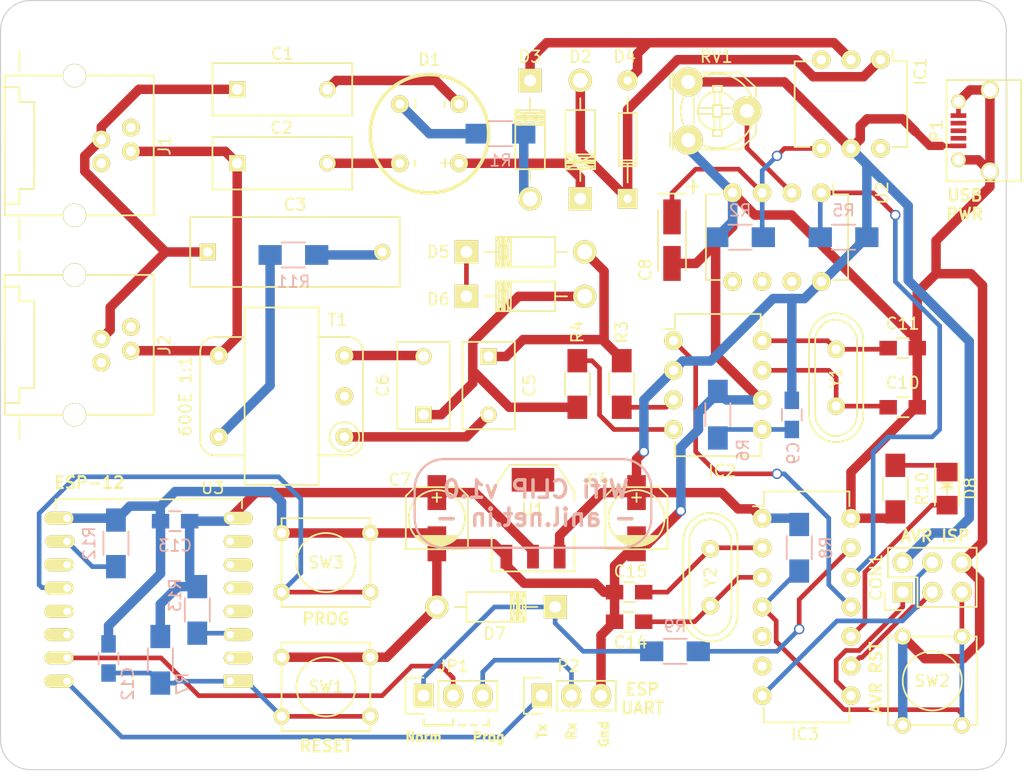
<source format=kicad_pcb>
(kicad_pcb (version 4) (host pcbnew 4.0.1+dfsg1-stable)

  (general
    (links 114)
    (no_connects 0)
    (area 162.406 109.169999 250.709001 176.699001)
    (thickness 1.6)
    (drawings 36)
    (tracks 359)
    (zones 0)
    (modules 55)
    (nets 46)
  )

  (page A3)
  (layers
    (0 F.Cu signal)
    (31 B.Cu signal)
    (32 B.Adhes user hide)
    (33 F.Adhes user hide)
    (34 B.Paste user hide)
    (35 F.Paste user hide)
    (36 B.SilkS user)
    (37 F.SilkS user)
    (38 B.Mask user)
    (39 F.Mask user)
    (40 Dwgs.User user)
    (41 Cmts.User user)
    (42 Eco1.User user)
    (43 Eco2.User user)
    (44 Edge.Cuts user)
  )

  (setup
    (last_trace_width 0.401)
    (trace_clearance 0.2)
    (zone_clearance 0.508)
    (zone_45_only no)
    (trace_min 0.254)
    (segment_width 0.2)
    (edge_width 0.1)
    (via_size 0.889)
    (via_drill 0.635)
    (via_min_size 0.889)
    (via_min_drill 0.508)
    (uvia_size 0.508)
    (uvia_drill 0.127)
    (uvias_allowed no)
    (uvia_min_size 0.508)
    (uvia_min_drill 0.127)
    (pcb_text_width 0.3)
    (pcb_text_size 1.5 1.5)
    (mod_edge_width 0.15)
    (mod_text_size 1 1)
    (mod_text_width 0.15)
    (pad_size 1.25 1.25)
    (pad_drill 0.85)
    (pad_to_mask_clearance 0)
    (aux_axis_origin 0 0)
    (grid_origin 164.846 172.974)
    (visible_elements 7FFFFFBF)
    (pcbplotparams
      (layerselection 0x010f0_80000001)
      (usegerberextensions true)
      (excludeedgelayer true)
      (linewidth 0.150000)
      (plotframeref false)
      (viasonmask false)
      (mode 1)
      (useauxorigin false)
      (hpglpennumber 1)
      (hpglpenspeed 20)
      (hpglpendiameter 15)
      (hpglpenoverlay 2)
      (psnegative false)
      (psa4output false)
      (plotreference true)
      (plotvalue true)
      (plotinvisibletext false)
      (padsonsilk false)
      (subtractmaskfromsilk true)
      (outputformat 1)
      (mirror false)
      (drillshape 0)
      (scaleselection 1)
      (outputdirectory Gerber/))
  )

  (net 0 "")
  (net 1 GND)
  (net 2 +5V)
  (net 3 "Net-(C8-Pad1)")
  (net 4 "Net-(IC2-Pad3)")
  (net 5 "Net-(IC2-Pad4)")
  (net 6 CLIP)
  (net 7 "Net-(C1-Pad2)")
  (net 8 "Net-(C2-Pad2)")
  (net 9 "Net-(C3-Pad2)")
  (net 10 "Net-(C5-Pad1)")
  (net 11 "Net-(C6-Pad1)")
  (net 12 "Net-(C6-Pad2)")
  (net 13 "Net-(C10-Pad1)")
  (net 14 "Net-(C11-Pad1)")
  (net 15 "Net-(D2-Pad2)")
  (net 16 "Net-(D1-Pad3)")
  (net 17 "Net-(D3-Pad2)")
  (net 18 "Net-(D3-Pad1)")
  (net 19 "Net-(D5-Pad1)")
  (net 20 "Net-(D7-Pad1)")
  (net 21 RING)
  (net 22 "Net-(D1-Pad1)")
  (net 23 "Net-(RV1-Pad2)")
  (net 24 TEL1)
  (net 25 TEL2)
  (net 26 "Net-(C5-Pad2)")
  (net 27 +3V3)
  (net 28 "Net-(C9-Pad2)")
  (net 29 "Net-(C12-Pad1)")
  (net 30 "Net-(C14-Pad1)")
  (net 31 "Net-(C15-Pad1)")
  (net 32 AVR_MISO)
  (net 33 AVR_SCL)
  (net 34 AVR_MOSI)
  (net 35 AVR_REST)
  (net 36 "Net-(D8-Pad1)")
  (net 37 "Net-(D8-Pad2)")
  (net 38 NUMOUT)
  (net 39 "Net-(JP1-Pad2)")
  (net 40 "Net-(P2-Pad1)")
  (net 41 "Net-(SW3-Pad2)")
  (net 42 "Net-(R11-Pad1)")
  (net 43 "Net-(R12-Pad2)")
  (net 44 "Net-(R13-Pad2)")
  (net 45 "Net-(JP1-Pad3)")

  (net_class Default "This is the default net class."
    (clearance 0.2)
    (trace_width 0.401)
    (via_dia 0.889)
    (via_drill 0.635)
    (uvia_dia 0.508)
    (uvia_drill 0.127)
    (add_net AVR_MISO)
    (add_net AVR_MOSI)
    (add_net AVR_REST)
    (add_net AVR_SCL)
    (add_net CLIP)
    (add_net NUMOUT)
    (add_net "Net-(C10-Pad1)")
    (add_net "Net-(C11-Pad1)")
    (add_net "Net-(C12-Pad1)")
    (add_net "Net-(C14-Pad1)")
    (add_net "Net-(C15-Pad1)")
    (add_net "Net-(C8-Pad1)")
    (add_net "Net-(C9-Pad2)")
    (add_net "Net-(D5-Pad1)")
    (add_net "Net-(D7-Pad1)")
    (add_net "Net-(D8-Pad1)")
    (add_net "Net-(D8-Pad2)")
    (add_net "Net-(IC2-Pad3)")
    (add_net "Net-(IC2-Pad4)")
    (add_net "Net-(JP1-Pad2)")
    (add_net "Net-(JP1-Pad3)")
    (add_net "Net-(P2-Pad1)")
    (add_net "Net-(R12-Pad2)")
    (add_net "Net-(R13-Pad2)")
    (add_net "Net-(RV1-Pad2)")
    (add_net "Net-(SW3-Pad2)")
    (add_net RING)
  )

  (net_class 5VRAIL ""
    (clearance 0.254)
    (trace_width 0.8128)
    (via_dia 0.889)
    (via_drill 0.635)
    (uvia_dia 0.508)
    (uvia_drill 0.127)
    (add_net +3V3)
    (add_net +5V)
    (add_net GND)
  )

  (net_class TEL ""
    (clearance 0.254)
    (trace_width 0.8128)
    (via_dia 0.889)
    (via_drill 0.635)
    (uvia_dia 0.508)
    (uvia_drill 0.127)
    (add_net "Net-(C1-Pad2)")
    (add_net "Net-(C2-Pad2)")
    (add_net "Net-(C3-Pad2)")
    (add_net "Net-(C5-Pad1)")
    (add_net "Net-(C5-Pad2)")
    (add_net "Net-(C6-Pad1)")
    (add_net "Net-(C6-Pad2)")
    (add_net "Net-(D1-Pad1)")
    (add_net "Net-(D1-Pad3)")
    (add_net "Net-(D2-Pad2)")
    (add_net "Net-(D3-Pad1)")
    (add_net "Net-(D3-Pad2)")
    (add_net "Net-(R11-Pad1)")
    (add_net TEL1)
    (add_net TEL2)
  )

  (module Resistors_SMD:R_1206_HandSoldering (layer B.Cu) (tedit 56BB89D7) (tstamp 56C07828)
    (at 179.451 161.544 270)
    (descr "Resistor SMD 1206, hand soldering")
    (tags "resistor 1206")
    (path /56BC2CD8)
    (attr smd)
    (fp_text reference R13 (at -1.27 1.905 270) (layer B.SilkS)
      (effects (font (size 1 1) (thickness 0.15)) (justify mirror))
    )
    (fp_text value 1K (at -3.81 -1.27 270) (layer B.Fab)
      (effects (font (size 1 1) (thickness 0.15)) (justify mirror))
    )
    (fp_line (start -3.3 1.2) (end 3.3 1.2) (layer B.CrtYd) (width 0.05))
    (fp_line (start -3.3 -1.2) (end 3.3 -1.2) (layer B.CrtYd) (width 0.05))
    (fp_line (start -3.3 1.2) (end -3.3 -1.2) (layer B.CrtYd) (width 0.05))
    (fp_line (start 3.3 1.2) (end 3.3 -1.2) (layer B.CrtYd) (width 0.05))
    (fp_line (start 1 -1.075) (end -1 -1.075) (layer B.SilkS) (width 0.15))
    (fp_line (start -1 1.075) (end 1 1.075) (layer B.SilkS) (width 0.15))
    (pad 1 smd rect (at -2 0 270) (size 2 1.7) (layers B.Cu B.Paste B.Mask)
      (net 27 +3V3))
    (pad 2 smd rect (at 2 0 270) (size 2 1.7) (layers B.Cu B.Paste B.Mask)
      (net 44 "Net-(R13-Pad2)"))
    (model Resistors_SMD.3dshapes/R_1206_HandSoldering.wrl
      (at (xyz 0 0 0))
      (scale (xyz 1 1 1))
      (rotate (xyz 0 0 0))
    )
  )

  (module ESP8266:ESP-12 (layer F.Cu) (tedit 56BB742A) (tstamp 566DF366)
    (at 182.275 167.67 180)
    (descr "Module, ESP-8266, ESP-12, 16 pad, SMD")
    (tags "Module ESP-8266 ESP8266")
    (path /566DBDC5)
    (fp_text reference U3 (at 1.5 16.6 180) (layer F.SilkS)
      (effects (font (size 1 1) (thickness 0.15)))
    )
    (fp_text value ESP-12 (at 6.38 -2.637 180) (layer F.Fab)
      (effects (font (size 1 1) (thickness 0.15)))
    )
    (fp_line (start -2.25 -0.5) (end -2.25 -8.75) (layer F.CrtYd) (width 0.05))
    (fp_line (start -2.25 -8.75) (end 15.25 -8.75) (layer F.CrtYd) (width 0.05))
    (fp_line (start 15.25 -8.75) (end 16.25 -8.75) (layer F.CrtYd) (width 0.05))
    (fp_line (start 16.25 -8.75) (end 16.25 16) (layer F.CrtYd) (width 0.05))
    (fp_line (start 16.25 16) (end -2.25 16) (layer F.CrtYd) (width 0.05))
    (fp_line (start -2.25 16) (end -2.25 -0.5) (layer F.CrtYd) (width 0.05))
    (fp_line (start -1.016 -8.382) (end 14.986 -8.382) (layer F.CrtYd) (width 0.1524))
    (fp_line (start 14.986 -8.382) (end 14.986 -0.889) (layer F.CrtYd) (width 0.1524))
    (fp_line (start -1.016 -8.382) (end -1.016 -1.016) (layer F.CrtYd) (width 0.1524))
    (fp_line (start -1.016 14.859) (end -1.016 15.621) (layer F.SilkS) (width 0.1524))
    (fp_line (start -1.016 15.621) (end 14.986 15.621) (layer F.SilkS) (width 0.1524))
    (fp_line (start 14.986 15.621) (end 14.986 14.859) (layer F.SilkS) (width 0.1524))
    (fp_line (start 14.992 -8.4) (end -1.008 -2.6) (layer F.CrtYd) (width 0.1524))
    (fp_line (start -1.008 -8.4) (end 14.992 -2.6) (layer F.CrtYd) (width 0.1524))
    (fp_text user "No Copper" (at 6.892 -5.4 180) (layer F.CrtYd)
      (effects (font (size 1 1) (thickness 0.15)))
    )
    (fp_line (start -1.008 -2.6) (end 14.992 -2.6) (layer F.CrtYd) (width 0.1524))
    (fp_line (start 15 -8.4) (end 15 15.6) (layer F.Fab) (width 0.05))
    (fp_line (start 14.992 15.6) (end -1.008 15.6) (layer F.Fab) (width 0.05))
    (fp_line (start -1.008 15.6) (end -1.008 -8.4) (layer F.Fab) (width 0.05))
    (fp_line (start -1.008 -8.4) (end 14.992 -8.4) (layer F.Fab) (width 0.05))
    (pad 1 thru_hole rect (at 0 0 180) (size 2.5 1.1) (drill 0.65 (offset -0.7 0)) (layers *.Cu *.Mask F.SilkS)
      (net 29 "Net-(C12-Pad1)"))
    (pad 2 thru_hole oval (at 0 2 180) (size 2.5 1.1) (drill 0.65 (offset -0.7 0)) (layers *.Cu *.Mask F.SilkS))
    (pad 3 thru_hole oval (at 0 4 180) (size 2.5 1.1) (drill 0.65 (offset -0.7 0)) (layers *.Cu *.Mask F.SilkS)
      (net 44 "Net-(R13-Pad2)"))
    (pad 4 thru_hole oval (at 0 6 180) (size 2.5 1.1) (drill 0.65 (offset -0.7 0)) (layers *.Cu *.Mask F.SilkS))
    (pad 5 thru_hole oval (at 0 8 180) (size 2.5 1.1) (drill 0.65 (offset -0.7 0)) (layers *.Cu *.Mask F.SilkS))
    (pad 6 thru_hole oval (at 0 10 180) (size 2.5 1.1) (drill 0.65 (offset -0.7 0)) (layers *.Cu *.Mask F.SilkS))
    (pad 7 thru_hole oval (at 0 12 180) (size 2.5 1.1) (drill 0.65 (offset -0.7 0)) (layers *.Cu *.Mask F.SilkS))
    (pad 8 thru_hole oval (at 0 14 180) (size 2.5 1.1) (drill 0.65 (offset -0.7 0)) (layers *.Cu *.Mask F.SilkS)
      (net 27 +3V3))
    (pad 9 thru_hole oval (at 14 14 180) (size 2.5 1.1) (drill 0.65 (offset 0.7 0)) (layers *.Cu *.Mask F.SilkS)
      (net 1 GND))
    (pad 10 thru_hole oval (at 14 12 180) (size 2.5 1.1) (drill 0.65 (offset 0.6 0)) (layers *.Cu *.Mask F.SilkS)
      (net 43 "Net-(R12-Pad2)"))
    (pad 11 thru_hole oval (at 14 10 180) (size 2.5 1.1) (drill 0.65 (offset 0.7 0)) (layers *.Cu *.Mask F.SilkS))
    (pad 12 thru_hole oval (at 14 8 180) (size 2.5 1.1) (drill 0.65 (offset 0.7 0)) (layers *.Cu *.Mask F.SilkS)
      (net 41 "Net-(SW3-Pad2)"))
    (pad 13 thru_hole oval (at 14 6 180) (size 2.5 1.1) (drill 0.65 (offset 0.7 0)) (layers *.Cu *.Mask F.SilkS))
    (pad 14 thru_hole oval (at 14 4 180) (size 2.5 1.1) (drill 0.65 (offset 0.7 0)) (layers *.Cu *.Mask F.SilkS))
    (pad 15 thru_hole oval (at 14 2 180) (size 2.5 1.1) (drill 0.65 (offset 0.7 0)) (layers *.Cu *.Mask F.SilkS)
      (net 39 "Net-(JP1-Pad2)"))
    (pad 16 thru_hole oval (at 14 0 180) (size 2.5 1.1) (drill 0.65 (offset 0.7 0)) (layers *.Cu *.Mask F.SilkS)
      (net 40 "Net-(P2-Pad1)"))
    (model ${ESPLIB}/ESP8266.3dshapes/ESP-12.wrl
      (at (xyz 0 0 0))
      (scale (xyz 0.3937 0.3937 0.3937))
      (rotate (xyz 0 0 0))
    )
  )

  (module Pin_Headers:Pin_Header_Straight_1x03 (layer F.Cu) (tedit 56BB7336) (tstamp 56BFEA54)
    (at 209.042 168.91 90)
    (descr "Through hole pin header")
    (tags "pin header")
    (path /566C3E77)
    (fp_text reference P2 (at 2.54 2.286 180) (layer F.SilkS)
      (effects (font (size 1 1) (thickness 0.15)))
    )
    (fp_text value ESP_UART (at -2.794 10.414 180) (layer F.Fab)
      (effects (font (size 1 1) (thickness 0.15)))
    )
    (fp_line (start -1.75 -1.75) (end -1.75 6.85) (layer F.CrtYd) (width 0.05))
    (fp_line (start 1.75 -1.75) (end 1.75 6.85) (layer F.CrtYd) (width 0.05))
    (fp_line (start -1.75 -1.75) (end 1.75 -1.75) (layer F.CrtYd) (width 0.05))
    (fp_line (start -1.75 6.85) (end 1.75 6.85) (layer F.CrtYd) (width 0.05))
    (fp_line (start -1.27 1.27) (end -1.27 6.35) (layer F.SilkS) (width 0.15))
    (fp_line (start -1.27 6.35) (end 1.27 6.35) (layer F.SilkS) (width 0.15))
    (fp_line (start 1.27 6.35) (end 1.27 1.27) (layer F.SilkS) (width 0.15))
    (fp_line (start 1.55 -1.55) (end 1.55 0) (layer F.SilkS) (width 0.15))
    (fp_line (start 1.27 1.27) (end -1.27 1.27) (layer F.SilkS) (width 0.15))
    (fp_line (start -1.55 0) (end -1.55 -1.55) (layer F.SilkS) (width 0.15))
    (fp_line (start -1.55 -1.55) (end 1.55 -1.55) (layer F.SilkS) (width 0.15))
    (pad 1 thru_hole rect (at 0 0 90) (size 2.032 1.7272) (drill 1.016) (layers *.Cu *.Mask F.SilkS)
      (net 40 "Net-(P2-Pad1)"))
    (pad 2 thru_hole oval (at 0 2.54 90) (size 2.032 1.7272) (drill 1.016) (layers *.Cu *.Mask F.SilkS)
      (net 45 "Net-(JP1-Pad3)"))
    (pad 3 thru_hole oval (at 0 5.08 90) (size 2.032 1.7272) (drill 1.016) (layers *.Cu *.Mask F.SilkS)
      (net 1 GND))
    (model Pin_Headers.3dshapes/Pin_Header_Straight_1x03.wrl
      (at (xyz 0 -0.1 0))
      (scale (xyz 1 1 1))
      (rotate (xyz 0 0 90))
    )
  )

  (module Diodes_ThroughHole:Diode_DO-35_SOD27_Horizontal_RM10 (layer F.Cu) (tedit 56BB73A5) (tstamp 56BA09EA)
    (at 216.41054 126.23852 90)
    (descr "Diode, DO-35,  SOD27, Horizontal, RM 10mm")
    (tags "Diode, DO-35, SOD27, Horizontal, RM 10mm, 1N4148,")
    (path /566278EF)
    (fp_text reference D4 (at 12.19252 -0.25654 180) (layer F.SilkS)
      (effects (font (size 1 1) (thickness 0.15)))
    )
    (fp_text value 1N4148 (at 2.66752 1.90246 90) (layer F.Fab)
      (effects (font (size 1 1) (thickness 0.15)))
    )
    (fp_line (start 7.36652 -0.00254) (end 8.76352 -0.00254) (layer F.SilkS) (width 0.15))
    (fp_line (start 2.92152 -0.00254) (end 1.39752 -0.00254) (layer F.SilkS) (width 0.15))
    (fp_line (start 3.30252 -0.76454) (end 3.30252 0.75946) (layer F.SilkS) (width 0.15))
    (fp_line (start 3.04852 -0.76454) (end 3.04852 0.75946) (layer F.SilkS) (width 0.15))
    (fp_line (start 2.79452 -0.00254) (end 2.79452 0.75946) (layer F.SilkS) (width 0.15))
    (fp_line (start 2.79452 0.75946) (end 7.36652 0.75946) (layer F.SilkS) (width 0.15))
    (fp_line (start 7.36652 0.75946) (end 7.36652 -0.76454) (layer F.SilkS) (width 0.15))
    (fp_line (start 7.36652 -0.76454) (end 2.79452 -0.76454) (layer F.SilkS) (width 0.15))
    (fp_line (start 2.79452 -0.76454) (end 2.79452 -0.00254) (layer F.SilkS) (width 0.15))
    (pad 2 thru_hole circle (at 10.16052 -0.00254 270) (size 1.69926 1.69926) (drill 0.70104) (layers *.Cu *.Mask F.SilkS)
      (net 18 "Net-(D3-Pad1)"))
    (pad 1 thru_hole rect (at 0.00052 -0.00254 270) (size 1.69926 1.69926) (drill 0.70104) (layers *.Cu *.Mask F.SilkS)
      (net 15 "Net-(D2-Pad2)"))
    (model Diodes_ThroughHole.3dshapes/Diode_DO-35_SOD27_Horizontal_RM10.wrl
      (at (xyz 0.2 0 0))
      (scale (xyz 0.4 0.4 0.4))
      (rotate (xyz 0 0 180))
    )
  )

  (module LEDs:LED-1206 (layer F.Cu) (tedit 55BDE2E8) (tstamp 56B79529)
    (at 243.84 151.13 270)
    (descr "LED 1206 smd package")
    (tags "LED1206 SMD")
    (path /565F3B26)
    (attr smd)
    (fp_text reference D8 (at 0 -2 270) (layer F.SilkS)
      (effects (font (size 1 1) (thickness 0.15)))
    )
    (fp_text value LED (at 0 2 270) (layer F.Fab)
      (effects (font (size 1 1) (thickness 0.15)))
    )
    (fp_line (start -2.15 1.05) (end 1.45 1.05) (layer F.SilkS) (width 0.15))
    (fp_line (start -2.15 -1.05) (end 1.45 -1.05) (layer F.SilkS) (width 0.15))
    (fp_line (start -0.1 -0.3) (end -0.1 0.3) (layer F.SilkS) (width 0.15))
    (fp_line (start -0.1 0.3) (end -0.4 0) (layer F.SilkS) (width 0.15))
    (fp_line (start -0.4 0) (end -0.2 -0.2) (layer F.SilkS) (width 0.15))
    (fp_line (start -0.2 -0.2) (end -0.2 0.05) (layer F.SilkS) (width 0.15))
    (fp_line (start -0.2 0.05) (end -0.25 0) (layer F.SilkS) (width 0.15))
    (fp_line (start -0.5 -0.5) (end -0.5 0.5) (layer F.SilkS) (width 0.15))
    (fp_line (start 0 0) (end 0.5 0) (layer F.SilkS) (width 0.15))
    (fp_line (start -0.5 0) (end 0 -0.5) (layer F.SilkS) (width 0.15))
    (fp_line (start 0 -0.5) (end 0 0.5) (layer F.SilkS) (width 0.15))
    (fp_line (start 0 0.5) (end -0.5 0) (layer F.SilkS) (width 0.15))
    (fp_line (start 2.5 -1.25) (end -2.5 -1.25) (layer F.CrtYd) (width 0.05))
    (fp_line (start -2.5 -1.25) (end -2.5 1.25) (layer F.CrtYd) (width 0.05))
    (fp_line (start -2.5 1.25) (end 2.5 1.25) (layer F.CrtYd) (width 0.05))
    (fp_line (start 2.5 1.25) (end 2.5 -1.25) (layer F.CrtYd) (width 0.05))
    (pad 2 smd rect (at 1.41986 0 90) (size 1.59766 1.80086) (layers F.Cu F.Paste F.Mask)
      (net 37 "Net-(D8-Pad2)"))
    (pad 1 smd rect (at -1.41986 0 90) (size 1.59766 1.80086) (layers F.Cu F.Paste F.Mask)
      (net 36 "Net-(D8-Pad1)"))
  )

  (module Capacitors_ThroughHole:C_Disc_D7.5_P5 (layer F.Cu) (tedit 56BB7458) (tstamp 56B77FEF)
    (at 198.882 144.78 90)
    (descr "Capacitor 7.5mm Disc, Pitch 5mm")
    (tags Capacitor)
    (path /56627D1A)
    (fp_text reference C6 (at 2.5 -3.5 90) (layer F.SilkS)
      (effects (font (size 1 1) (thickness 0.15)))
    )
    (fp_text value 47nF (at 2.54 0.127 180) (layer F.Fab)
      (effects (font (size 1 1) (thickness 0.15)))
    )
    (fp_line (start -1.5 -2.5) (end 6.5 -2.5) (layer F.CrtYd) (width 0.05))
    (fp_line (start 6.5 -2.5) (end 6.5 2.5) (layer F.CrtYd) (width 0.05))
    (fp_line (start 6.5 2.5) (end -1.5 2.5) (layer F.CrtYd) (width 0.05))
    (fp_line (start -1.5 2.5) (end -1.5 -2.5) (layer F.CrtYd) (width 0.05))
    (fp_line (start -1.25 -2.25) (end 6.25 -2.25) (layer F.SilkS) (width 0.15))
    (fp_line (start 6.25 -2.25) (end 6.25 2.25) (layer F.SilkS) (width 0.15))
    (fp_line (start 6.25 2.25) (end -1.25 2.25) (layer F.SilkS) (width 0.15))
    (fp_line (start -1.25 2.25) (end -1.25 -2.25) (layer F.SilkS) (width 0.15))
    (pad 1 thru_hole rect (at 0 0 90) (size 1.4 1.4) (drill 0.9) (layers *.Cu *.Mask F.SilkS)
      (net 11 "Net-(C6-Pad1)"))
    (pad 2 thru_hole circle (at 5 0 90) (size 1.4 1.4) (drill 0.9) (layers *.Cu *.Mask F.SilkS)
      (net 12 "Net-(C6-Pad2)"))
    (model Capacitors_ThroughHole.3dshapes/C_Disc_D7.5_P5.wrl
      (at (xyz 0.0984252 0 0))
      (scale (xyz 1 1 1))
      (rotate (xyz 0 0 0))
    )
  )

  (module Capacitors_ThroughHole:C_Disc_D7.5_P5 (layer F.Cu) (tedit 56BB745B) (tstamp 56B77FEA)
    (at 204.47 139.78 270)
    (descr "Capacitor 7.5mm Disc, Pitch 5mm")
    (tags Capacitor)
    (path /565F2CEC)
    (fp_text reference C5 (at 2.5 -3.5 270) (layer F.SilkS)
      (effects (font (size 1 1) (thickness 0.15)))
    )
    (fp_text value 47nF (at 2.46 0 360) (layer F.Fab)
      (effects (font (size 1 1) (thickness 0.15)))
    )
    (fp_line (start -1.5 -2.5) (end 6.5 -2.5) (layer F.CrtYd) (width 0.05))
    (fp_line (start 6.5 -2.5) (end 6.5 2.5) (layer F.CrtYd) (width 0.05))
    (fp_line (start 6.5 2.5) (end -1.5 2.5) (layer F.CrtYd) (width 0.05))
    (fp_line (start -1.5 2.5) (end -1.5 -2.5) (layer F.CrtYd) (width 0.05))
    (fp_line (start -1.25 -2.25) (end 6.25 -2.25) (layer F.SilkS) (width 0.15))
    (fp_line (start 6.25 -2.25) (end 6.25 2.25) (layer F.SilkS) (width 0.15))
    (fp_line (start 6.25 2.25) (end -1.25 2.25) (layer F.SilkS) (width 0.15))
    (fp_line (start -1.25 2.25) (end -1.25 -2.25) (layer F.SilkS) (width 0.15))
    (pad 1 thru_hole rect (at 0 0 270) (size 1.4 1.4) (drill 0.9) (layers *.Cu *.Mask F.SilkS)
      (net 10 "Net-(C5-Pad1)"))
    (pad 2 thru_hole circle (at 5 0 270) (size 1.4 1.4) (drill 0.9) (layers *.Cu *.Mask F.SilkS)
      (net 26 "Net-(C5-Pad2)"))
    (model Capacitors_ThroughHole.3dshapes/C_Disc_D7.5_P5.wrl
      (at (xyz 0.0984252 0 0))
      (scale (xyz 1 1 1))
      (rotate (xyz 0 0 0))
    )
  )

  (module Resistors_SMD:R_1206_HandSoldering (layer F.Cu) (tedit 56BB746B) (tstamp 56B77F90)
    (at 212.09 142.145 90)
    (descr "Resistor SMD 1206, hand soldering")
    (tags "resistor 1206")
    (path /565F2E72)
    (attr smd)
    (fp_text reference R4 (at 4.477 0 90) (layer F.SilkS)
      (effects (font (size 1 1) (thickness 0.15)))
    )
    (fp_text value 220K (at 0.921 -1.905 90) (layer F.Fab)
      (effects (font (size 1 1) (thickness 0.15)))
    )
    (fp_line (start -3.3 -1.2) (end 3.3 -1.2) (layer F.CrtYd) (width 0.05))
    (fp_line (start -3.3 1.2) (end 3.3 1.2) (layer F.CrtYd) (width 0.05))
    (fp_line (start -3.3 -1.2) (end -3.3 1.2) (layer F.CrtYd) (width 0.05))
    (fp_line (start 3.3 -1.2) (end 3.3 1.2) (layer F.CrtYd) (width 0.05))
    (fp_line (start 1 1.075) (end -1 1.075) (layer F.SilkS) (width 0.15))
    (fp_line (start -1 -1.075) (end 1 -1.075) (layer F.SilkS) (width 0.15))
    (pad 1 smd rect (at -2 0 90) (size 2 1.7) (layers F.Cu F.Paste F.Mask)
      (net 11 "Net-(C6-Pad1)"))
    (pad 2 smd rect (at 2 0 90) (size 2 1.7) (layers F.Cu F.Paste F.Mask)
      (net 5 "Net-(IC2-Pad4)"))
    (model Resistors_SMD.3dshapes/R_1206_HandSoldering.wrl
      (at (xyz 0 0 0))
      (scale (xyz 1 1 1))
      (rotate (xyz 0 0 0))
    )
  )

  (module Resistors_SMD:R_1206_HandSoldering (layer F.Cu) (tedit 56BB7471) (tstamp 56B77F8B)
    (at 215.9 142.145 270)
    (descr "Resistor SMD 1206, hand soldering")
    (tags "resistor 1206")
    (path /565F2D82)
    (attr smd)
    (fp_text reference R3 (at -4.445 0 270) (layer F.SilkS)
      (effects (font (size 1 1) (thickness 0.15)))
    )
    (fp_text value 220K (at -0.921 -2.032 270) (layer F.Fab)
      (effects (font (size 1 1) (thickness 0.15)))
    )
    (fp_line (start -3.3 -1.2) (end 3.3 -1.2) (layer F.CrtYd) (width 0.05))
    (fp_line (start -3.3 1.2) (end 3.3 1.2) (layer F.CrtYd) (width 0.05))
    (fp_line (start -3.3 -1.2) (end -3.3 1.2) (layer F.CrtYd) (width 0.05))
    (fp_line (start 3.3 -1.2) (end 3.3 1.2) (layer F.CrtYd) (width 0.05))
    (fp_line (start 1 1.075) (end -1 1.075) (layer F.SilkS) (width 0.15))
    (fp_line (start -1 -1.075) (end 1 -1.075) (layer F.SilkS) (width 0.15))
    (pad 1 smd rect (at -2 0 270) (size 2 1.7) (layers F.Cu F.Paste F.Mask)
      (net 10 "Net-(C5-Pad1)"))
    (pad 2 smd rect (at 2 0 270) (size 2 1.7) (layers F.Cu F.Paste F.Mask)
      (net 4 "Net-(IC2-Pad3)"))
    (model Resistors_SMD.3dshapes/R_1206_HandSoldering.wrl
      (at (xyz 0 0 0))
      (scale (xyz 1 1 1))
      (rotate (xyz 0 0 0))
    )
  )

  (module Resistors_SMD:R_1206_HandSoldering (layer B.Cu) (tedit 5418A20D) (tstamp 56B77F86)
    (at 226.06 129.54 180)
    (descr "Resistor SMD 1206, hand soldering")
    (tags "resistor 1206")
    (path /565F21CE)
    (attr smd)
    (fp_text reference R2 (at 0 2.3 180) (layer B.SilkS)
      (effects (font (size 1 1) (thickness 0.15)) (justify mirror))
    )
    (fp_text value 220K (at 0 -2.3 180) (layer B.Fab)
      (effects (font (size 1 1) (thickness 0.15)) (justify mirror))
    )
    (fp_line (start -3.3 1.2) (end 3.3 1.2) (layer B.CrtYd) (width 0.05))
    (fp_line (start -3.3 -1.2) (end 3.3 -1.2) (layer B.CrtYd) (width 0.05))
    (fp_line (start -3.3 1.2) (end -3.3 -1.2) (layer B.CrtYd) (width 0.05))
    (fp_line (start 3.3 1.2) (end 3.3 -1.2) (layer B.CrtYd) (width 0.05))
    (fp_line (start 1 -1.075) (end -1 -1.075) (layer B.SilkS) (width 0.15))
    (fp_line (start -1 1.075) (end 1 1.075) (layer B.SilkS) (width 0.15))
    (pad 1 smd rect (at -2 0 180) (size 2 1.7) (layers B.Cu B.Paste B.Mask)
      (net 3 "Net-(C8-Pad1)"))
    (pad 2 smd rect (at 2 0 180) (size 2 1.7) (layers B.Cu B.Paste B.Mask)
      (net 1 GND))
    (model Resistors_SMD.3dshapes/R_1206_HandSoldering.wrl
      (at (xyz 0 0 0))
      (scale (xyz 1 1 1))
      (rotate (xyz 0 0 0))
    )
  )

  (module Resistors_SMD:R_1206_HandSoldering (layer F.Cu) (tedit 5418A20D) (tstamp 56B77B66)
    (at 239.395 151.13 270)
    (descr "Resistor SMD 1206, hand soldering")
    (tags "resistor 1206")
    (path /565F3C0D)
    (attr smd)
    (fp_text reference R10 (at 0 -2.3 270) (layer F.SilkS)
      (effects (font (size 1 1) (thickness 0.15)))
    )
    (fp_text value 1K (at 0 2.3 270) (layer F.Fab)
      (effects (font (size 1 1) (thickness 0.15)))
    )
    (fp_line (start -3.3 -1.2) (end 3.3 -1.2) (layer F.CrtYd) (width 0.05))
    (fp_line (start -3.3 1.2) (end 3.3 1.2) (layer F.CrtYd) (width 0.05))
    (fp_line (start -3.3 -1.2) (end -3.3 1.2) (layer F.CrtYd) (width 0.05))
    (fp_line (start 3.3 -1.2) (end 3.3 1.2) (layer F.CrtYd) (width 0.05))
    (fp_line (start 1 1.075) (end -1 1.075) (layer F.SilkS) (width 0.15))
    (fp_line (start -1 -1.075) (end 1 -1.075) (layer F.SilkS) (width 0.15))
    (pad 1 smd rect (at -2 0 270) (size 2 1.7) (layers F.Cu F.Paste F.Mask)
      (net 36 "Net-(D8-Pad1)"))
    (pad 2 smd rect (at 2 0 270) (size 2 1.7) (layers F.Cu F.Paste F.Mask)
      (net 1 GND))
    (model Resistors_SMD.3dshapes/R_1206_HandSoldering.wrl
      (at (xyz 0 0 0))
      (scale (xyz 1 1 1))
      (rotate (xyz 0 0 0))
    )
  )

  (module Resistors_SMD:R_1206_HandSoldering (layer B.Cu) (tedit 5418A20D) (tstamp 56B77B61)
    (at 220.472 165.1 180)
    (descr "Resistor SMD 1206, hand soldering")
    (tags "resistor 1206")
    (path /566CD9E1)
    (attr smd)
    (fp_text reference R9 (at 0 2.159 180) (layer B.SilkS)
      (effects (font (size 1 1) (thickness 0.15)) (justify mirror))
    )
    (fp_text value 1k (at 0 -2.3 180) (layer B.Fab)
      (effects (font (size 1 1) (thickness 0.15)) (justify mirror))
    )
    (fp_line (start -3.3 1.2) (end 3.3 1.2) (layer B.CrtYd) (width 0.05))
    (fp_line (start -3.3 -1.2) (end 3.3 -1.2) (layer B.CrtYd) (width 0.05))
    (fp_line (start -3.3 1.2) (end -3.3 -1.2) (layer B.CrtYd) (width 0.05))
    (fp_line (start 3.3 1.2) (end 3.3 -1.2) (layer B.CrtYd) (width 0.05))
    (fp_line (start 1 -1.075) (end -1 -1.075) (layer B.SilkS) (width 0.15))
    (fp_line (start -1 1.075) (end 1 1.075) (layer B.SilkS) (width 0.15))
    (pad 1 smd rect (at -2 0 180) (size 2 1.7) (layers B.Cu B.Paste B.Mask)
      (net 38 NUMOUT))
    (pad 2 smd rect (at 2 0 180) (size 2 1.7) (layers B.Cu B.Paste B.Mask)
      (net 20 "Net-(D7-Pad1)"))
    (model Resistors_SMD.3dshapes/R_1206_HandSoldering.wrl
      (at (xyz 0 0 0))
      (scale (xyz 1 1 1))
      (rotate (xyz 0 0 0))
    )
  )

  (module Resistors_SMD:R_1206_HandSoldering (layer B.Cu) (tedit 5418A20D) (tstamp 56B778ED)
    (at 231.14 156.21 90)
    (descr "Resistor SMD 1206, hand soldering")
    (tags "resistor 1206")
    (path /565F3619)
    (attr smd)
    (fp_text reference R8 (at 0 2.3 90) (layer B.SilkS)
      (effects (font (size 1 1) (thickness 0.15)) (justify mirror))
    )
    (fp_text value 4.7K (at 0 -2.3 90) (layer B.Fab)
      (effects (font (size 1 1) (thickness 0.15)) (justify mirror))
    )
    (fp_line (start -3.3 1.2) (end 3.3 1.2) (layer B.CrtYd) (width 0.05))
    (fp_line (start -3.3 -1.2) (end 3.3 -1.2) (layer B.CrtYd) (width 0.05))
    (fp_line (start -3.3 1.2) (end -3.3 -1.2) (layer B.CrtYd) (width 0.05))
    (fp_line (start 3.3 1.2) (end 3.3 -1.2) (layer B.CrtYd) (width 0.05))
    (fp_line (start 1 -1.075) (end -1 -1.075) (layer B.SilkS) (width 0.15))
    (fp_line (start -1 1.075) (end 1 1.075) (layer B.SilkS) (width 0.15))
    (pad 1 smd rect (at -2 0 90) (size 2 1.7) (layers B.Cu B.Paste B.Mask)
      (net 35 AVR_REST))
    (pad 2 smd rect (at 2 0 90) (size 2 1.7) (layers B.Cu B.Paste B.Mask)
      (net 2 +5V))
    (model Resistors_SMD.3dshapes/R_1206_HandSoldering.wrl
      (at (xyz 0 0 0))
      (scale (xyz 1 1 1))
      (rotate (xyz 0 0 0))
    )
  )

  (module Resistors_SMD:R_1206_HandSoldering (layer B.Cu) (tedit 56BB89DF) (tstamp 56B778E8)
    (at 176.276 165.83 270)
    (descr "Resistor SMD 1206, hand soldering")
    (tags "resistor 1206")
    (path /566C52B8)
    (attr smd)
    (fp_text reference R7 (at 2.064 -1.905 270) (layer B.SilkS)
      (effects (font (size 1 1) (thickness 0.15)) (justify mirror))
    )
    (fp_text value 4.7K (at 1.429 -3.175 270) (layer B.Fab)
      (effects (font (size 1 1) (thickness 0.15)) (justify mirror))
    )
    (fp_line (start -3.3 1.2) (end 3.3 1.2) (layer B.CrtYd) (width 0.05))
    (fp_line (start -3.3 -1.2) (end 3.3 -1.2) (layer B.CrtYd) (width 0.05))
    (fp_line (start -3.3 1.2) (end -3.3 -1.2) (layer B.CrtYd) (width 0.05))
    (fp_line (start 3.3 1.2) (end 3.3 -1.2) (layer B.CrtYd) (width 0.05))
    (fp_line (start 1 -1.075) (end -1 -1.075) (layer B.SilkS) (width 0.15))
    (fp_line (start -1 1.075) (end 1 1.075) (layer B.SilkS) (width 0.15))
    (pad 1 smd rect (at -2 0 270) (size 2 1.7) (layers B.Cu B.Paste B.Mask)
      (net 27 +3V3))
    (pad 2 smd rect (at 2 0 270) (size 2 1.7) (layers B.Cu B.Paste B.Mask)
      (net 29 "Net-(C12-Pad1)"))
    (model Resistors_SMD.3dshapes/R_1206_HandSoldering.wrl
      (at (xyz 0 0 0))
      (scale (xyz 1 1 1))
      (rotate (xyz 0 0 0))
    )
  )

  (module Resistors_SMD:R_1206_HandSoldering (layer B.Cu) (tedit 5418A20D) (tstamp 56B778E3)
    (at 224.155 144.78 90)
    (descr "Resistor SMD 1206, hand soldering")
    (tags "resistor 1206")
    (path /565F33E9)
    (attr smd)
    (fp_text reference R6 (at -3.048 2.159 90) (layer B.SilkS)
      (effects (font (size 1 1) (thickness 0.15)) (justify mirror))
    )
    (fp_text value 100K (at 0 -2.3 90) (layer B.Fab)
      (effects (font (size 1 1) (thickness 0.15)) (justify mirror))
    )
    (fp_line (start -3.3 1.2) (end 3.3 1.2) (layer B.CrtYd) (width 0.05))
    (fp_line (start -3.3 -1.2) (end 3.3 -1.2) (layer B.CrtYd) (width 0.05))
    (fp_line (start -3.3 1.2) (end -3.3 -1.2) (layer B.CrtYd) (width 0.05))
    (fp_line (start 3.3 1.2) (end 3.3 -1.2) (layer B.CrtYd) (width 0.05))
    (fp_line (start 1 -1.075) (end -1 -1.075) (layer B.SilkS) (width 0.15))
    (fp_line (start -1 1.075) (end 1 1.075) (layer B.SilkS) (width 0.15))
    (pad 1 smd rect (at -2 0 90) (size 2 1.7) (layers B.Cu B.Paste B.Mask)
      (net 28 "Net-(C9-Pad2)"))
    (pad 2 smd rect (at 2 0 90) (size 2 1.7) (layers B.Cu B.Paste B.Mask)
      (net 1 GND))
    (model Resistors_SMD.3dshapes/R_1206_HandSoldering.wrl
      (at (xyz 0 0 0))
      (scale (xyz 1 1 1))
      (rotate (xyz 0 0 0))
    )
  )

  (module Resistors_SMD:R_1206_HandSoldering (layer B.Cu) (tedit 5418A20D) (tstamp 56B778DE)
    (at 234.95 129.54 180)
    (descr "Resistor SMD 1206, hand soldering")
    (tags "resistor 1206")
    (path /565F2542)
    (attr smd)
    (fp_text reference R5 (at 0 2.3 180) (layer B.SilkS)
      (effects (font (size 1 1) (thickness 0.15)) (justify mirror))
    )
    (fp_text value 10K (at 0 -2.3 180) (layer B.Fab)
      (effects (font (size 1 1) (thickness 0.15)) (justify mirror))
    )
    (fp_line (start -3.3 1.2) (end 3.3 1.2) (layer B.CrtYd) (width 0.05))
    (fp_line (start -3.3 -1.2) (end 3.3 -1.2) (layer B.CrtYd) (width 0.05))
    (fp_line (start -3.3 1.2) (end -3.3 -1.2) (layer B.CrtYd) (width 0.05))
    (fp_line (start 3.3 1.2) (end 3.3 -1.2) (layer B.CrtYd) (width 0.05))
    (fp_line (start 1 -1.075) (end -1 -1.075) (layer B.SilkS) (width 0.15))
    (fp_line (start -1 1.075) (end 1 1.075) (layer B.SilkS) (width 0.15))
    (pad 1 smd rect (at -2 0 180) (size 2 1.7) (layers B.Cu B.Paste B.Mask)
      (net 2 +5V))
    (pad 2 smd rect (at 2 0 180) (size 2 1.7) (layers B.Cu B.Paste B.Mask)
      (net 21 RING))
    (model Resistors_SMD.3dshapes/R_1206_HandSoldering.wrl
      (at (xyz 0 0 0))
      (scale (xyz 1 1 1))
      (rotate (xyz 0 0 0))
    )
  )

  (module Capacitors_SMD:C_0805_HandSoldering (layer F.Cu) (tedit 541A9B8D) (tstamp 56B778D4)
    (at 216.535 160.02 180)
    (descr "Capacitor SMD 0805, hand soldering")
    (tags "capacitor 0805")
    (path /565F3843)
    (attr smd)
    (fp_text reference C15 (at -0.127 1.778 180) (layer F.SilkS)
      (effects (font (size 1 1) (thickness 0.15)))
    )
    (fp_text value 22pF (at 0 2.1 180) (layer F.Fab)
      (effects (font (size 1 1) (thickness 0.15)))
    )
    (fp_line (start -2.3 -1) (end 2.3 -1) (layer F.CrtYd) (width 0.05))
    (fp_line (start -2.3 1) (end 2.3 1) (layer F.CrtYd) (width 0.05))
    (fp_line (start -2.3 -1) (end -2.3 1) (layer F.CrtYd) (width 0.05))
    (fp_line (start 2.3 -1) (end 2.3 1) (layer F.CrtYd) (width 0.05))
    (fp_line (start 0.5 -0.85) (end -0.5 -0.85) (layer F.SilkS) (width 0.15))
    (fp_line (start -0.5 0.85) (end 0.5 0.85) (layer F.SilkS) (width 0.15))
    (pad 1 smd rect (at -1.25 0 180) (size 1.5 1.25) (layers F.Cu F.Paste F.Mask)
      (net 31 "Net-(C15-Pad1)"))
    (pad 2 smd rect (at 1.25 0 180) (size 1.5 1.25) (layers F.Cu F.Paste F.Mask)
      (net 1 GND))
    (model Capacitors_SMD.3dshapes/C_0805_HandSoldering.wrl
      (at (xyz 0 0 0))
      (scale (xyz 1 1 1))
      (rotate (xyz 0 0 0))
    )
  )

  (module Capacitors_SMD:C_0805_HandSoldering (layer F.Cu) (tedit 541A9B8D) (tstamp 56B778CF)
    (at 216.535 162.56 180)
    (descr "Capacitor SMD 0805, hand soldering")
    (tags "capacitor 0805")
    (path /565F383D)
    (attr smd)
    (fp_text reference C14 (at -0.127 -1.778 180) (layer F.SilkS)
      (effects (font (size 1 1) (thickness 0.15)))
    )
    (fp_text value 22pF (at 0 2.1 180) (layer F.Fab)
      (effects (font (size 1 1) (thickness 0.15)))
    )
    (fp_line (start -2.3 -1) (end 2.3 -1) (layer F.CrtYd) (width 0.05))
    (fp_line (start -2.3 1) (end 2.3 1) (layer F.CrtYd) (width 0.05))
    (fp_line (start -2.3 -1) (end -2.3 1) (layer F.CrtYd) (width 0.05))
    (fp_line (start 2.3 -1) (end 2.3 1) (layer F.CrtYd) (width 0.05))
    (fp_line (start 0.5 -0.85) (end -0.5 -0.85) (layer F.SilkS) (width 0.15))
    (fp_line (start -0.5 0.85) (end 0.5 0.85) (layer F.SilkS) (width 0.15))
    (pad 1 smd rect (at -1.25 0 180) (size 1.5 1.25) (layers F.Cu F.Paste F.Mask)
      (net 30 "Net-(C14-Pad1)"))
    (pad 2 smd rect (at 1.25 0 180) (size 1.5 1.25) (layers F.Cu F.Paste F.Mask)
      (net 1 GND))
    (model Capacitors_SMD.3dshapes/C_0805_HandSoldering.wrl
      (at (xyz 0 0 0))
      (scale (xyz 1 1 1))
      (rotate (xyz 0 0 0))
    )
  )

  (module Capacitors_SMD:C_0805_HandSoldering (layer B.Cu) (tedit 541A9B8D) (tstamp 56B778CA)
    (at 177.546 153.924)
    (descr "Capacitor SMD 0805, hand soldering")
    (tags "capacitor 0805")
    (path /566C1A46)
    (attr smd)
    (fp_text reference C13 (at 0 2.1) (layer B.SilkS)
      (effects (font (size 1 1) (thickness 0.15)) (justify mirror))
    )
    (fp_text value 0.1uF (at 0 -2.1) (layer B.Fab)
      (effects (font (size 1 1) (thickness 0.15)) (justify mirror))
    )
    (fp_line (start -2.3 1) (end 2.3 1) (layer B.CrtYd) (width 0.05))
    (fp_line (start -2.3 -1) (end 2.3 -1) (layer B.CrtYd) (width 0.05))
    (fp_line (start -2.3 1) (end -2.3 -1) (layer B.CrtYd) (width 0.05))
    (fp_line (start 2.3 1) (end 2.3 -1) (layer B.CrtYd) (width 0.05))
    (fp_line (start 0.5 0.85) (end -0.5 0.85) (layer B.SilkS) (width 0.15))
    (fp_line (start -0.5 -0.85) (end 0.5 -0.85) (layer B.SilkS) (width 0.15))
    (pad 1 smd rect (at -1.25 0) (size 1.5 1.25) (layers B.Cu B.Paste B.Mask)
      (net 1 GND))
    (pad 2 smd rect (at 1.25 0) (size 1.5 1.25) (layers B.Cu B.Paste B.Mask)
      (net 27 +3V3))
    (model Capacitors_SMD.3dshapes/C_0805_HandSoldering.wrl
      (at (xyz 0 0 0))
      (scale (xyz 1 1 1))
      (rotate (xyz 0 0 0))
    )
  )

  (module Capacitors_SMD:C_0805_HandSoldering (layer B.Cu) (tedit 56BB89E3) (tstamp 56B778C5)
    (at 171.831 165.715 90)
    (descr "Capacitor SMD 0805, hand soldering")
    (tags "capacitor 0805")
    (path /566CC1B4)
    (attr smd)
    (fp_text reference C12 (at -2.179 1.651 90) (layer B.SilkS)
      (effects (font (size 1 1) (thickness 0.15)) (justify mirror))
    )
    (fp_text value 0.1uF (at 0.996 1.905 90) (layer B.Fab)
      (effects (font (size 1 1) (thickness 0.15)) (justify mirror))
    )
    (fp_line (start -2.3 1) (end 2.3 1) (layer B.CrtYd) (width 0.05))
    (fp_line (start -2.3 -1) (end 2.3 -1) (layer B.CrtYd) (width 0.05))
    (fp_line (start -2.3 1) (end -2.3 -1) (layer B.CrtYd) (width 0.05))
    (fp_line (start 2.3 1) (end 2.3 -1) (layer B.CrtYd) (width 0.05))
    (fp_line (start 0.5 0.85) (end -0.5 0.85) (layer B.SilkS) (width 0.15))
    (fp_line (start -0.5 -0.85) (end 0.5 -0.85) (layer B.SilkS) (width 0.15))
    (pad 1 smd rect (at -1.25 0 90) (size 1.5 1.25) (layers B.Cu B.Paste B.Mask)
      (net 29 "Net-(C12-Pad1)"))
    (pad 2 smd rect (at 1.25 0 90) (size 1.5 1.25) (layers B.Cu B.Paste B.Mask)
      (net 1 GND))
    (model Capacitors_SMD.3dshapes/C_0805_HandSoldering.wrl
      (at (xyz 0 0 0))
      (scale (xyz 1 1 1))
      (rotate (xyz 0 0 0))
    )
  )

  (module Capacitors_SMD:C_0805_HandSoldering (layer F.Cu) (tedit 541A9B8D) (tstamp 56B778C0)
    (at 240.03 139.065)
    (descr "Capacitor SMD 0805, hand soldering")
    (tags "capacitor 0805")
    (path /565F30D5)
    (attr smd)
    (fp_text reference C11 (at 0 -2.1) (layer F.SilkS)
      (effects (font (size 1 1) (thickness 0.15)))
    )
    (fp_text value 22pF (at 0 2.1) (layer F.Fab)
      (effects (font (size 1 1) (thickness 0.15)))
    )
    (fp_line (start -2.3 -1) (end 2.3 -1) (layer F.CrtYd) (width 0.05))
    (fp_line (start -2.3 1) (end 2.3 1) (layer F.CrtYd) (width 0.05))
    (fp_line (start -2.3 -1) (end -2.3 1) (layer F.CrtYd) (width 0.05))
    (fp_line (start 2.3 -1) (end 2.3 1) (layer F.CrtYd) (width 0.05))
    (fp_line (start 0.5 -0.85) (end -0.5 -0.85) (layer F.SilkS) (width 0.15))
    (fp_line (start -0.5 0.85) (end 0.5 0.85) (layer F.SilkS) (width 0.15))
    (pad 1 smd rect (at -1.25 0) (size 1.5 1.25) (layers F.Cu F.Paste F.Mask)
      (net 14 "Net-(C11-Pad1)"))
    (pad 2 smd rect (at 1.25 0) (size 1.5 1.25) (layers F.Cu F.Paste F.Mask)
      (net 1 GND))
    (model Capacitors_SMD.3dshapes/C_0805_HandSoldering.wrl
      (at (xyz 0 0 0))
      (scale (xyz 1 1 1))
      (rotate (xyz 0 0 0))
    )
  )

  (module Capacitors_SMD:C_0805_HandSoldering (layer F.Cu) (tedit 541A9B8D) (tstamp 56B778BB)
    (at 240.03 144.145)
    (descr "Capacitor SMD 0805, hand soldering")
    (tags "capacitor 0805")
    (path /565F30B4)
    (attr smd)
    (fp_text reference C10 (at 0 -2.1) (layer F.SilkS)
      (effects (font (size 1 1) (thickness 0.15)))
    )
    (fp_text value 22pF (at 0 2.1) (layer F.Fab)
      (effects (font (size 1 1) (thickness 0.15)))
    )
    (fp_line (start -2.3 -1) (end 2.3 -1) (layer F.CrtYd) (width 0.05))
    (fp_line (start -2.3 1) (end 2.3 1) (layer F.CrtYd) (width 0.05))
    (fp_line (start -2.3 -1) (end -2.3 1) (layer F.CrtYd) (width 0.05))
    (fp_line (start 2.3 -1) (end 2.3 1) (layer F.CrtYd) (width 0.05))
    (fp_line (start 0.5 -0.85) (end -0.5 -0.85) (layer F.SilkS) (width 0.15))
    (fp_line (start -0.5 0.85) (end 0.5 0.85) (layer F.SilkS) (width 0.15))
    (pad 1 smd rect (at -1.25 0) (size 1.5 1.25) (layers F.Cu F.Paste F.Mask)
      (net 13 "Net-(C10-Pad1)"))
    (pad 2 smd rect (at 1.25 0) (size 1.5 1.25) (layers F.Cu F.Paste F.Mask)
      (net 1 GND))
    (model Capacitors_SMD.3dshapes/C_0805_HandSoldering.wrl
      (at (xyz 0 0 0))
      (scale (xyz 1 1 1))
      (rotate (xyz 0 0 0))
    )
  )

  (module Capacitors_SMD:C_0805_HandSoldering (layer B.Cu) (tedit 541A9B8D) (tstamp 56B778B6)
    (at 230.505 144.8 270)
    (descr "Capacitor SMD 0805, hand soldering")
    (tags "capacitor 0805")
    (path /565F3338)
    (attr smd)
    (fp_text reference C9 (at 3.282 -0.127 270) (layer B.SilkS)
      (effects (font (size 1 1) (thickness 0.15)) (justify mirror))
    )
    (fp_text value 0.1uF (at 0 -2.1 270) (layer B.Fab)
      (effects (font (size 1 1) (thickness 0.15)) (justify mirror))
    )
    (fp_line (start -2.3 1) (end 2.3 1) (layer B.CrtYd) (width 0.05))
    (fp_line (start -2.3 -1) (end 2.3 -1) (layer B.CrtYd) (width 0.05))
    (fp_line (start -2.3 1) (end -2.3 -1) (layer B.CrtYd) (width 0.05))
    (fp_line (start 2.3 1) (end 2.3 -1) (layer B.CrtYd) (width 0.05))
    (fp_line (start 0.5 0.85) (end -0.5 0.85) (layer B.SilkS) (width 0.15))
    (fp_line (start -0.5 -0.85) (end 0.5 -0.85) (layer B.SilkS) (width 0.15))
    (pad 1 smd rect (at -1.25 0 270) (size 1.5 1.25) (layers B.Cu B.Paste B.Mask)
      (net 2 +5V))
    (pad 2 smd rect (at 1.25 0 270) (size 1.5 1.25) (layers B.Cu B.Paste B.Mask)
      (net 28 "Net-(C9-Pad2)"))
    (model Capacitors_SMD.3dshapes/C_0805_HandSoldering.wrl
      (at (xyz 0 0 0))
      (scale (xyz 1 1 1))
      (rotate (xyz 0 0 0))
    )
  )

  (module Capacitors_SMD:c_elec_5x5.3 (layer F.Cu) (tedit 56BC2083) (tstamp 56B778B1)
    (at 200.025 153.67 90)
    (descr "SMT capacitor, aluminium electrolytic, 5x5.3")
    (path /566BEF0A)
    (attr smd)
    (fp_text reference C7 (at 3.302 -3.175 180) (layer F.SilkS)
      (effects (font (size 1 1) (thickness 0.15)))
    )
    (fp_text value 10uF (at 3.81 0.127 180) (layer F.Fab)
      (effects (font (size 1 1) (thickness 0.15)))
    )
    (fp_line (start -3.95 -3) (end 3.95 -3) (layer F.CrtYd) (width 0.05))
    (fp_line (start 3.95 -3) (end 3.95 3) (layer F.CrtYd) (width 0.05))
    (fp_line (start 3.95 3) (end -3.95 3) (layer F.CrtYd) (width 0.05))
    (fp_line (start -3.95 3) (end -3.95 -3) (layer F.CrtYd) (width 0.05))
    (fp_line (start -2.286 -0.635) (end -2.286 0.762) (layer F.SilkS) (width 0.15))
    (fp_line (start -2.159 -0.889) (end -2.159 0.889) (layer F.SilkS) (width 0.15))
    (fp_line (start -2.032 -1.27) (end -2.032 1.27) (layer F.SilkS) (width 0.15))
    (fp_line (start -1.905 1.397) (end -1.905 -1.397) (layer F.SilkS) (width 0.15))
    (fp_line (start -1.778 -1.524) (end -1.778 1.524) (layer F.SilkS) (width 0.15))
    (fp_line (start -1.651 1.651) (end -1.651 -1.651) (layer F.SilkS) (width 0.15))
    (fp_line (start -1.524 -1.778) (end -1.524 1.778) (layer F.SilkS) (width 0.15))
    (fp_line (start -2.667 -2.667) (end 1.905 -2.667) (layer F.SilkS) (width 0.15))
    (fp_line (start 1.905 -2.667) (end 2.667 -1.905) (layer F.SilkS) (width 0.15))
    (fp_line (start 2.667 -1.905) (end 2.667 1.905) (layer F.SilkS) (width 0.15))
    (fp_line (start 2.667 1.905) (end 1.905 2.667) (layer F.SilkS) (width 0.15))
    (fp_line (start 1.905 2.667) (end -2.667 2.667) (layer F.SilkS) (width 0.15))
    (fp_line (start -2.667 2.667) (end -2.667 -2.667) (layer F.SilkS) (width 0.15))
    (fp_line (start 2.159 0) (end 1.397 0) (layer F.SilkS) (width 0.15))
    (fp_line (start 1.778 -0.381) (end 1.778 0.381) (layer F.SilkS) (width 0.15))
    (fp_circle (center 0 0) (end -2.413 0) (layer F.SilkS) (width 0.15))
    (pad 1 smd rect (at 2.19964 0 90) (size 2.99974 1.6002) (layers F.Cu F.Paste F.Mask)
      (net 27 +3V3))
    (pad 2 smd rect (at -2.19964 0 90) (size 2.99974 1.6002) (layers F.Cu F.Paste F.Mask)
      (net 1 GND))
    (model Capacitors_SMD.3dshapes/c_elec_5x5.3.wrl
      (at (xyz 0 0 0))
      (scale (xyz 1 1 1))
      (rotate (xyz 0 0 0))
    )
  )

  (module Capacitors_SMD:c_elec_5x5.3 (layer F.Cu) (tedit 56BC208B) (tstamp 56B778A2)
    (at 217.17 153.67 90)
    (descr "SMT capacitor, aluminium electrolytic, 5x5.3")
    (path /566BECD0)
    (attr smd)
    (fp_text reference C4 (at 3.302 -3.302 180) (layer F.SilkS)
      (effects (font (size 1 1) (thickness 0.15)))
    )
    (fp_text value 10uF (at 3.683 0.127 180) (layer F.Fab)
      (effects (font (size 1 1) (thickness 0.15)))
    )
    (fp_line (start -3.95 -3) (end 3.95 -3) (layer F.CrtYd) (width 0.05))
    (fp_line (start 3.95 -3) (end 3.95 3) (layer F.CrtYd) (width 0.05))
    (fp_line (start 3.95 3) (end -3.95 3) (layer F.CrtYd) (width 0.05))
    (fp_line (start -3.95 3) (end -3.95 -3) (layer F.CrtYd) (width 0.05))
    (fp_line (start -2.286 -0.635) (end -2.286 0.762) (layer F.SilkS) (width 0.15))
    (fp_line (start -2.159 -0.889) (end -2.159 0.889) (layer F.SilkS) (width 0.15))
    (fp_line (start -2.032 -1.27) (end -2.032 1.27) (layer F.SilkS) (width 0.15))
    (fp_line (start -1.905 1.397) (end -1.905 -1.397) (layer F.SilkS) (width 0.15))
    (fp_line (start -1.778 -1.524) (end -1.778 1.524) (layer F.SilkS) (width 0.15))
    (fp_line (start -1.651 1.651) (end -1.651 -1.651) (layer F.SilkS) (width 0.15))
    (fp_line (start -1.524 -1.778) (end -1.524 1.778) (layer F.SilkS) (width 0.15))
    (fp_line (start -2.667 -2.667) (end 1.905 -2.667) (layer F.SilkS) (width 0.15))
    (fp_line (start 1.905 -2.667) (end 2.667 -1.905) (layer F.SilkS) (width 0.15))
    (fp_line (start 2.667 -1.905) (end 2.667 1.905) (layer F.SilkS) (width 0.15))
    (fp_line (start 2.667 1.905) (end 1.905 2.667) (layer F.SilkS) (width 0.15))
    (fp_line (start 1.905 2.667) (end -2.667 2.667) (layer F.SilkS) (width 0.15))
    (fp_line (start -2.667 2.667) (end -2.667 -2.667) (layer F.SilkS) (width 0.15))
    (fp_line (start 2.159 0) (end 1.397 0) (layer F.SilkS) (width 0.15))
    (fp_line (start 1.778 -0.381) (end 1.778 0.381) (layer F.SilkS) (width 0.15))
    (fp_circle (center 0 0) (end -2.413 0) (layer F.SilkS) (width 0.15))
    (pad 1 smd rect (at 2.19964 0 90) (size 2.99974 1.6002) (layers F.Cu F.Paste F.Mask)
      (net 2 +5V))
    (pad 2 smd rect (at -2.19964 0 90) (size 2.99974 1.6002) (layers F.Cu F.Paste F.Mask)
      (net 1 GND))
    (model Capacitors_SMD.3dshapes/c_elec_5x5.3.wrl
      (at (xyz 0 0 0))
      (scale (xyz 1 1 1))
      (rotate (xyz 0 0 0))
    )
  )

  (module Crystals:Crystal_HC49-U_Vertical (layer F.Cu) (tedit 56BB7417) (tstamp 566DF372)
    (at 223.52 158.75 90)
    (descr "Crystal, Quarz, HC49/U, vertical, stehend,")
    (tags "Crystal, Quarz, HC49/U, vertical, stehend,")
    (path /56636132)
    (fp_text reference Y2 (at 0 0 90) (layer F.SilkS)
      (effects (font (size 1 1) (thickness 0.15)))
    )
    (fp_text value "8 Mhz" (at 0 1.397 90) (layer F.Fab)
      (effects (font (size 1 1) (thickness 0.15)))
    )
    (fp_line (start 4.699 -1.00076) (end 4.89966 -0.59944) (layer F.SilkS) (width 0.15))
    (fp_line (start 4.89966 -0.59944) (end 5.00126 0) (layer F.SilkS) (width 0.15))
    (fp_line (start 5.00126 0) (end 4.89966 0.50038) (layer F.SilkS) (width 0.15))
    (fp_line (start 4.89966 0.50038) (end 4.50088 1.19888) (layer F.SilkS) (width 0.15))
    (fp_line (start 4.50088 1.19888) (end 3.8989 1.6002) (layer F.SilkS) (width 0.15))
    (fp_line (start 3.8989 1.6002) (end 3.29946 1.80086) (layer F.SilkS) (width 0.15))
    (fp_line (start 3.29946 1.80086) (end -3.29946 1.80086) (layer F.SilkS) (width 0.15))
    (fp_line (start -3.29946 1.80086) (end -4.0005 1.6002) (layer F.SilkS) (width 0.15))
    (fp_line (start -4.0005 1.6002) (end -4.39928 1.30048) (layer F.SilkS) (width 0.15))
    (fp_line (start -4.39928 1.30048) (end -4.8006 0.8001) (layer F.SilkS) (width 0.15))
    (fp_line (start -4.8006 0.8001) (end -5.00126 0.20066) (layer F.SilkS) (width 0.15))
    (fp_line (start -5.00126 0.20066) (end -5.00126 -0.29972) (layer F.SilkS) (width 0.15))
    (fp_line (start -5.00126 -0.29972) (end -4.8006 -0.8001) (layer F.SilkS) (width 0.15))
    (fp_line (start -4.8006 -0.8001) (end -4.30022 -1.39954) (layer F.SilkS) (width 0.15))
    (fp_line (start -4.30022 -1.39954) (end -3.79984 -1.69926) (layer F.SilkS) (width 0.15))
    (fp_line (start -3.79984 -1.69926) (end -3.29946 -1.80086) (layer F.SilkS) (width 0.15))
    (fp_line (start -3.2004 -1.80086) (end 3.40106 -1.80086) (layer F.SilkS) (width 0.15))
    (fp_line (start 3.40106 -1.80086) (end 3.79984 -1.69926) (layer F.SilkS) (width 0.15))
    (fp_line (start 3.79984 -1.69926) (end 4.30022 -1.39954) (layer F.SilkS) (width 0.15))
    (fp_line (start 4.30022 -1.39954) (end 4.8006 -0.89916) (layer F.SilkS) (width 0.15))
    (fp_line (start -3.19024 -2.32918) (end -3.64998 -2.28092) (layer F.SilkS) (width 0.15))
    (fp_line (start -3.64998 -2.28092) (end -4.04876 -2.16916) (layer F.SilkS) (width 0.15))
    (fp_line (start -4.04876 -2.16916) (end -4.48056 -1.95072) (layer F.SilkS) (width 0.15))
    (fp_line (start -4.48056 -1.95072) (end -4.77012 -1.71958) (layer F.SilkS) (width 0.15))
    (fp_line (start -4.77012 -1.71958) (end -5.10032 -1.36906) (layer F.SilkS) (width 0.15))
    (fp_line (start -5.10032 -1.36906) (end -5.38988 -0.83058) (layer F.SilkS) (width 0.15))
    (fp_line (start -5.38988 -0.83058) (end -5.51942 -0.23114) (layer F.SilkS) (width 0.15))
    (fp_line (start -5.51942 -0.23114) (end -5.51942 0.2794) (layer F.SilkS) (width 0.15))
    (fp_line (start -5.51942 0.2794) (end -5.34924 0.98044) (layer F.SilkS) (width 0.15))
    (fp_line (start -5.34924 0.98044) (end -4.95046 1.56972) (layer F.SilkS) (width 0.15))
    (fp_line (start -4.95046 1.56972) (end -4.49072 1.94056) (layer F.SilkS) (width 0.15))
    (fp_line (start -4.49072 1.94056) (end -4.06908 2.14884) (layer F.SilkS) (width 0.15))
    (fp_line (start -4.06908 2.14884) (end -3.6195 2.30886) (layer F.SilkS) (width 0.15))
    (fp_line (start -3.6195 2.30886) (end -3.18008 2.33934) (layer F.SilkS) (width 0.15))
    (fp_line (start 4.16052 2.1209) (end 4.53898 1.89992) (layer F.SilkS) (width 0.15))
    (fp_line (start 4.53898 1.89992) (end 4.85902 1.62052) (layer F.SilkS) (width 0.15))
    (fp_line (start 4.85902 1.62052) (end 5.11048 1.29032) (layer F.SilkS) (width 0.15))
    (fp_line (start 5.11048 1.29032) (end 5.4102 0.73914) (layer F.SilkS) (width 0.15))
    (fp_line (start 5.4102 0.73914) (end 5.51942 0.26924) (layer F.SilkS) (width 0.15))
    (fp_line (start 5.51942 0.26924) (end 5.53974 -0.1905) (layer F.SilkS) (width 0.15))
    (fp_line (start 5.53974 -0.1905) (end 5.45084 -0.65024) (layer F.SilkS) (width 0.15))
    (fp_line (start 5.45084 -0.65024) (end 5.26034 -1.09982) (layer F.SilkS) (width 0.15))
    (fp_line (start 5.26034 -1.09982) (end 4.89966 -1.56972) (layer F.SilkS) (width 0.15))
    (fp_line (start 4.89966 -1.56972) (end 4.54914 -1.88976) (layer F.SilkS) (width 0.15))
    (fp_line (start 4.54914 -1.88976) (end 4.16052 -2.1209) (layer F.SilkS) (width 0.15))
    (fp_line (start 4.16052 -2.1209) (end 3.73126 -2.2606) (layer F.SilkS) (width 0.15))
    (fp_line (start 3.73126 -2.2606) (end 3.2893 -2.32918) (layer F.SilkS) (width 0.15))
    (fp_line (start -3.2004 2.32918) (end 3.2512 2.32918) (layer F.SilkS) (width 0.15))
    (fp_line (start 3.2512 2.32918) (end 3.6703 2.29108) (layer F.SilkS) (width 0.15))
    (fp_line (start 3.6703 2.29108) (end 4.16052 2.1209) (layer F.SilkS) (width 0.15))
    (fp_line (start -3.2004 -2.32918) (end 3.2512 -2.32918) (layer F.SilkS) (width 0.15))
    (pad 1 thru_hole circle (at -2.44094 0 90) (size 1.50114 1.50114) (drill 0.8001) (layers *.Cu *.Mask F.SilkS)
      (net 30 "Net-(C14-Pad1)"))
    (pad 2 thru_hole circle (at 2.44094 0 90) (size 1.50114 1.50114) (drill 0.8001) (layers *.Cu *.Mask F.SilkS)
      (net 31 "Net-(C15-Pad1)"))
  )

  (module Crystals:Crystal_HC49-U_Vertical (layer F.Cu) (tedit 56BB73C3) (tstamp 566DF36C)
    (at 234.315 141.605 90)
    (descr "Crystal, Quarz, HC49/U, vertical, stehend,")
    (tags "Crystal, Quarz, HC49/U, vertical, stehend,")
    (path /5663572D)
    (fp_text reference Y1 (at 0 0 90) (layer F.SilkS)
      (effects (font (size 1 1) (thickness 0.15)))
    )
    (fp_text value 3.579545Mhz (at 0.127 1.905 270) (layer F.Fab)
      (effects (font (size 1 1) (thickness 0.15)))
    )
    (fp_line (start 4.699 -1.00076) (end 4.89966 -0.59944) (layer F.SilkS) (width 0.15))
    (fp_line (start 4.89966 -0.59944) (end 5.00126 0) (layer F.SilkS) (width 0.15))
    (fp_line (start 5.00126 0) (end 4.89966 0.50038) (layer F.SilkS) (width 0.15))
    (fp_line (start 4.89966 0.50038) (end 4.50088 1.19888) (layer F.SilkS) (width 0.15))
    (fp_line (start 4.50088 1.19888) (end 3.8989 1.6002) (layer F.SilkS) (width 0.15))
    (fp_line (start 3.8989 1.6002) (end 3.29946 1.80086) (layer F.SilkS) (width 0.15))
    (fp_line (start 3.29946 1.80086) (end -3.29946 1.80086) (layer F.SilkS) (width 0.15))
    (fp_line (start -3.29946 1.80086) (end -4.0005 1.6002) (layer F.SilkS) (width 0.15))
    (fp_line (start -4.0005 1.6002) (end -4.39928 1.30048) (layer F.SilkS) (width 0.15))
    (fp_line (start -4.39928 1.30048) (end -4.8006 0.8001) (layer F.SilkS) (width 0.15))
    (fp_line (start -4.8006 0.8001) (end -5.00126 0.20066) (layer F.SilkS) (width 0.15))
    (fp_line (start -5.00126 0.20066) (end -5.00126 -0.29972) (layer F.SilkS) (width 0.15))
    (fp_line (start -5.00126 -0.29972) (end -4.8006 -0.8001) (layer F.SilkS) (width 0.15))
    (fp_line (start -4.8006 -0.8001) (end -4.30022 -1.39954) (layer F.SilkS) (width 0.15))
    (fp_line (start -4.30022 -1.39954) (end -3.79984 -1.69926) (layer F.SilkS) (width 0.15))
    (fp_line (start -3.79984 -1.69926) (end -3.29946 -1.80086) (layer F.SilkS) (width 0.15))
    (fp_line (start -3.2004 -1.80086) (end 3.40106 -1.80086) (layer F.SilkS) (width 0.15))
    (fp_line (start 3.40106 -1.80086) (end 3.79984 -1.69926) (layer F.SilkS) (width 0.15))
    (fp_line (start 3.79984 -1.69926) (end 4.30022 -1.39954) (layer F.SilkS) (width 0.15))
    (fp_line (start 4.30022 -1.39954) (end 4.8006 -0.89916) (layer F.SilkS) (width 0.15))
    (fp_line (start -3.19024 -2.32918) (end -3.64998 -2.28092) (layer F.SilkS) (width 0.15))
    (fp_line (start -3.64998 -2.28092) (end -4.04876 -2.16916) (layer F.SilkS) (width 0.15))
    (fp_line (start -4.04876 -2.16916) (end -4.48056 -1.95072) (layer F.SilkS) (width 0.15))
    (fp_line (start -4.48056 -1.95072) (end -4.77012 -1.71958) (layer F.SilkS) (width 0.15))
    (fp_line (start -4.77012 -1.71958) (end -5.10032 -1.36906) (layer F.SilkS) (width 0.15))
    (fp_line (start -5.10032 -1.36906) (end -5.38988 -0.83058) (layer F.SilkS) (width 0.15))
    (fp_line (start -5.38988 -0.83058) (end -5.51942 -0.23114) (layer F.SilkS) (width 0.15))
    (fp_line (start -5.51942 -0.23114) (end -5.51942 0.2794) (layer F.SilkS) (width 0.15))
    (fp_line (start -5.51942 0.2794) (end -5.34924 0.98044) (layer F.SilkS) (width 0.15))
    (fp_line (start -5.34924 0.98044) (end -4.95046 1.56972) (layer F.SilkS) (width 0.15))
    (fp_line (start -4.95046 1.56972) (end -4.49072 1.94056) (layer F.SilkS) (width 0.15))
    (fp_line (start -4.49072 1.94056) (end -4.06908 2.14884) (layer F.SilkS) (width 0.15))
    (fp_line (start -4.06908 2.14884) (end -3.6195 2.30886) (layer F.SilkS) (width 0.15))
    (fp_line (start -3.6195 2.30886) (end -3.18008 2.33934) (layer F.SilkS) (width 0.15))
    (fp_line (start 4.16052 2.1209) (end 4.53898 1.89992) (layer F.SilkS) (width 0.15))
    (fp_line (start 4.53898 1.89992) (end 4.85902 1.62052) (layer F.SilkS) (width 0.15))
    (fp_line (start 4.85902 1.62052) (end 5.11048 1.29032) (layer F.SilkS) (width 0.15))
    (fp_line (start 5.11048 1.29032) (end 5.4102 0.73914) (layer F.SilkS) (width 0.15))
    (fp_line (start 5.4102 0.73914) (end 5.51942 0.26924) (layer F.SilkS) (width 0.15))
    (fp_line (start 5.51942 0.26924) (end 5.53974 -0.1905) (layer F.SilkS) (width 0.15))
    (fp_line (start 5.53974 -0.1905) (end 5.45084 -0.65024) (layer F.SilkS) (width 0.15))
    (fp_line (start 5.45084 -0.65024) (end 5.26034 -1.09982) (layer F.SilkS) (width 0.15))
    (fp_line (start 5.26034 -1.09982) (end 4.89966 -1.56972) (layer F.SilkS) (width 0.15))
    (fp_line (start 4.89966 -1.56972) (end 4.54914 -1.88976) (layer F.SilkS) (width 0.15))
    (fp_line (start 4.54914 -1.88976) (end 4.16052 -2.1209) (layer F.SilkS) (width 0.15))
    (fp_line (start 4.16052 -2.1209) (end 3.73126 -2.2606) (layer F.SilkS) (width 0.15))
    (fp_line (start 3.73126 -2.2606) (end 3.2893 -2.32918) (layer F.SilkS) (width 0.15))
    (fp_line (start -3.2004 2.32918) (end 3.2512 2.32918) (layer F.SilkS) (width 0.15))
    (fp_line (start 3.2512 2.32918) (end 3.6703 2.29108) (layer F.SilkS) (width 0.15))
    (fp_line (start 3.6703 2.29108) (end 4.16052 2.1209) (layer F.SilkS) (width 0.15))
    (fp_line (start -3.2004 -2.32918) (end 3.2512 -2.32918) (layer F.SilkS) (width 0.15))
    (pad 1 thru_hole circle (at -2.44094 0 90) (size 1.50114 1.50114) (drill 0.8001) (layers *.Cu *.Mask F.SilkS)
      (net 13 "Net-(C10-Pad1)"))
    (pad 2 thru_hole circle (at 2.44094 0 90) (size 1.50114 1.50114) (drill 0.8001) (layers *.Cu *.Mask F.SilkS)
      (net 14 "Net-(C11-Pad1)"))
  )

  (module Housings_DIP:DIP-8_W7.62mm (layer F.Cu) (tedit 56BB7366) (tstamp 566DF352)
    (at 233.045 125.73 270)
    (descr "8-lead dip package, row spacing 7.62 mm (300 mils)")
    (tags "dil dip 2.54 300")
    (path /56B8B333)
    (fp_text reference U2 (at 0 -5.22 270) (layer F.SilkS)
      (effects (font (size 1 1) (thickness 0.15)))
    )
    (fp_text value LM393 (at 3.683 3.937 360) (layer F.Fab)
      (effects (font (size 1 1) (thickness 0.15)))
    )
    (fp_line (start -1.05 -2.45) (end -1.05 10.1) (layer F.CrtYd) (width 0.05))
    (fp_line (start 8.65 -2.45) (end 8.65 10.1) (layer F.CrtYd) (width 0.05))
    (fp_line (start -1.05 -2.45) (end 8.65 -2.45) (layer F.CrtYd) (width 0.05))
    (fp_line (start -1.05 10.1) (end 8.65 10.1) (layer F.CrtYd) (width 0.05))
    (fp_line (start 0.135 -2.295) (end 0.135 -1.025) (layer F.SilkS) (width 0.15))
    (fp_line (start 7.485 -2.295) (end 7.485 -1.025) (layer F.SilkS) (width 0.15))
    (fp_line (start 7.485 9.915) (end 7.485 8.645) (layer F.SilkS) (width 0.15))
    (fp_line (start 0.135 9.915) (end 0.135 8.645) (layer F.SilkS) (width 0.15))
    (fp_line (start 0.135 -2.295) (end 7.485 -2.295) (layer F.SilkS) (width 0.15))
    (fp_line (start 0.135 9.915) (end 7.485 9.915) (layer F.SilkS) (width 0.15))
    (fp_line (start 0.135 -1.025) (end -0.8 -1.025) (layer F.SilkS) (width 0.15))
    (pad 1 thru_hole oval (at 0 0 270) (size 1.6 1.6) (drill 0.8) (layers *.Cu *.Mask F.SilkS)
      (net 21 RING))
    (pad 2 thru_hole oval (at 0 2.54 270) (size 1.6 1.6) (drill 0.8) (layers *.Cu *.Mask F.SilkS)
      (net 23 "Net-(RV1-Pad2)"))
    (pad 3 thru_hole oval (at 0 5.08 270) (size 1.6 1.6) (drill 0.8) (layers *.Cu *.Mask F.SilkS)
      (net 3 "Net-(C8-Pad1)"))
    (pad 4 thru_hole oval (at 0 7.62 270) (size 1.6 1.6) (drill 0.8) (layers *.Cu *.Mask F.SilkS)
      (net 1 GND))
    (pad 5 thru_hole oval (at 7.62 7.62 270) (size 1.6 1.6) (drill 0.8) (layers *.Cu *.Mask F.SilkS))
    (pad 6 thru_hole oval (at 7.62 5.08 270) (size 1.6 1.6) (drill 0.8) (layers *.Cu *.Mask F.SilkS))
    (pad 7 thru_hole oval (at 7.62 2.54 270) (size 1.6 1.6) (drill 0.8) (layers *.Cu *.Mask F.SilkS))
    (pad 8 thru_hole oval (at 7.62 0 270) (size 1.6 1.6) (drill 0.8) (layers *.Cu *.Mask F.SilkS)
      (net 2 +5V))
    (model Housings_DIP.3dshapes/DIP-8_W7.62mm.wrl
      (at (xyz 0 0 0))
      (scale (xyz 1 1 1))
      (rotate (xyz 0 0 0))
    )
  )

  (module TO_SOT_Packages_SMD:SOT-223 (layer F.Cu) (tedit 0) (tstamp 566DF346)
    (at 208.28 153.67)
    (descr "module CMS SOT223 4 pins")
    (tags "CMS SOT")
    (path /566BD287)
    (attr smd)
    (fp_text reference U1 (at 0 -0.762) (layer F.SilkS)
      (effects (font (size 1 1) (thickness 0.15)))
    )
    (fp_text value LD1117S33TR (at 0 0.762) (layer F.Fab)
      (effects (font (size 1 1) (thickness 0.15)))
    )
    (fp_line (start -3.556 1.524) (end -3.556 4.572) (layer F.SilkS) (width 0.15))
    (fp_line (start -3.556 4.572) (end 3.556 4.572) (layer F.SilkS) (width 0.15))
    (fp_line (start 3.556 4.572) (end 3.556 1.524) (layer F.SilkS) (width 0.15))
    (fp_line (start -3.556 -1.524) (end -3.556 -2.286) (layer F.SilkS) (width 0.15))
    (fp_line (start -3.556 -2.286) (end -2.032 -4.572) (layer F.SilkS) (width 0.15))
    (fp_line (start -2.032 -4.572) (end 2.032 -4.572) (layer F.SilkS) (width 0.15))
    (fp_line (start 2.032 -4.572) (end 3.556 -2.286) (layer F.SilkS) (width 0.15))
    (fp_line (start 3.556 -2.286) (end 3.556 -1.524) (layer F.SilkS) (width 0.15))
    (pad 4 smd rect (at 0 -3.302) (size 3.6576 2.032) (layers F.Cu F.Paste F.Mask))
    (pad 2 smd rect (at 0 3.302) (size 1.016 2.032) (layers F.Cu F.Paste F.Mask)
      (net 27 +3V3))
    (pad 3 smd rect (at 2.286 3.302) (size 1.016 2.032) (layers F.Cu F.Paste F.Mask)
      (net 2 +5V))
    (pad 1 smd rect (at -2.286 3.302) (size 1.016 2.032) (layers F.Cu F.Paste F.Mask)
      (net 1 GND))
    (model TO_SOT_Packages_SMD.3dshapes/SOT-223.wrl
      (at (xyz 0 0 0))
      (scale (xyz 0.4 0.4 0.4))
      (rotate (xyz 0 0 0))
    )
  )

  (module Buttons_Switches_ThroughHole:SW_PUSH_SMALL (layer F.Cu) (tedit 0) (tstamp 566DF326)
    (at 190.5 157.48)
    (path /566CA1FB)
    (fp_text reference SW3 (at 0 0) (layer F.SilkS)
      (effects (font (size 1 1) (thickness 0.15)))
    )
    (fp_text value PROG (at 0 1.016) (layer F.Fab)
      (effects (font (size 1 1) (thickness 0.15)))
    )
    (fp_circle (center 0 0) (end 0 -2.54) (layer F.SilkS) (width 0.15))
    (fp_line (start -3.81 -3.81) (end 3.81 -3.81) (layer F.SilkS) (width 0.15))
    (fp_line (start 3.81 -3.81) (end 3.81 3.81) (layer F.SilkS) (width 0.15))
    (fp_line (start 3.81 3.81) (end -3.81 3.81) (layer F.SilkS) (width 0.15))
    (fp_line (start -3.81 -3.81) (end -3.81 3.81) (layer F.SilkS) (width 0.15))
    (pad 1 thru_hole circle (at 3.81 -2.54) (size 1.397 1.397) (drill 0.8128) (layers *.Cu *.Mask F.SilkS)
      (net 1 GND))
    (pad 2 thru_hole circle (at 3.81 2.54) (size 1.397 1.397) (drill 0.8128) (layers *.Cu *.Mask F.SilkS)
      (net 41 "Net-(SW3-Pad2)"))
    (pad 1 thru_hole circle (at -3.81 -2.54) (size 1.397 1.397) (drill 0.8128) (layers *.Cu *.Mask F.SilkS)
      (net 1 GND))
    (pad 2 thru_hole circle (at -3.81 2.54) (size 1.397 1.397) (drill 0.8128) (layers *.Cu *.Mask F.SilkS)
      (net 41 "Net-(SW3-Pad2)"))
  )

  (module Buttons_Switches_ThroughHole:SW_PUSH_SMALL (layer F.Cu) (tedit 56BB740E) (tstamp 566DF31E)
    (at 242.57 167.64 90)
    (path /566D2D18)
    (fp_text reference SW2 (at 0 0 180) (layer F.SilkS)
      (effects (font (size 1 1) (thickness 0.15)))
    )
    (fp_text value AVR_REST (at -5.461 0 180) (layer F.Fab)
      (effects (font (size 1 1) (thickness 0.15)))
    )
    (fp_circle (center 0 0) (end 0 -2.54) (layer F.SilkS) (width 0.15))
    (fp_line (start -3.81 -3.81) (end 3.81 -3.81) (layer F.SilkS) (width 0.15))
    (fp_line (start 3.81 -3.81) (end 3.81 3.81) (layer F.SilkS) (width 0.15))
    (fp_line (start 3.81 3.81) (end -3.81 3.81) (layer F.SilkS) (width 0.15))
    (fp_line (start -3.81 -3.81) (end -3.81 3.81) (layer F.SilkS) (width 0.15))
    (pad 1 thru_hole circle (at 3.81 -2.54 90) (size 1.397 1.397) (drill 0.8128) (layers *.Cu *.Mask F.SilkS)
      (net 1 GND))
    (pad 2 thru_hole circle (at 3.81 2.54 90) (size 1.397 1.397) (drill 0.8128) (layers *.Cu *.Mask F.SilkS)
      (net 35 AVR_REST))
    (pad 1 thru_hole circle (at -3.81 -2.54 90) (size 1.397 1.397) (drill 0.8128) (layers *.Cu *.Mask F.SilkS)
      (net 1 GND))
    (pad 2 thru_hole circle (at -3.81 2.54 90) (size 1.397 1.397) (drill 0.8128) (layers *.Cu *.Mask F.SilkS)
      (net 35 AVR_REST))
  )

  (module Buttons_Switches_ThroughHole:SW_PUSH_SMALL (layer F.Cu) (tedit 0) (tstamp 566DF316)
    (at 190.5 168.148)
    (path /566C795E)
    (fp_text reference SW1 (at 0 0) (layer F.SilkS)
      (effects (font (size 1 1) (thickness 0.15)))
    )
    (fp_text value ESP_REST (at 0 1.016) (layer F.Fab)
      (effects (font (size 1 1) (thickness 0.15)))
    )
    (fp_circle (center 0 0) (end 0 -2.54) (layer F.SilkS) (width 0.15))
    (fp_line (start -3.81 -3.81) (end 3.81 -3.81) (layer F.SilkS) (width 0.15))
    (fp_line (start 3.81 -3.81) (end 3.81 3.81) (layer F.SilkS) (width 0.15))
    (fp_line (start 3.81 3.81) (end -3.81 3.81) (layer F.SilkS) (width 0.15))
    (fp_line (start -3.81 -3.81) (end -3.81 3.81) (layer F.SilkS) (width 0.15))
    (pad 1 thru_hole circle (at 3.81 -2.54) (size 1.397 1.397) (drill 0.8128) (layers *.Cu *.Mask F.SilkS)
      (net 1 GND))
    (pad 2 thru_hole circle (at 3.81 2.54) (size 1.397 1.397) (drill 0.8128) (layers *.Cu *.Mask F.SilkS)
      (net 29 "Net-(C12-Pad1)"))
    (pad 1 thru_hole circle (at -3.81 -2.54) (size 1.397 1.397) (drill 0.8128) (layers *.Cu *.Mask F.SilkS)
      (net 1 GND))
    (pad 2 thru_hole circle (at -3.81 2.54) (size 1.397 1.397) (drill 0.8128) (layers *.Cu *.Mask F.SilkS)
      (net 29 "Net-(C12-Pad1)"))
  )

  (module Potentiometers:Potentiometer_Triwood_RM-065 (layer F.Cu) (tedit 56BC2064) (tstamp 566DF30E)
    (at 221.615 116.205 270)
    (descr "Potentiometer, Trimmer, RM-065")
    (tags "Potentiometer, Trimmer, RM-065")
    (path /565F242B)
    (fp_text reference RV1 (at -2.159 -2.413 360) (layer F.SilkS)
      (effects (font (size 1 1) (thickness 0.15)))
    )
    (fp_text value 10K (at 2.49936 2.58064 270) (layer F.Fab)
      (effects (font (size 1 1) (thickness 0.15)))
    )
    (fp_line (start 2.24536 -2.88036) (end 2.24536 -3.64236) (layer F.SilkS) (width 0.15))
    (fp_line (start 2.75336 -2.88036) (end 2.75336 -3.64236) (layer F.SilkS) (width 0.15))
    (fp_arc (start 2.49936 -2.49936) (end 4.15036 -2.24536) (angle 90) (layer F.SilkS) (width 0.15))
    (fp_arc (start 2.49936 -2.49936) (end 2.62636 -0.84836) (angle 90) (layer F.SilkS) (width 0.15))
    (fp_arc (start 2.49936 -2.49936) (end 3.38836 -3.89636) (angle 90) (layer F.SilkS) (width 0.15))
    (fp_arc (start 2.49936 -2.49936) (end 1.10236 -1.61036) (angle 90) (layer F.SilkS) (width 0.15))
    (fp_line (start -0.80264 1.31064) (end -0.80264 1.18364) (layer F.SilkS) (width 0.15))
    (fp_line (start -0.80264 -2.49936) (end -0.80264 -1.10236) (layer F.SilkS) (width 0.15))
    (fp_line (start 5.80136 1.31064) (end 5.80136 1.18364) (layer F.SilkS) (width 0.15))
    (fp_line (start 5.80136 -2.49936) (end 5.80136 -1.10236) (layer F.SilkS) (width 0.15))
    (fp_line (start 1.35636 0.42164) (end 1.73736 0.54864) (layer F.SilkS) (width 0.15))
    (fp_line (start 1.73736 0.54864) (end 2.49936 0.67564) (layer F.SilkS) (width 0.15))
    (fp_line (start 2.49936 0.67564) (end 3.26136 0.54864) (layer F.SilkS) (width 0.15))
    (fp_line (start 3.26136 0.54864) (end 3.64236 0.42164) (layer F.SilkS) (width 0.15))
    (fp_line (start 1.22936 -0.46736) (end 3.76936 -0.46736) (layer F.SilkS) (width 0.15))
    (fp_arc (start 2.49936 -2.49936) (end 3.76936 -5.42036) (angle 90) (layer F.SilkS) (width 0.15))
    (fp_arc (start 2.49936 -2.49936) (end -0.42164 -1.22936) (angle 90) (layer F.SilkS) (width 0.15))
    (fp_line (start 4.53136 -5.80136) (end 3.64236 -5.80136) (layer F.SilkS) (width 0.15))
    (fp_line (start 1.35636 -5.80136) (end 0.46736 -5.80136) (layer F.SilkS) (width 0.15))
    (fp_line (start 4.15036 -2.88036) (end 4.65836 -2.88036) (layer F.SilkS) (width 0.15))
    (fp_line (start 4.65836 -2.88036) (end 4.65836 -2.11836) (layer F.SilkS) (width 0.15))
    (fp_line (start 4.65836 -2.11836) (end 4.15036 -2.11836) (layer F.SilkS) (width 0.15))
    (fp_line (start 0.84836 -2.88036) (end 0.34036 -2.88036) (layer F.SilkS) (width 0.15))
    (fp_line (start 0.34036 -2.88036) (end 0.34036 -2.11836) (layer F.SilkS) (width 0.15))
    (fp_line (start 0.34036 -2.11836) (end 0.84836 -2.11836) (layer F.SilkS) (width 0.15))
    (fp_line (start 3.00736 -2.24536) (end 4.15036 -2.24536) (layer F.SilkS) (width 0.15))
    (fp_line (start 3.00736 -2.75336) (end 4.15036 -2.75336) (layer F.SilkS) (width 0.15))
    (fp_line (start 1.99136 -2.24536) (end 0.84836 -2.24536) (layer F.SilkS) (width 0.15))
    (fp_line (start 1.99136 -2.75336) (end 0.84836 -2.75336) (layer F.SilkS) (width 0.15))
    (fp_line (start 2.75336 -2.11836) (end 2.75336 -0.84836) (layer F.SilkS) (width 0.15))
    (fp_line (start 2.24536 -2.11836) (end 2.24536 -0.84836) (layer F.SilkS) (width 0.15))
    (fp_line (start 1.99136 -2.88036) (end 1.99136 -2.11836) (layer F.SilkS) (width 0.15))
    (fp_line (start 1.99136 -2.11836) (end 3.00736 -2.11836) (layer F.SilkS) (width 0.15))
    (fp_line (start 3.00736 -2.11836) (end 3.00736 -2.88036) (layer F.SilkS) (width 0.15))
    (fp_line (start 3.00736 -2.88036) (end 1.99136 -2.88036) (layer F.SilkS) (width 0.15))
    (fp_line (start 0.46736 -5.80136) (end -0.80264 -4.40436) (layer F.SilkS) (width 0.15))
    (fp_line (start -0.80264 -4.40436) (end -0.80264 -2.49936) (layer F.SilkS) (width 0.15))
    (fp_line (start 4.53136 -5.80136) (end 5.80136 -4.40436) (layer F.SilkS) (width 0.15))
    (fp_line (start 5.80136 -4.40436) (end 5.80136 -2.49936) (layer F.SilkS) (width 0.15))
    (fp_line (start 5.54736 1.31064) (end 5.54736 1.56464) (layer F.SilkS) (width 0.15))
    (fp_line (start 5.54736 1.56464) (end 4.40436 1.56464) (layer F.SilkS) (width 0.15))
    (fp_line (start 4.40436 1.56464) (end 4.40436 1.31064) (layer F.SilkS) (width 0.15))
    (fp_line (start -0.54864 1.31064) (end -0.54864 1.56464) (layer F.SilkS) (width 0.15))
    (fp_line (start -0.54864 1.56464) (end 0.59436 1.56464) (layer F.SilkS) (width 0.15))
    (fp_line (start 0.59436 1.56464) (end 0.59436 1.31064) (layer F.SilkS) (width 0.15))
    (fp_line (start -0.80264 1.31064) (end 5.80136 1.31064) (layer F.SilkS) (width 0.15))
    (pad 2 thru_hole circle (at 2.49936 -5.03936 270) (size 2.49936 2.49936) (drill 1.19888) (layers *.Cu *.Mask F.SilkS)
      (net 23 "Net-(RV1-Pad2)"))
    (pad 3 thru_hole circle (at 4.99872 0 270) (size 2.49936 2.49936) (drill 1.19888) (layers *.Cu *.Mask F.SilkS)
      (net 1 GND))
    (pad 1 thru_hole circle (at 0 0 270) (size 2.49936 2.49936) (drill 1.19888) (layers *.Cu *.Mask F.SilkS)
      (net 2 +5V))
    (model Potentiometers.3dshapes/Potentiometer_Triwood_RM-065.wrl
      (at (xyz 0 0 0))
      (scale (xyz 4 4 4))
      (rotate (xyz 0 0 0))
    )
  )

  (module Housings_DIP:DIP-14_W7.62mm (layer F.Cu) (tedit 56BB7341) (tstamp 566DF270)
    (at 227.965 153.67)
    (descr "14-lead dip package, row spacing 7.62 mm (300 mils)")
    (tags "dil dip 2.54 300")
    (path /565F1DCE)
    (fp_text reference IC3 (at 3.683 18.542) (layer F.SilkS)
      (effects (font (size 1 1) (thickness 0.15)))
    )
    (fp_text value ATTINY84-P (at 3.556 11.684 90) (layer F.Fab)
      (effects (font (size 1 1) (thickness 0.15)))
    )
    (fp_line (start -1.05 -2.45) (end -1.05 17.7) (layer F.CrtYd) (width 0.05))
    (fp_line (start 8.65 -2.45) (end 8.65 17.7) (layer F.CrtYd) (width 0.05))
    (fp_line (start -1.05 -2.45) (end 8.65 -2.45) (layer F.CrtYd) (width 0.05))
    (fp_line (start -1.05 17.7) (end 8.65 17.7) (layer F.CrtYd) (width 0.05))
    (fp_line (start 0.135 -2.295) (end 0.135 -1.025) (layer F.SilkS) (width 0.15))
    (fp_line (start 7.485 -2.295) (end 7.485 -1.025) (layer F.SilkS) (width 0.15))
    (fp_line (start 7.485 17.535) (end 7.485 16.265) (layer F.SilkS) (width 0.15))
    (fp_line (start 0.135 17.535) (end 0.135 16.265) (layer F.SilkS) (width 0.15))
    (fp_line (start 0.135 -2.295) (end 7.485 -2.295) (layer F.SilkS) (width 0.15))
    (fp_line (start 0.135 17.535) (end 7.485 17.535) (layer F.SilkS) (width 0.15))
    (fp_line (start 0.135 -1.025) (end -0.8 -1.025) (layer F.SilkS) (width 0.15))
    (pad 1 thru_hole oval (at 0 0) (size 1.6 1.6) (drill 0.8) (layers *.Cu *.Mask F.SilkS)
      (net 2 +5V))
    (pad 2 thru_hole oval (at 0 2.54) (size 1.6 1.6) (drill 0.8) (layers *.Cu *.Mask F.SilkS)
      (net 31 "Net-(C15-Pad1)"))
    (pad 3 thru_hole oval (at 0 5.08) (size 1.6 1.6) (drill 0.8) (layers *.Cu *.Mask F.SilkS)
      (net 30 "Net-(C14-Pad1)"))
    (pad 4 thru_hole oval (at 0 7.62) (size 1.6 1.6) (drill 0.8) (layers *.Cu *.Mask F.SilkS)
      (net 35 AVR_REST))
    (pad 5 thru_hole oval (at 0 10.16) (size 1.6 1.6) (drill 0.8) (layers *.Cu *.Mask F.SilkS))
    (pad 6 thru_hole oval (at 0 12.7) (size 1.6 1.6) (drill 0.8) (layers *.Cu *.Mask F.SilkS))
    (pad 7 thru_hole oval (at 0 15.24) (size 1.6 1.6) (drill 0.8) (layers *.Cu *.Mask F.SilkS)
      (net 34 AVR_MOSI))
    (pad 8 thru_hole oval (at 7.62 15.24) (size 1.6 1.6) (drill 0.8) (layers *.Cu *.Mask F.SilkS)
      (net 32 AVR_MISO))
    (pad 9 thru_hole oval (at 7.62 12.7) (size 1.6 1.6) (drill 0.8) (layers *.Cu *.Mask F.SilkS)
      (net 33 AVR_SCL))
    (pad 10 thru_hole oval (at 7.62 10.16) (size 1.6 1.6) (drill 0.8) (layers *.Cu *.Mask F.SilkS)
      (net 37 "Net-(D8-Pad2)"))
    (pad 11 thru_hole oval (at 7.62 7.62) (size 1.6 1.6) (drill 0.8) (layers *.Cu *.Mask F.SilkS)
      (net 6 CLIP))
    (pad 12 thru_hole oval (at 7.62 5.08) (size 1.6 1.6) (drill 0.8) (layers *.Cu *.Mask F.SilkS)
      (net 21 RING))
    (pad 13 thru_hole oval (at 7.62 2.54) (size 1.6 1.6) (drill 0.8) (layers *.Cu *.Mask F.SilkS)
      (net 38 NUMOUT))
    (pad 14 thru_hole oval (at 7.62 0) (size 1.6 1.6) (drill 0.8) (layers *.Cu *.Mask F.SilkS)
      (net 1 GND))
    (model Housings_DIP.3dshapes/DIP-14_W7.62mm.wrl
      (at (xyz 0 0 0))
      (scale (xyz 1 1 1))
      (rotate (xyz 0 0 0))
    )
  )

  (module Housings_DIP:DIP-8_W7.62mm (layer F.Cu) (tedit 56BB73BA) (tstamp 566DF25E)
    (at 220.345 138.43)
    (descr "8-lead dip package, row spacing 7.62 mm (300 mils)")
    (tags "dil dip 2.54 300")
    (path /5662827A)
    (fp_text reference IC2 (at 4.191 11.176) (layer F.SilkS)
      (effects (font (size 1 1) (thickness 0.15)))
    )
    (fp_text value HT9032D (at 3.937 -1.27) (layer F.Fab)
      (effects (font (size 1 1) (thickness 0.15)))
    )
    (fp_line (start -1.05 -2.45) (end -1.05 10.1) (layer F.CrtYd) (width 0.05))
    (fp_line (start 8.65 -2.45) (end 8.65 10.1) (layer F.CrtYd) (width 0.05))
    (fp_line (start -1.05 -2.45) (end 8.65 -2.45) (layer F.CrtYd) (width 0.05))
    (fp_line (start -1.05 10.1) (end 8.65 10.1) (layer F.CrtYd) (width 0.05))
    (fp_line (start 0.135 -2.295) (end 0.135 -1.025) (layer F.SilkS) (width 0.15))
    (fp_line (start 7.485 -2.295) (end 7.485 -1.025) (layer F.SilkS) (width 0.15))
    (fp_line (start 7.485 9.915) (end 7.485 8.645) (layer F.SilkS) (width 0.15))
    (fp_line (start 0.135 9.915) (end 0.135 8.645) (layer F.SilkS) (width 0.15))
    (fp_line (start 0.135 -2.295) (end 7.485 -2.295) (layer F.SilkS) (width 0.15))
    (fp_line (start 0.135 9.915) (end 7.485 9.915) (layer F.SilkS) (width 0.15))
    (fp_line (start 0.135 -1.025) (end -0.8 -1.025) (layer F.SilkS) (width 0.15))
    (pad 1 thru_hole oval (at 0 0) (size 1.6 1.6) (drill 0.8) (layers *.Cu *.Mask F.SilkS)
      (net 6 CLIP))
    (pad 2 thru_hole oval (at 0 2.54) (size 1.6 1.6) (drill 0.8) (layers *.Cu *.Mask F.SilkS)
      (net 2 +5V))
    (pad 3 thru_hole oval (at 0 5.08) (size 1.6 1.6) (drill 0.8) (layers *.Cu *.Mask F.SilkS)
      (net 4 "Net-(IC2-Pad3)"))
    (pad 4 thru_hole oval (at 0 7.62) (size 1.6 1.6) (drill 0.8) (layers *.Cu *.Mask F.SilkS)
      (net 5 "Net-(IC2-Pad4)"))
    (pad 5 thru_hole oval (at 7.62 7.62) (size 1.6 1.6) (drill 0.8) (layers *.Cu *.Mask F.SilkS)
      (net 28 "Net-(C9-Pad2)"))
    (pad 6 thru_hole oval (at 7.62 5.08) (size 1.6 1.6) (drill 0.8) (layers *.Cu *.Mask F.SilkS)
      (net 1 GND))
    (pad 7 thru_hole oval (at 7.62 2.54) (size 1.6 1.6) (drill 0.8) (layers *.Cu *.Mask F.SilkS)
      (net 13 "Net-(C10-Pad1)"))
    (pad 8 thru_hole oval (at 7.62 0) (size 1.6 1.6) (drill 0.8) (layers *.Cu *.Mask F.SilkS)
      (net 14 "Net-(C11-Pad1)"))
    (model Housings_DIP.3dshapes/DIP-8_W7.62mm.wrl
      (at (xyz 0 0 0))
      (scale (xyz 1 1 1))
      (rotate (xyz 0 0 0))
    )
  )

  (module Housings_DIP:DIP-6_W7.62mm (layer F.Cu) (tedit 56BB71D0) (tstamp 566DF252)
    (at 238.125 114.3 270)
    (descr "6-lead dip package, row spacing 7.62 mm (300 mils)")
    (tags "dil dip 2.54 300")
    (path /565F2139)
    (fp_text reference IC1 (at 1.016 -3.429 450) (layer F.SilkS)
      (effects (font (size 1 1) (thickness 0.15)))
    )
    (fp_text value 4N35 (at 3.302 2.667 360) (layer F.Fab)
      (effects (font (size 1 1) (thickness 0.15)))
    )
    (fp_line (start -1.05 -2.45) (end -1.05 7.55) (layer F.CrtYd) (width 0.05))
    (fp_line (start 8.65 -2.45) (end 8.65 7.55) (layer F.CrtYd) (width 0.05))
    (fp_line (start -1.05 -2.45) (end 8.65 -2.45) (layer F.CrtYd) (width 0.05))
    (fp_line (start -1.05 7.55) (end 8.65 7.55) (layer F.CrtYd) (width 0.05))
    (fp_line (start 0.135 -2.295) (end 0.135 -1.025) (layer F.SilkS) (width 0.15))
    (fp_line (start 7.485 -2.295) (end 7.485 -1.025) (layer F.SilkS) (width 0.15))
    (fp_line (start 7.485 7.375) (end 7.485 6.105) (layer F.SilkS) (width 0.15))
    (fp_line (start 0.135 7.375) (end 0.135 6.105) (layer F.SilkS) (width 0.15))
    (fp_line (start 0.135 -2.295) (end 7.485 -2.295) (layer F.SilkS) (width 0.15))
    (fp_line (start 0.135 7.375) (end 7.485 7.375) (layer F.SilkS) (width 0.15))
    (fp_line (start 0.135 -1.025) (end -0.8 -1.025) (layer F.SilkS) (width 0.15))
    (pad 1 thru_hole oval (at 0 0 270) (size 1.6 1.6) (drill 0.8) (layers *.Cu *.Mask F.SilkS)
      (net 15 "Net-(D2-Pad2)"))
    (pad 2 thru_hole oval (at 0 2.54 270) (size 1.6 1.6) (drill 0.8) (layers *.Cu *.Mask F.SilkS)
      (net 18 "Net-(D3-Pad1)"))
    (pad 3 thru_hole oval (at 0 5.08 270) (size 1.6 1.6) (drill 0.8) (layers *.Cu *.Mask F.SilkS))
    (pad 4 thru_hole oval (at 7.62 5.08 270) (size 1.6 1.6) (drill 0.8) (layers *.Cu *.Mask F.SilkS)
      (net 3 "Net-(C8-Pad1)"))
    (pad 5 thru_hole oval (at 7.62 2.54 270) (size 1.6 1.6) (drill 0.8) (layers *.Cu *.Mask F.SilkS)
      (net 2 +5V))
    (pad 6 thru_hole oval (at 7.62 0 270) (size 1.6 1.6) (drill 0.8) (layers *.Cu *.Mask F.SilkS))
    (model Housings_DIP.3dshapes/DIP-6_W7.62mm.wrl
      (at (xyz 0 0 0))
      (scale (xyz 1 1 1))
      (rotate (xyz 0 0 0))
    )
  )

  (module Diodes_ThroughHole:Diode_DO-41_SOD81_Horizontal_RM10 (layer F.Cu) (tedit 56BB7421) (tstamp 566DF242)
    (at 210.185 161.29 180)
    (descr "Diode, DO-41, SOD81, Horizontal, RM 10mm,")
    (tags "Diode, DO-41, SOD81, Horizontal, RM 10mm, 1N4007, SB140,")
    (path /566CDD0C)
    (fp_text reference D7 (at 5.207 -2.286 180) (layer F.SilkS)
      (effects (font (size 1 1) (thickness 0.15)))
    )
    (fp_text value 3.3v (at 0.508 -2.159 180) (layer F.Fab)
      (effects (font (size 1 1) (thickness 0.15)))
    )
    (fp_line (start 7.62 -0.00254) (end 8.636 -0.00254) (layer F.SilkS) (width 0.15))
    (fp_line (start 2.794 -0.00254) (end 1.524 -0.00254) (layer F.SilkS) (width 0.15))
    (fp_line (start 3.048 -1.27254) (end 3.048 1.26746) (layer F.SilkS) (width 0.15))
    (fp_line (start 3.302 -1.27254) (end 3.302 1.26746) (layer F.SilkS) (width 0.15))
    (fp_line (start 3.556 -1.27254) (end 3.556 1.26746) (layer F.SilkS) (width 0.15))
    (fp_line (start 2.794 -1.27254) (end 2.794 1.26746) (layer F.SilkS) (width 0.15))
    (fp_line (start 3.81 -1.27254) (end 2.54 1.26746) (layer F.SilkS) (width 0.15))
    (fp_line (start 2.54 -1.27254) (end 3.81 1.26746) (layer F.SilkS) (width 0.15))
    (fp_line (start 3.81 -1.27254) (end 3.81 1.26746) (layer F.SilkS) (width 0.15))
    (fp_line (start 3.175 -1.27254) (end 3.175 1.26746) (layer F.SilkS) (width 0.15))
    (fp_line (start 2.54 1.26746) (end 2.54 -1.27254) (layer F.SilkS) (width 0.15))
    (fp_line (start 2.54 -1.27254) (end 7.62 -1.27254) (layer F.SilkS) (width 0.15))
    (fp_line (start 7.62 -1.27254) (end 7.62 1.26746) (layer F.SilkS) (width 0.15))
    (fp_line (start 7.62 1.26746) (end 2.54 1.26746) (layer F.SilkS) (width 0.15))
    (pad 2 thru_hole circle (at 10.16 -0.00254) (size 1.99898 1.99898) (drill 1.27) (layers *.Cu *.Mask F.SilkS)
      (net 1 GND))
    (pad 1 thru_hole rect (at 0 -0.00254) (size 1.99898 1.99898) (drill 1.00076) (layers *.Cu *.Mask F.SilkS)
      (net 20 "Net-(D7-Pad1)"))
  )

  (module Diodes_ThroughHole:Diode_DO-41_SOD81_Horizontal_RM10 (layer F.Cu) (tedit 56BB7393) (tstamp 566DF23C)
    (at 202.565 134.62254)
    (descr "Diode, DO-41, SOD81, Horizontal, RM 10mm,")
    (tags "Diode, DO-41, SOD81, Horizontal, RM 10mm, 1N4007, SB140,")
    (path /565F2D60)
    (fp_text reference D6 (at -2.413 0.25146) (layer F.SilkS)
      (effects (font (size 1 1) (thickness 0.15)))
    )
    (fp_text value "ZENER 3.3V" (at 3.937 2.28346) (layer F.Fab)
      (effects (font (size 1 1) (thickness 0.15)))
    )
    (fp_line (start 7.62 -0.00254) (end 8.636 -0.00254) (layer F.SilkS) (width 0.15))
    (fp_line (start 2.794 -0.00254) (end 1.524 -0.00254) (layer F.SilkS) (width 0.15))
    (fp_line (start 3.048 -1.27254) (end 3.048 1.26746) (layer F.SilkS) (width 0.15))
    (fp_line (start 3.302 -1.27254) (end 3.302 1.26746) (layer F.SilkS) (width 0.15))
    (fp_line (start 3.556 -1.27254) (end 3.556 1.26746) (layer F.SilkS) (width 0.15))
    (fp_line (start 2.794 -1.27254) (end 2.794 1.26746) (layer F.SilkS) (width 0.15))
    (fp_line (start 3.81 -1.27254) (end 2.54 1.26746) (layer F.SilkS) (width 0.15))
    (fp_line (start 2.54 -1.27254) (end 3.81 1.26746) (layer F.SilkS) (width 0.15))
    (fp_line (start 3.81 -1.27254) (end 3.81 1.26746) (layer F.SilkS) (width 0.15))
    (fp_line (start 3.175 -1.27254) (end 3.175 1.26746) (layer F.SilkS) (width 0.15))
    (fp_line (start 2.54 1.26746) (end 2.54 -1.27254) (layer F.SilkS) (width 0.15))
    (fp_line (start 2.54 -1.27254) (end 7.62 -1.27254) (layer F.SilkS) (width 0.15))
    (fp_line (start 7.62 -1.27254) (end 7.62 1.26746) (layer F.SilkS) (width 0.15))
    (fp_line (start 7.62 1.26746) (end 2.54 1.26746) (layer F.SilkS) (width 0.15))
    (pad 2 thru_hole circle (at 10.16 -0.00254 180) (size 1.99898 1.99898) (drill 1.27) (layers *.Cu *.Mask F.SilkS)
      (net 11 "Net-(C6-Pad1)"))
    (pad 1 thru_hole rect (at 0 -0.00254 180) (size 1.99898 1.99898) (drill 1.00076) (layers *.Cu *.Mask F.SilkS)
      (net 19 "Net-(D5-Pad1)"))
  )

  (module Diodes_ThroughHole:Diode_DO-41_SOD81_Horizontal_RM10 (layer F.Cu) (tedit 56BB739A) (tstamp 566DF236)
    (at 202.565 130.7973)
    (descr "Diode, DO-41, SOD81, Horizontal, RM 10mm,")
    (tags "Diode, DO-41, SOD81, Horizontal, RM 10mm, 1N4007, SB140,")
    (path /565F2D66)
    (fp_text reference D5 (at -2.413 0.0127) (layer F.SilkS)
      (effects (font (size 1 1) (thickness 0.15)))
    )
    (fp_text value "ZENER 3.3V" (at 3.81 -2.2733) (layer F.Fab)
      (effects (font (size 1 1) (thickness 0.15)))
    )
    (fp_line (start 7.62 -0.00254) (end 8.636 -0.00254) (layer F.SilkS) (width 0.15))
    (fp_line (start 2.794 -0.00254) (end 1.524 -0.00254) (layer F.SilkS) (width 0.15))
    (fp_line (start 3.048 -1.27254) (end 3.048 1.26746) (layer F.SilkS) (width 0.15))
    (fp_line (start 3.302 -1.27254) (end 3.302 1.26746) (layer F.SilkS) (width 0.15))
    (fp_line (start 3.556 -1.27254) (end 3.556 1.26746) (layer F.SilkS) (width 0.15))
    (fp_line (start 2.794 -1.27254) (end 2.794 1.26746) (layer F.SilkS) (width 0.15))
    (fp_line (start 3.81 -1.27254) (end 2.54 1.26746) (layer F.SilkS) (width 0.15))
    (fp_line (start 2.54 -1.27254) (end 3.81 1.26746) (layer F.SilkS) (width 0.15))
    (fp_line (start 3.81 -1.27254) (end 3.81 1.26746) (layer F.SilkS) (width 0.15))
    (fp_line (start 3.175 -1.27254) (end 3.175 1.26746) (layer F.SilkS) (width 0.15))
    (fp_line (start 2.54 1.26746) (end 2.54 -1.27254) (layer F.SilkS) (width 0.15))
    (fp_line (start 2.54 -1.27254) (end 7.62 -1.27254) (layer F.SilkS) (width 0.15))
    (fp_line (start 7.62 -1.27254) (end 7.62 1.26746) (layer F.SilkS) (width 0.15))
    (fp_line (start 7.62 1.26746) (end 2.54 1.26746) (layer F.SilkS) (width 0.15))
    (pad 2 thru_hole circle (at 10.16 -0.00254 180) (size 1.99898 1.99898) (drill 1.27) (layers *.Cu *.Mask F.SilkS)
      (net 10 "Net-(C5-Pad1)"))
    (pad 1 thru_hole rect (at 0 -0.00254 180) (size 1.99898 1.99898) (drill 1.00076) (layers *.Cu *.Mask F.SilkS)
      (net 19 "Net-(D5-Pad1)"))
  )

  (module Diodes_ThroughHole:Diode_DO-41_SOD81_Horizontal_RM10 (layer F.Cu) (tedit 56BB73AD) (tstamp 566DF22A)
    (at 208.02854 116.078 270)
    (descr "Diode, DO-41, SOD81, Horizontal, RM 10mm,")
    (tags "Diode, DO-41, SOD81, Horizontal, RM 10mm, 1N4007, SB140,")
    (path /565F20C9)
    (fp_text reference D3 (at -2.032 0.00254 360) (layer F.SilkS)
      (effects (font (size 1 1) (thickness 0.15)))
    )
    (fp_text value "ZENER 8.2V" (at 6.223 -6.47446 270) (layer F.Fab)
      (effects (font (size 1 1) (thickness 0.15)))
    )
    (fp_line (start 7.62 -0.00254) (end 8.636 -0.00254) (layer F.SilkS) (width 0.15))
    (fp_line (start 2.794 -0.00254) (end 1.524 -0.00254) (layer F.SilkS) (width 0.15))
    (fp_line (start 3.048 -1.27254) (end 3.048 1.26746) (layer F.SilkS) (width 0.15))
    (fp_line (start 3.302 -1.27254) (end 3.302 1.26746) (layer F.SilkS) (width 0.15))
    (fp_line (start 3.556 -1.27254) (end 3.556 1.26746) (layer F.SilkS) (width 0.15))
    (fp_line (start 2.794 -1.27254) (end 2.794 1.26746) (layer F.SilkS) (width 0.15))
    (fp_line (start 3.81 -1.27254) (end 2.54 1.26746) (layer F.SilkS) (width 0.15))
    (fp_line (start 2.54 -1.27254) (end 3.81 1.26746) (layer F.SilkS) (width 0.15))
    (fp_line (start 3.81 -1.27254) (end 3.81 1.26746) (layer F.SilkS) (width 0.15))
    (fp_line (start 3.175 -1.27254) (end 3.175 1.26746) (layer F.SilkS) (width 0.15))
    (fp_line (start 2.54 1.26746) (end 2.54 -1.27254) (layer F.SilkS) (width 0.15))
    (fp_line (start 2.54 -1.27254) (end 7.62 -1.27254) (layer F.SilkS) (width 0.15))
    (fp_line (start 7.62 -1.27254) (end 7.62 1.26746) (layer F.SilkS) (width 0.15))
    (fp_line (start 7.62 1.26746) (end 2.54 1.26746) (layer F.SilkS) (width 0.15))
    (pad 2 thru_hole circle (at 10.16 -0.00254 90) (size 1.99898 1.99898) (drill 1.27) (layers *.Cu *.Mask F.SilkS)
      (net 17 "Net-(D3-Pad2)"))
    (pad 1 thru_hole rect (at 0 -0.00254 90) (size 1.99898 1.99898) (drill 1.00076) (layers *.Cu *.Mask F.SilkS)
      (net 18 "Net-(D3-Pad1)"))
  )

  (module Diodes_ThroughHole:Diode_DO-41_SOD81_Horizontal_RM10 (layer F.Cu) (tedit 56BB73B2) (tstamp 566DF224)
    (at 212.34654 126.238 90)
    (descr "Diode, DO-41, SOD81, Horizontal, RM 10mm,")
    (tags "Diode, DO-41, SOD81, Horizontal, RM 10mm, 1N4007, SB140,")
    (path /565F20BC)
    (fp_text reference D2 (at 12.192 -0.00254 180) (layer F.SilkS)
      (effects (font (size 1 1) (thickness 0.15)))
    )
    (fp_text value "ZENER 8.2V" (at 3.302 -2.16154 90) (layer F.Fab)
      (effects (font (size 1 1) (thickness 0.15)))
    )
    (fp_line (start 7.62 -0.00254) (end 8.636 -0.00254) (layer F.SilkS) (width 0.15))
    (fp_line (start 2.794 -0.00254) (end 1.524 -0.00254) (layer F.SilkS) (width 0.15))
    (fp_line (start 3.048 -1.27254) (end 3.048 1.26746) (layer F.SilkS) (width 0.15))
    (fp_line (start 3.302 -1.27254) (end 3.302 1.26746) (layer F.SilkS) (width 0.15))
    (fp_line (start 3.556 -1.27254) (end 3.556 1.26746) (layer F.SilkS) (width 0.15))
    (fp_line (start 2.794 -1.27254) (end 2.794 1.26746) (layer F.SilkS) (width 0.15))
    (fp_line (start 3.81 -1.27254) (end 2.54 1.26746) (layer F.SilkS) (width 0.15))
    (fp_line (start 2.54 -1.27254) (end 3.81 1.26746) (layer F.SilkS) (width 0.15))
    (fp_line (start 3.81 -1.27254) (end 3.81 1.26746) (layer F.SilkS) (width 0.15))
    (fp_line (start 3.175 -1.27254) (end 3.175 1.26746) (layer F.SilkS) (width 0.15))
    (fp_line (start 2.54 1.26746) (end 2.54 -1.27254) (layer F.SilkS) (width 0.15))
    (fp_line (start 2.54 -1.27254) (end 7.62 -1.27254) (layer F.SilkS) (width 0.15))
    (fp_line (start 7.62 -1.27254) (end 7.62 1.26746) (layer F.SilkS) (width 0.15))
    (fp_line (start 7.62 1.26746) (end 2.54 1.26746) (layer F.SilkS) (width 0.15))
    (pad 2 thru_hole circle (at 10.16 -0.00254 270) (size 1.99898 1.99898) (drill 1.27) (layers *.Cu *.Mask F.SilkS)
      (net 15 "Net-(D2-Pad2)"))
    (pad 1 thru_hole rect (at 0 -0.00254 270) (size 1.99898 1.99898) (drill 1.00076) (layers *.Cu *.Mask F.SilkS)
      (net 22 "Net-(D1-Pad1)"))
  )

  (module Pin_Headers:Pin_Header_Straight_2x03 (layer F.Cu) (tedit 56BB7406) (tstamp 566DF211)
    (at 240.03 160.02 90)
    (descr "Through hole pin header")
    (tags "pin header")
    (path /566D4B5F)
    (fp_text reference CON1 (at 1.27 -2.286 90) (layer F.SilkS)
      (effects (font (size 1 1) (thickness 0.15)))
    )
    (fp_text value AVR-ISP-6 (at -2.286 2.54 180) (layer F.Fab)
      (effects (font (size 1 1) (thickness 0.15)))
    )
    (fp_line (start -1.27 1.27) (end -1.27 6.35) (layer F.SilkS) (width 0.15))
    (fp_line (start -1.55 -1.55) (end 0 -1.55) (layer F.SilkS) (width 0.15))
    (fp_line (start -1.75 -1.75) (end -1.75 6.85) (layer F.CrtYd) (width 0.05))
    (fp_line (start 4.3 -1.75) (end 4.3 6.85) (layer F.CrtYd) (width 0.05))
    (fp_line (start -1.75 -1.75) (end 4.3 -1.75) (layer F.CrtYd) (width 0.05))
    (fp_line (start -1.75 6.85) (end 4.3 6.85) (layer F.CrtYd) (width 0.05))
    (fp_line (start 1.27 -1.27) (end 1.27 1.27) (layer F.SilkS) (width 0.15))
    (fp_line (start 1.27 1.27) (end -1.27 1.27) (layer F.SilkS) (width 0.15))
    (fp_line (start -1.27 6.35) (end 3.81 6.35) (layer F.SilkS) (width 0.15))
    (fp_line (start 3.81 6.35) (end 3.81 1.27) (layer F.SilkS) (width 0.15))
    (fp_line (start -1.55 -1.55) (end -1.55 0) (layer F.SilkS) (width 0.15))
    (fp_line (start 3.81 -1.27) (end 1.27 -1.27) (layer F.SilkS) (width 0.15))
    (fp_line (start 3.81 1.27) (end 3.81 -1.27) (layer F.SilkS) (width 0.15))
    (pad 1 thru_hole rect (at 0 0 90) (size 1.7272 1.7272) (drill 1.016) (layers *.Cu *.Mask F.SilkS)
      (net 32 AVR_MISO))
    (pad 2 thru_hole oval (at 2.54 0 90) (size 1.7272 1.7272) (drill 1.016) (layers *.Cu *.Mask F.SilkS)
      (net 2 +5V))
    (pad 3 thru_hole oval (at 0 2.54 90) (size 1.7272 1.7272) (drill 1.016) (layers *.Cu *.Mask F.SilkS)
      (net 33 AVR_SCL))
    (pad 4 thru_hole oval (at 2.54 2.54 90) (size 1.7272 1.7272) (drill 1.016) (layers *.Cu *.Mask F.SilkS)
      (net 34 AVR_MOSI))
    (pad 5 thru_hole oval (at 0 5.08 90) (size 1.7272 1.7272) (drill 1.016) (layers *.Cu *.Mask F.SilkS)
      (net 35 AVR_REST))
    (pad 6 thru_hole oval (at 2.54 5.08 90) (size 1.7272 1.7272) (drill 1.016) (layers *.Cu *.Mask F.SilkS)
      (net 1 GND))
    (model Pin_Headers.3dshapes/Pin_Header_Straight_2x03.wrl
      (at (xyz 0.05 -0.1 0))
      (scale (xyz 1 1 1))
      (rotate (xyz 0 0 90))
    )
  )

  (module Capacitors_ThroughHole:C_Rect_L18_W6_P15 (layer F.Cu) (tedit 56BC211D) (tstamp 566DF1BF)
    (at 180.34 130.81)
    (descr "Film Capacitor Length 18mm x Width 6mm, Pitch 15mm")
    (tags Capacitor)
    (path /565F1E35)
    (fp_text reference C3 (at 7.5 -4.064) (layer F.SilkS)
      (effects (font (size 1 1) (thickness 0.15)))
    )
    (fp_text value "100nF, 250V" (at 7.366 -1.778) (layer F.Fab)
      (effects (font (size 1 1) (thickness 0.15)))
    )
    (fp_line (start -1.75 -3.25) (end 16.75 -3.25) (layer F.CrtYd) (width 0.05))
    (fp_line (start 16.75 -3.25) (end 16.75 3.25) (layer F.CrtYd) (width 0.05))
    (fp_line (start 16.75 3.25) (end -1.75 3.25) (layer F.CrtYd) (width 0.05))
    (fp_line (start -1.75 3.25) (end -1.75 -3.25) (layer F.CrtYd) (width 0.05))
    (fp_line (start -1.5 -3) (end 16.5 -3) (layer F.SilkS) (width 0.15))
    (fp_line (start 16.5 -3) (end 16.5 3) (layer F.SilkS) (width 0.15))
    (fp_line (start 16.5 3) (end -1.5 3) (layer F.SilkS) (width 0.15))
    (fp_line (start -1.5 3) (end -1.5 -3) (layer F.SilkS) (width 0.15))
    (pad 1 thru_hole rect (at 0 0) (size 1.4 1.4) (drill 0.8) (layers *.Cu *.Mask F.SilkS)
      (net 24 TEL1))
    (pad 2 thru_hole circle (at 15 0) (size 1.4 1.4) (drill 0.8) (layers *.Cu *.Mask F.SilkS)
      (net 9 "Net-(C3-Pad2)"))
    (model Capacitors_ThroughHole.3dshapes/C_Rect_L18_W6_P15.wrl
      (at (xyz 0.295276 0 0))
      (scale (xyz 1 1 1))
      (rotate (xyz 0 0 0))
    )
  )

  (module Capacitors_ThroughHole:C_Disc_D12_P7.75 (layer F.Cu) (tedit 56BC2125) (tstamp 566DF1B9)
    (at 182.88 123.19)
    (descr "Capacitor 12mm Disc, Pitch 7.75mm")
    (tags Capacitor)
    (path /565F1F1B)
    (fp_text reference C2 (at 3.81 -3.048) (layer F.SilkS)
      (effects (font (size 1 1) (thickness 0.15)))
    )
    (fp_text value "33nF, 150v" (at 4.064 -1.524) (layer F.Fab)
      (effects (font (size 1 1) (thickness 0.15)))
    )
    (fp_line (start -2.375 -2.5) (end 10.125 -2.5) (layer F.CrtYd) (width 0.05))
    (fp_line (start 10.125 -2.5) (end 10.125 2.5) (layer F.CrtYd) (width 0.05))
    (fp_line (start 10.125 2.5) (end -2.375 2.5) (layer F.CrtYd) (width 0.05))
    (fp_line (start -2.375 2.5) (end -2.375 -2.5) (layer F.CrtYd) (width 0.05))
    (fp_line (start -2.125 -2.25) (end 9.875 -2.25) (layer F.SilkS) (width 0.15))
    (fp_line (start 9.875 -2.25) (end 9.875 2.25) (layer F.SilkS) (width 0.15))
    (fp_line (start 9.875 2.25) (end -2.125 2.25) (layer F.SilkS) (width 0.15))
    (fp_line (start -2.125 2.25) (end -2.125 -2.25) (layer F.SilkS) (width 0.15))
    (pad 1 thru_hole rect (at 0 0) (size 1.4 1.4) (drill 0.9) (layers *.Cu *.Mask F.SilkS)
      (net 25 TEL2))
    (pad 2 thru_hole circle (at 7.75 0) (size 1.4 1.4) (drill 0.9) (layers *.Cu *.Mask F.SilkS)
      (net 8 "Net-(C2-Pad2)"))
    (model Capacitors_ThroughHole.3dshapes/C_Disc_D12_P7.75.wrl
      (at (xyz 0.15255906 0 0))
      (scale (xyz 1 1 1))
      (rotate (xyz 0 0 0))
    )
  )

  (module Capacitors_ThroughHole:C_Disc_D12_P7.75 (layer F.Cu) (tedit 56BC211F) (tstamp 566DF1B3)
    (at 182.88 116.84)
    (descr "Capacitor 12mm Disc, Pitch 7.75mm")
    (tags Capacitor)
    (path /565F1F2A)
    (fp_text reference C1 (at 3.875 -3.048) (layer F.SilkS)
      (effects (font (size 1 1) (thickness 0.15)))
    )
    (fp_text value "33nF, 150V" (at 3.81 -1.524) (layer F.Fab)
      (effects (font (size 1 1) (thickness 0.15)))
    )
    (fp_line (start -2.375 -2.5) (end 10.125 -2.5) (layer F.CrtYd) (width 0.05))
    (fp_line (start 10.125 -2.5) (end 10.125 2.5) (layer F.CrtYd) (width 0.05))
    (fp_line (start 10.125 2.5) (end -2.375 2.5) (layer F.CrtYd) (width 0.05))
    (fp_line (start -2.375 2.5) (end -2.375 -2.5) (layer F.CrtYd) (width 0.05))
    (fp_line (start -2.125 -2.25) (end 9.875 -2.25) (layer F.SilkS) (width 0.15))
    (fp_line (start 9.875 -2.25) (end 9.875 2.25) (layer F.SilkS) (width 0.15))
    (fp_line (start 9.875 2.25) (end -2.125 2.25) (layer F.SilkS) (width 0.15))
    (fp_line (start -2.125 2.25) (end -2.125 -2.25) (layer F.SilkS) (width 0.15))
    (pad 1 thru_hole rect (at 0 0) (size 1.4 1.4) (drill 0.9) (layers *.Cu *.Mask F.SilkS)
      (net 24 TEL1))
    (pad 2 thru_hole circle (at 7.75 0) (size 1.4 1.4) (drill 0.9) (layers *.Cu *.Mask F.SilkS)
      (net 7 "Net-(C1-Pad2)"))
    (model Capacitors_ThroughHole.3dshapes/C_Disc_D12_P7.75.wrl
      (at (xyz 0.15255906 0 0))
      (scale (xyz 1 1 1))
      (rotate (xyz 0 0 0))
    )
  )

  (module akn_misc:WOM_BRIDGE (layer F.Cu) (tedit 56BB743C) (tstamp 566DF21E)
    (at 199.39 120.65 90)
    (path /566340A1)
    (fp_text reference D1 (at 6.35 0 180) (layer F.SilkS)
      (effects (font (size 1 1) (thickness 0.15)))
    )
    (fp_text value W10M (at 0 0.127 180) (layer F.Fab)
      (effects (font (size 1 1) (thickness 0.15)))
    )
    (fp_text user ~~ (at -2.54 -1.27 90) (layer F.SilkS)
      (effects (font (size 1 1) (thickness 0.15)))
    )
    (fp_text user ~~ (at 2.54 1.27 90) (layer F.SilkS)
      (effects (font (size 1 1) (thickness 0.15)))
    )
    (fp_text user - (at 2.54 -1.27 90) (layer F.SilkS)
      (effects (font (size 1 1) (thickness 0.15)))
    )
    (fp_text user + (at -2.54 1.27 90) (layer F.SilkS)
      (effects (font (size 1 1) (thickness 0.15)))
    )
    (fp_circle (center 0 0) (end 5.08 0) (layer F.SilkS) (width 0.3))
    (pad 1 thru_hole circle (at -2.54 2.54 90) (size 1.524 1.524) (drill 0.762) (layers *.Cu *.Mask F.SilkS)
      (net 22 "Net-(D1-Pad1)"))
    (pad 2 thru_hole circle (at -2.54 -2.54 90) (size 1.524 1.524) (drill 0.762) (layers *.Cu *.Mask F.SilkS)
      (net 8 "Net-(C2-Pad2)"))
    (pad 3 thru_hole circle (at 2.54 -2.54 90) (size 1.524 1.524) (drill 0.762) (layers *.Cu *.Mask F.SilkS)
      (net 16 "Net-(D1-Pad3)"))
    (pad 4 thru_hole circle (at 2.54 2.54 90) (size 1.524 1.524) (drill 0.762) (layers *.Cu *.Mask F.SilkS)
      (net 7 "Net-(C1-Pad2)"))
    (model akn.3dshapes/WOM_diode_Bridge.x3d
      (at (xyz 0 0 0))
      (scale (xyz 1 1 1))
      (rotate (xyz 0 0 0))
    )
  )

  (module Resistors_SMD:R_1206_HandSoldering (layer B.Cu) (tedit 5418A20D) (tstamp 56B778D9)
    (at 205.486 120.65)
    (descr "Resistor SMD 1206, hand soldering")
    (tags "resistor 1206")
    (path /565F2758)
    (attr smd)
    (fp_text reference R1 (at 0 2.3) (layer B.SilkS)
      (effects (font (size 1 1) (thickness 0.15)) (justify mirror))
    )
    (fp_text value 100K (at 0 -2.3) (layer B.Fab)
      (effects (font (size 1 1) (thickness 0.15)) (justify mirror))
    )
    (fp_line (start -3.3 1.2) (end 3.3 1.2) (layer B.CrtYd) (width 0.05))
    (fp_line (start -3.3 -1.2) (end 3.3 -1.2) (layer B.CrtYd) (width 0.05))
    (fp_line (start -3.3 1.2) (end -3.3 -1.2) (layer B.CrtYd) (width 0.05))
    (fp_line (start 3.3 1.2) (end 3.3 -1.2) (layer B.CrtYd) (width 0.05))
    (fp_line (start 1 -1.075) (end -1 -1.075) (layer B.SilkS) (width 0.15))
    (fp_line (start -1 1.075) (end 1 1.075) (layer B.SilkS) (width 0.15))
    (pad 1 smd rect (at -2 0) (size 2 1.7) (layers B.Cu B.Paste B.Mask)
      (net 16 "Net-(D1-Pad3)"))
    (pad 2 smd rect (at 2 0) (size 2 1.7) (layers B.Cu B.Paste B.Mask)
      (net 17 "Net-(D3-Pad2)"))
    (model Resistors_SMD.3dshapes/R_1206_HandSoldering.wrl
      (at (xyz 0 0 0))
      (scale (xyz 1 1 1))
      (rotate (xyz 0 0 0))
    )
  )

  (module akn_transformers:TRANSFO-AUDIO-EL14 (layer F.Cu) (tedit 5662CFDA) (tstamp 566DF33E)
    (at 186.69 143.1925 270)
    (tags "AUDIO TRANSFORMER")
    (path /5662D11A)
    (fp_text reference T1 (at -6.5405 -4.826 360) (layer F.SilkS)
      (effects (font (size 1 1) (thickness 0.15)))
    )
    (fp_text value "600E 1:1" (at 0 8.255 270) (layer F.SilkS)
      (effects (font (size 1 1) (thickness 0.15)))
    )
    (fp_circle (center 3.4925 -5.3975) (end 3.4925 -4.1275) (layer F.SilkS) (width 0.15))
    (fp_line (start -5.08 5.715) (end -5.08 3.175) (layer F.SilkS) (width 0.15))
    (fp_line (start 3.81 6.985) (end -3.81 6.985) (layer F.SilkS) (width 0.15))
    (fp_line (start 5.08 3.175) (end 5.08 5.715) (layer F.SilkS) (width 0.15))
    (fp_line (start 5.08 -3.175) (end 5.08 -5.715) (layer F.SilkS) (width 0.15))
    (fp_line (start -5.08 -5.715) (end -5.08 -3.175) (layer F.SilkS) (width 0.15))
    (fp_line (start -3.81 -6.985) (end 3.81 -6.985) (layer F.SilkS) (width 0.15))
    (fp_arc (start 3.81 5.715) (end 5.08 5.715) (angle 90) (layer F.SilkS) (width 0.15))
    (fp_arc (start -3.81 5.715) (end -3.81 6.985) (angle 90) (layer F.SilkS) (width 0.15))
    (fp_arc (start 3.81 -5.715) (end 3.81 -6.985) (angle 90) (layer F.SilkS) (width 0.15))
    (fp_arc (start -3.81 -5.715) (end -5.08 -5.715) (angle 90) (layer F.SilkS) (width 0.15))
    (fp_line (start 7.62 -3.175) (end 7.62 3.175) (layer F.SilkS) (width 0.15))
    (fp_line (start -7.62 -3.175) (end -7.62 3.175) (layer F.SilkS) (width 0.15))
    (fp_line (start -7.62 -3.175) (end 7.62 -3.175) (layer F.SilkS) (width 0.15))
    (fp_line (start 7.62 3.175) (end -7.62 3.175) (layer F.SilkS) (width 0.15))
    (pad 1 thru_hole circle (at 3.4925 -5.3975 270) (size 1.524 1.524) (drill 0.762) (layers *.Cu *.Mask F.SilkS)
      (net 26 "Net-(C5-Pad2)"))
    (pad 2 thru_hole circle (at 0 -5.3975 270) (size 1.524 1.524) (drill 0.762) (layers *.Cu *.Mask F.SilkS))
    (pad 3 thru_hole circle (at -3.4925 -5.3975 270) (size 1.524 1.524) (drill 0.762) (layers *.Cu *.Mask F.SilkS)
      (net 12 "Net-(C6-Pad2)"))
    (pad 4 thru_hole circle (at -3.4925 5.3975 270) (size 1.524 1.524) (drill 0.762) (layers *.Cu *.Mask F.SilkS)
      (net 25 TEL2))
    (pad 5 thru_hole circle (at 3.4925 5.3975 270) (size 1.524 1.524) (drill 0.762) (layers *.Cu *.Mask F.SilkS)
      (net 42 "Net-(R11-Pad1)"))
    (model akn.3dshapes/TRANS_AUDIO_EL14.x3d
      (at (xyz 0 0 0))
      (scale (xyz 1 1 1))
      (rotate (xyz 0 0 0))
    )
  )

  (module Connect:USB_Micro-B (layer F.Cu) (tedit 56BB71CA) (tstamp 566DF2BF)
    (at 246.38 120.396 90)
    (descr "Micro USB Type B Receptacle")
    (tags "USB USB_B USB_micro USB_OTG")
    (path /56646C5E)
    (attr smd)
    (fp_text reference P1 (at 0 -3.45 90) (layer F.SilkS)
      (effects (font (size 1 1) (thickness 0.15)))
    )
    (fp_text value USB_OTG (at 5.334 -1.016 180) (layer F.Fab)
      (effects (font (size 1 1) (thickness 0.15)))
    )
    (fp_line (start -4.6 -2.8) (end 4.6 -2.8) (layer F.CrtYd) (width 0.05))
    (fp_line (start 4.6 -2.8) (end 4.6 4.05) (layer F.CrtYd) (width 0.05))
    (fp_line (start 4.6 4.05) (end -4.6 4.05) (layer F.CrtYd) (width 0.05))
    (fp_line (start -4.6 4.05) (end -4.6 -2.8) (layer F.CrtYd) (width 0.05))
    (fp_line (start -4.3509 3.81746) (end 4.3491 3.81746) (layer F.SilkS) (width 0.15))
    (fp_line (start -4.3509 -2.58754) (end 4.3491 -2.58754) (layer F.SilkS) (width 0.15))
    (fp_line (start 4.3491 -2.58754) (end 4.3491 3.81746) (layer F.SilkS) (width 0.15))
    (fp_line (start 4.3491 2.58746) (end -4.3509 2.58746) (layer F.SilkS) (width 0.15))
    (fp_line (start -4.3509 3.81746) (end -4.3509 -2.58754) (layer F.SilkS) (width 0.15))
    (pad 1 smd rect (at -1.3009 -1.56254 180) (size 1.35 0.4) (layers F.Cu F.Paste F.Mask)
      (net 2 +5V))
    (pad 2 smd rect (at -0.6509 -1.56254 180) (size 1.35 0.4) (layers F.Cu F.Paste F.Mask))
    (pad 3 smd rect (at -0.0009 -1.56254 180) (size 1.35 0.4) (layers F.Cu F.Paste F.Mask))
    (pad 4 smd rect (at 0.6491 -1.56254 180) (size 1.35 0.4) (layers F.Cu F.Paste F.Mask))
    (pad 5 smd rect (at 1.2991 -1.56254 180) (size 1.35 0.4) (layers F.Cu F.Paste F.Mask)
      (net 1 GND))
    (pad 6 thru_hole circle (at -2.5009 -1.56254 180) (size 1.25 1.25) (drill 0.85) (layers *.Cu *.Mask F.SilkS)
      (net 1 GND))
    (pad 6 thru_hole circle (at 2.4991 -1.56254 180) (size 1.25 1.25) (drill 0.85) (layers *.Cu *.Mask F.SilkS)
      (net 1 GND))
    (pad 6 thru_hole circle (at -3.5009 1.13746 180) (size 1.55 1.55) (drill 1.15) (layers *.Cu *.Mask F.SilkS)
      (net 1 GND))
    (pad 6 thru_hole circle (at 3.4991 1.13746 180) (size 1.55 1.55) (drill 1.15) (layers *.Cu *.Mask F.SilkS)
      (net 1 GND))
  )

  (module akn_misc:RJ11_PTH_6P4C_STAG (layer F.Cu) (tedit 56BB6E64) (tstamp 566DF287)
    (at 162.91 121.66 270)
    (tags "RJ11 6P4C")
    (path /566D762F)
    (fp_text reference J1 (at 0 -13.716 270) (layer F.SilkS)
      (effects (font (size 1 1) (thickness 0.15)))
    )
    (fp_text value RJ11_PTH_STAGGER (at 0 -4.84 270) (layer F.Fab)
      (effects (font (size 1 1) (thickness 0.15)))
    )
    (fp_line (start -6.35 -1.27) (end -8.128 -1.27) (layer F.SilkS) (width 0.15))
    (fp_line (start 6.35 -1.27) (end 8.128 -1.27) (layer F.SilkS) (width 0.15))
    (fp_line (start 5 -1.27) (end 5 -0.1) (layer F.SilkS) (width 0.15))
    (fp_line (start -5 -1.2) (end -5 -0.1) (layer F.SilkS) (width 0.15))
    (fp_line (start 3.73 -1.27) (end 5 -1.27) (layer F.SilkS) (width 0.15))
    (fp_line (start -5 -1.27) (end -3.73 -1.27) (layer F.SilkS) (width 0.15))
    (fp_line (start -3.73 -1.27) (end -3.73 -2.54) (layer F.SilkS) (width 0.15))
    (fp_line (start -3.73 -2.54) (end 3.73 -2.54) (layer F.SilkS) (width 0.15))
    (fp_line (start 3.73 -2.54) (end 3.73 -1.27) (layer F.SilkS) (width 0.15))
    (fp_line (start -6 -12.8) (end -6 -0.014) (layer F.SilkS) (width 0.15))
    (fp_line (start 6.004 -12.8) (end 6.004 -0.014) (layer F.SilkS) (width 0.15))
    (fp_line (start -6 0) (end 6 -0.014) (layer F.SilkS) (width 0.15))
    (fp_line (start -6 -12.8) (end 6 -12.8) (layer F.SilkS) (width 0.15))
    (pad 3 thru_hole circle (at 0.51 -10.84 270) (size 1.524 1.524) (drill 0.8128) (layers *.Cu *.Mask F.SilkS)
      (net 25 TEL2))
    (pad 1 thru_hole circle (at -1.53 -10.84 270) (size 1.524 1.524) (drill 0.8128) (layers *.Cu *.Mask F.SilkS))
    (pad 2 thru_hole circle (at -0.51 -8.3 270) (size 1.524 1.524) (drill 0.8128) (layers *.Cu *.Mask F.SilkS)
      (net 24 TEL1))
    (pad 4 thru_hole circle (at 1.53 -8.3 270) (size 1.524 1.524) (drill 0.8128) (layers *.Cu *.Mask F.SilkS))
    (pad "" np_thru_hole circle (at 6 -6 270) (size 2 2) (drill 1.9) (layers *.Cu *.Mask F.SilkS))
    (pad "" np_thru_hole circle (at -6 -6 270) (size 2 2) (drill 1.9) (layers *.Cu *.Mask F.SilkS))
  )

  (module akn_misc:RJ11_PTH_6P4C_STAG (layer F.Cu) (tedit 56BB6E64) (tstamp 566DF29E)
    (at 162.91 138.78 270)
    (tags "RJ11 6P4C")
    (path /566D76CA)
    (fp_text reference J2 (at 0 -13.716 270) (layer F.SilkS)
      (effects (font (size 1 1) (thickness 0.15)))
    )
    (fp_text value RJ11_PTH_STAGGER (at 0 -4.84 270) (layer F.Fab)
      (effects (font (size 1 1) (thickness 0.15)))
    )
    (fp_line (start -6.35 -1.27) (end -8.128 -1.27) (layer F.SilkS) (width 0.15))
    (fp_line (start 6.35 -1.27) (end 8.128 -1.27) (layer F.SilkS) (width 0.15))
    (fp_line (start 5 -1.27) (end 5 -0.1) (layer F.SilkS) (width 0.15))
    (fp_line (start -5 -1.2) (end -5 -0.1) (layer F.SilkS) (width 0.15))
    (fp_line (start 3.73 -1.27) (end 5 -1.27) (layer F.SilkS) (width 0.15))
    (fp_line (start -5 -1.27) (end -3.73 -1.27) (layer F.SilkS) (width 0.15))
    (fp_line (start -3.73 -1.27) (end -3.73 -2.54) (layer F.SilkS) (width 0.15))
    (fp_line (start -3.73 -2.54) (end 3.73 -2.54) (layer F.SilkS) (width 0.15))
    (fp_line (start 3.73 -2.54) (end 3.73 -1.27) (layer F.SilkS) (width 0.15))
    (fp_line (start -6 -12.8) (end -6 -0.014) (layer F.SilkS) (width 0.15))
    (fp_line (start 6.004 -12.8) (end 6.004 -0.014) (layer F.SilkS) (width 0.15))
    (fp_line (start -6 0) (end 6 -0.014) (layer F.SilkS) (width 0.15))
    (fp_line (start -6 -12.8) (end 6 -12.8) (layer F.SilkS) (width 0.15))
    (pad 3 thru_hole circle (at 0.51 -10.84 270) (size 1.524 1.524) (drill 0.8128) (layers *.Cu *.Mask F.SilkS)
      (net 25 TEL2))
    (pad 1 thru_hole circle (at -1.53 -10.84 270) (size 1.524 1.524) (drill 0.8128) (layers *.Cu *.Mask F.SilkS))
    (pad 2 thru_hole circle (at -0.51 -8.3 270) (size 1.524 1.524) (drill 0.8128) (layers *.Cu *.Mask F.SilkS)
      (net 24 TEL1))
    (pad 4 thru_hole circle (at 1.53 -8.3 270) (size 1.524 1.524) (drill 0.8128) (layers *.Cu *.Mask F.SilkS))
    (pad "" np_thru_hole circle (at 6 -6 270) (size 2 2) (drill 1.9) (layers *.Cu *.Mask F.SilkS))
    (pad "" np_thru_hole circle (at -6 -6 270) (size 2 2) (drill 1.9) (layers *.Cu *.Mask F.SilkS))
  )

  (module Resistors_SMD:R_1206_HandSoldering (layer B.Cu) (tedit 5418A20D) (tstamp 56BECDB5)
    (at 187.706 131.064)
    (descr "Resistor SMD 1206, hand soldering")
    (tags "resistor 1206")
    (path /56BBA600)
    (attr smd)
    (fp_text reference R11 (at 0 2.3) (layer B.SilkS)
      (effects (font (size 1 1) (thickness 0.15)) (justify mirror))
    )
    (fp_text value 1K (at 0 -2.3) (layer B.Fab)
      (effects (font (size 1 1) (thickness 0.15)) (justify mirror))
    )
    (fp_line (start -3.3 1.2) (end 3.3 1.2) (layer B.CrtYd) (width 0.05))
    (fp_line (start -3.3 -1.2) (end 3.3 -1.2) (layer B.CrtYd) (width 0.05))
    (fp_line (start -3.3 1.2) (end -3.3 -1.2) (layer B.CrtYd) (width 0.05))
    (fp_line (start 3.3 1.2) (end 3.3 -1.2) (layer B.CrtYd) (width 0.05))
    (fp_line (start 1 -1.075) (end -1 -1.075) (layer B.SilkS) (width 0.15))
    (fp_line (start -1 1.075) (end 1 1.075) (layer B.SilkS) (width 0.15))
    (pad 1 smd rect (at -2 0) (size 2 1.7) (layers B.Cu B.Paste B.Mask)
      (net 42 "Net-(R11-Pad1)"))
    (pad 2 smd rect (at 2 0) (size 2 1.7) (layers B.Cu B.Paste B.Mask)
      (net 9 "Net-(C3-Pad2)"))
    (model Resistors_SMD.3dshapes/R_1206_HandSoldering.wrl
      (at (xyz 0 0 0))
      (scale (xyz 1 1 1))
      (rotate (xyz 0 0 0))
    )
  )

  (module Resistors_SMD:R_1206_HandSoldering (layer B.Cu) (tedit 5418A20D) (tstamp 56BECDC1)
    (at 172.466 155.829 270)
    (descr "Resistor SMD 1206, hand soldering")
    (tags "resistor 1206")
    (path /56BC14FE)
    (attr smd)
    (fp_text reference R12 (at 0 2.3 270) (layer B.SilkS)
      (effects (font (size 1 1) (thickness 0.15)) (justify mirror))
    )
    (fp_text value 1K (at 0 -2.3 270) (layer B.Fab)
      (effects (font (size 1 1) (thickness 0.15)) (justify mirror))
    )
    (fp_line (start -3.3 1.2) (end 3.3 1.2) (layer B.CrtYd) (width 0.05))
    (fp_line (start -3.3 -1.2) (end 3.3 -1.2) (layer B.CrtYd) (width 0.05))
    (fp_line (start -3.3 1.2) (end -3.3 -1.2) (layer B.CrtYd) (width 0.05))
    (fp_line (start 3.3 1.2) (end 3.3 -1.2) (layer B.CrtYd) (width 0.05))
    (fp_line (start 1 -1.075) (end -1 -1.075) (layer B.SilkS) (width 0.15))
    (fp_line (start -1 1.075) (end 1 1.075) (layer B.SilkS) (width 0.15))
    (pad 1 smd rect (at -2 0 270) (size 2 1.7) (layers B.Cu B.Paste B.Mask)
      (net 1 GND))
    (pad 2 smd rect (at 2 0 270) (size 2 1.7) (layers B.Cu B.Paste B.Mask)
      (net 43 "Net-(R12-Pad2)"))
    (model Resistors_SMD.3dshapes/R_1206_HandSoldering.wrl
      (at (xyz 0 0 0))
      (scale (xyz 1 1 1))
      (rotate (xyz 0 0 0))
    )
  )

  (module Capacitors_Tantalum_SMD:TantalC_SizeA_EIA-3216_HandSoldering (layer F.Cu) (tedit 56BC20FC) (tstamp 56BC1240)
    (at 220.218 129.794 270)
    (descr "Tantal Cap. , Size A, EIA-3216, Hand Soldering,")
    (tags "Tantal Cap. , Size A, EIA-3216, Hand Soldering,")
    (path /565F2227)
    (attr smd)
    (fp_text reference C8 (at 2.54 2.286 270) (layer F.SilkS)
      (effects (font (size 1 1) (thickness 0.15)))
    )
    (fp_text value 1uF (at 0 2.032 270) (layer F.Fab)
      (effects (font (size 1 1) (thickness 0.15)))
    )
    (fp_text user + (at -4.59994 -1.80086 270) (layer F.SilkS)
      (effects (font (size 1 1) (thickness 0.15)))
    )
    (fp_line (start -2.60096 1.19888) (end 2.60096 1.19888) (layer F.SilkS) (width 0.15))
    (fp_line (start 2.60096 -1.19888) (end -2.60096 -1.19888) (layer F.SilkS) (width 0.15))
    (fp_line (start -4.59994 -2.2987) (end -4.59994 -1.19888) (layer F.SilkS) (width 0.15))
    (fp_line (start -5.19938 -1.79832) (end -4.0005 -1.79832) (layer F.SilkS) (width 0.15))
    (fp_line (start -3.99542 -1.19888) (end -3.99542 1.19888) (layer F.SilkS) (width 0.15))
    (pad 2 smd rect (at 1.99898 0 270) (size 2.99974 1.50114) (layers F.Cu F.Paste F.Mask)
      (net 1 GND))
    (pad 1 smd rect (at -1.99898 0 270) (size 2.99974 1.50114) (layers F.Cu F.Paste F.Mask)
      (net 3 "Net-(C8-Pad1)"))
    (model Capacitors_Tantalum_SMD.3dshapes/TantalC_SizeA_EIA-3216_HandSoldering.wrl
      (at (xyz 0 0 0))
      (scale (xyz 1 1 1))
      (rotate (xyz 0 0 180))
    )
  )

  (module Pin_Headers:Pin_Header_Straight_1x03 (layer F.Cu) (tedit 56BC2007) (tstamp 56BC79DD)
    (at 198.882 168.91 90)
    (descr "Through hole pin header")
    (tags "pin header")
    (path /56BC670E)
    (fp_text reference JP1 (at 2.54 2.54 180) (layer F.SilkS)
      (effects (font (size 1 1) (thickness 0.15)))
    )
    (fp_text value "RX sel." (at -2.286 2.794 180) (layer F.Fab)
      (effects (font (size 1 1) (thickness 0.15)))
    )
    (fp_line (start -1.75 -1.75) (end -1.75 6.85) (layer F.CrtYd) (width 0.05))
    (fp_line (start 1.75 -1.75) (end 1.75 6.85) (layer F.CrtYd) (width 0.05))
    (fp_line (start -1.75 -1.75) (end 1.75 -1.75) (layer F.CrtYd) (width 0.05))
    (fp_line (start -1.75 6.85) (end 1.75 6.85) (layer F.CrtYd) (width 0.05))
    (fp_line (start -1.27 1.27) (end -1.27 6.35) (layer F.SilkS) (width 0.15))
    (fp_line (start -1.27 6.35) (end 1.27 6.35) (layer F.SilkS) (width 0.15))
    (fp_line (start 1.27 6.35) (end 1.27 1.27) (layer F.SilkS) (width 0.15))
    (fp_line (start 1.55 -1.55) (end 1.55 0) (layer F.SilkS) (width 0.15))
    (fp_line (start 1.27 1.27) (end -1.27 1.27) (layer F.SilkS) (width 0.15))
    (fp_line (start -1.55 0) (end -1.55 -1.55) (layer F.SilkS) (width 0.15))
    (fp_line (start -1.55 -1.55) (end 1.55 -1.55) (layer F.SilkS) (width 0.15))
    (pad 1 thru_hole rect (at 0 0 90) (size 2.032 1.7272) (drill 1.016) (layers *.Cu *.Mask F.SilkS)
      (net 20 "Net-(D7-Pad1)"))
    (pad 2 thru_hole oval (at 0 2.54 90) (size 2.032 1.7272) (drill 1.016) (layers *.Cu *.Mask F.SilkS)
      (net 39 "Net-(JP1-Pad2)"))
    (pad 3 thru_hole oval (at 0 5.08 90) (size 2.032 1.7272) (drill 1.016) (layers *.Cu *.Mask F.SilkS)
      (net 45 "Net-(JP1-Pad3)"))
    (model Pin_Headers.3dshapes/Pin_Header_Straight_1x03.wrl
      (at (xyz 0 -0.1 0))
      (scale (xyz 1 1 1))
      (rotate (xyz 0 0 90))
    )
  )

  (gr_text Prog (at 204.47 172.466) (layer F.SilkS) (tstamp 56BC7A6D)
    (effects (font (size 0.8 0.8) (thickness 0.2)))
  )
  (gr_line (start 204.47 171.45) (end 204.47 170.942) (angle 90) (layer F.SilkS) (width 0.2))
  (gr_line (start 203.962 171.45) (end 204.47 171.45) (angle 90) (layer F.SilkS) (width 0.2))
  (gr_line (start 202.946 171.45) (end 203.454 171.45) (angle 90) (layer F.SilkS) (width 0.2))
  (gr_line (start 201.93 171.45) (end 202.438 171.45) (angle 90) (layer F.SilkS) (width 0.2))
  (gr_line (start 201.422 171.45) (end 201.422 170.942) (angle 90) (layer F.SilkS) (width 0.2))
  (gr_line (start 198.882 171.45) (end 201.422 171.45) (angle 90) (layer F.SilkS) (width 0.2))
  (gr_line (start 198.882 170.942) (end 198.882 171.45) (angle 90) (layer F.SilkS) (width 0.2))
  (gr_text ESP-12 (at 170.18 150.622) (layer F.SilkS) (tstamp 56BFEAFB)
    (effects (font (size 1 1) (thickness 0.2)))
  )
  (gr_text "ESP\nUART" (at 217.678 169.164) (layer F.SilkS) (tstamp 56BFEAF1)
    (effects (font (size 1 1) (thickness 0.2)))
  )
  (gr_line (start 198.12 153.67) (end 198.12 151.13) (layer B.SilkS) (width 0.2))
  (gr_line (start 215.9 156.21) (end 200.66 156.21) (layer B.SilkS) (width 0.2))
  (gr_line (start 218.44 151.13) (end 218.44 153.67) (layer B.SilkS) (width 0.2))
  (gr_line (start 200.66 148.59) (end 215.9 148.59) (layer B.SilkS) (width 0.2))
  (gr_arc (start 200.66 153.67) (end 200.66 156.21) (angle 90) (layer B.SilkS) (width 0.2))
  (gr_arc (start 215.9 153.67) (end 218.44 153.67) (angle 90) (layer B.SilkS) (width 0.2))
  (gr_arc (start 215.9 151.13) (end 215.9 148.59) (angle 90) (layer B.SilkS) (width 0.2))
  (gr_arc (start 200.66 151.13) (end 198.12 151.13) (angle 90) (layer B.SilkS) (width 0.2))
  (gr_text "Wifi CLIP v1.0\n- anil.net.in -" (at 208.534 152.4) (layer B.SilkS)
    (effects (font (size 1.5 1.5) (thickness 0.3)) (justify mirror))
  )
  (gr_text "USB\nPWR" (at 245.364 126.746) (layer F.SilkS) (tstamp 56BBC7F8)
    (effects (font (size 1 1) (thickness 0.2)))
  )
  (gr_text "AVR RST" (at 237.744 167.386 90) (layer F.SilkS) (tstamp 56BA1A68)
    (effects (font (size 1 1) (thickness 0.2)))
  )
  (gr_text "AVR ISP" (at 242.824 155.194) (layer F.SilkS) (tstamp 56BA1A63)
    (effects (font (size 1 1) (thickness 0.2)))
  )
  (gr_text Gnd (at 214.376 172.212 90) (layer F.SilkS) (tstamp 56BA19CF)
    (effects (font (size 0.8 0.8) (thickness 0.2)))
  )
  (gr_text Rx (at 211.582 171.958 90) (layer F.SilkS) (tstamp 56BA19C5)
    (effects (font (size 0.8 0.8) (thickness 0.2)))
  )
  (gr_text Tx (at 209.042 171.958 90) (layer F.SilkS)
    (effects (font (size 0.8 0.8) (thickness 0.2)))
  )
  (gr_text Norm (at 198.882 172.466) (layer F.SilkS)
    (effects (font (size 0.8 0.8) (thickness 0.2)))
  )
  (gr_text RESET (at 190.5 173.228) (layer F.SilkS)
    (effects (font (size 1 1) (thickness 0.2)))
  )
  (gr_text PROG (at 190.5 162.306) (layer F.SilkS)
    (effects (font (size 1 1) (thickness 0.2)))
  )
  (gr_line (start 162.56 172.72) (end 162.56 111.76) (layer Edge.Cuts) (width 0.1))
  (gr_line (start 246.38 175.26) (end 165.1 175.26) (layer Edge.Cuts) (width 0.1))
  (gr_arc (start 246.38 172.72) (end 248.92 172.72) (angle 90) (layer Edge.Cuts) (width 0.1))
  (gr_line (start 248.92 111.76) (end 248.92 172.72) (layer Edge.Cuts) (width 0.1))
  (gr_line (start 165.1 109.22) (end 246.38 109.22) (layer Edge.Cuts) (width 0.1))
  (gr_arc (start 165.1 172.72) (end 165.1 175.26) (angle 90) (layer Edge.Cuts) (width 0.1))
  (gr_arc (start 165.1 111.76) (end 162.56 111.76) (angle 90) (layer Edge.Cuts) (width 0.1))
  (gr_arc (start 246.38 111.76) (end 246.38 109.22) (angle 90) (layer Edge.Cuts) (width 0.1))

  (segment (start 205.994 156.972) (end 205.994 157.734) (width 0.8128) (layer F.Cu) (net 1) (status 30))
  (segment (start 205.994 157.734) (end 207.518 159.258) (width 0.8128) (layer F.Cu) (net 1) (tstamp 56BC7A5C) (status 10))
  (segment (start 214.376 160.02) (end 215.285 160.02) (width 0.8128) (layer F.Cu) (net 1) (tstamp 56BC7A5F) (status 20))
  (segment (start 213.614 159.258) (end 214.376 160.02) (width 0.8128) (layer F.Cu) (net 1) (tstamp 56BC7A5E))
  (segment (start 207.518 159.258) (end 213.614 159.258) (width 0.8128) (layer F.Cu) (net 1) (tstamp 56BC7A5D))
  (segment (start 214.122 168.91) (end 214.122 163.723) (width 0.8128) (layer F.Cu) (net 1) (status 10))
  (segment (start 214.122 163.723) (end 215.285 162.56) (width 0.8128) (layer F.Cu) (net 1) (tstamp 56BC7A59) (status 20))
  (segment (start 220.218 131.79298) (end 222.280626 131.79298) (width 0.8128) (layer F.Cu) (net 1) (status 10))
  (segment (start 222.280626 131.79298) (end 223.964599 130.109007) (width 0.8128) (layer F.Cu) (net 1) (tstamp 56BC16F3))
  (segment (start 221.615 121.20372) (end 221.615 121.92) (width 0.8128) (layer B.Cu) (net 1) (status 30))
  (segment (start 221.615 121.92) (end 225.425 125.73) (width 0.8128) (layer B.Cu) (net 1) (tstamp 56BC16A6) (status 30))
  (segment (start 225.425 125.73) (end 225.425 128.648606) (width 0.8128) (layer F.Cu) (net 1) (status 10))
  (segment (start 225.425 128.648606) (end 223.964599 130.109007) (width 0.8128) (layer F.Cu) (net 1))
  (segment (start 223.964599 130.109007) (end 223.964599 139.636599) (width 0.8128) (layer F.Cu) (net 1))
  (segment (start 223.964599 139.636599) (end 227.838 143.51) (width 0.8128) (layer F.Cu) (net 1) (status 20))
  (segment (start 227.838 143.51) (end 227.965 143.51) (width 0.8128) (layer F.Cu) (net 1) (status 30))
  (segment (start 171.831 164.465) (end 171.831 162.9022) (width 0.8128) (layer B.Cu) (net 1) (status 10))
  (segment (start 171.831 162.9022) (end 176.296 158.4372) (width 0.8128) (layer B.Cu) (net 1))
  (segment (start 176.296 158.4372) (end 176.296 153.924) (width 0.8128) (layer B.Cu) (net 1) (status 20))
  (segment (start 176.276 152.634) (end 176.276 153.904) (width 0.8128) (layer B.Cu) (net 1) (status 20))
  (segment (start 176.276 153.904) (end 176.296 153.924) (width 0.8128) (layer B.Cu) (net 1) (tstamp 56BECE74) (status 30))
  (segment (start 186.69 154.94) (end 186.69 152.273) (width 0.8128) (layer B.Cu) (net 1) (status 10))
  (segment (start 173.661 152.634) (end 172.625 153.67) (width 0.8128) (layer B.Cu) (net 1) (tstamp 56BECE6B) (status 20))
  (segment (start 176.296 152.634) (end 176.276 152.634) (width 0.8128) (layer B.Cu) (net 1) (tstamp 56BECE6A))
  (segment (start 176.276 152.634) (end 173.661 152.634) (width 0.8128) (layer B.Cu) (net 1) (tstamp 56BECE72))
  (segment (start 177.546 151.384) (end 176.296 152.634) (width 0.8128) (layer B.Cu) (net 1) (tstamp 56BECE69))
  (segment (start 185.801 151.384) (end 177.546 151.384) (width 0.8128) (layer B.Cu) (net 1) (tstamp 56BECE68))
  (segment (start 186.69 152.273) (end 185.801 151.384) (width 0.8128) (layer B.Cu) (net 1) (tstamp 56BECE67))
  (segment (start 172.625 153.67) (end 168.275 153.67) (width 0.8128) (layer B.Cu) (net 1) (tstamp 56BECE6C) (status 30))
  (segment (start 194.31 165.608) (end 195.70954 165.608) (width 0.8128) (layer F.Cu) (net 1) (status 10))
  (segment (start 195.70954 165.608) (end 200.025 161.29254) (width 0.8128) (layer F.Cu) (net 1) (status 20))
  (segment (start 186.69 165.608) (end 194.31 165.608) (width 0.8128) (layer F.Cu) (net 1) (status 30))
  (segment (start 194.31 154.94) (end 199.09536 154.94) (width 0.8128) (layer F.Cu) (net 1) (status 10))
  (segment (start 199.09536 154.94) (end 200.025 155.86964) (width 0.8128) (layer F.Cu) (net 1) (status 20))
  (segment (start 186.69 154.94) (end 194.31 154.94) (width 0.8128) (layer F.Cu) (net 1) (status 30))
  (segment (start 247.51746 116.8969) (end 245.81746 116.8969) (width 0.8128) (layer F.Cu) (net 1) (status 10))
  (segment (start 245.81746 116.8969) (end 244.81746 117.8969) (width 0.8128) (layer F.Cu) (net 1) (status 20))
  (segment (start 247.51746 123.8969) (end 247.51746 116.8969) (width 0.8128) (layer F.Cu) (net 1) (status 30))
  (segment (start 244.81746 122.8969) (end 246.51746 122.8969) (width 0.8128) (layer F.Cu) (net 1) (status 10))
  (segment (start 246.51746 122.8969) (end 247.51746 123.8969) (width 0.8128) (layer F.Cu) (net 1) (status 20))
  (segment (start 247.51746 123.8969) (end 247.51746 125.2097) (width 0.8128) (layer F.Cu) (net 1) (status 10))
  (segment (start 247.51746 125.2097) (end 242.89466 129.8325) (width 0.8128) (layer F.Cu) (net 1))
  (segment (start 242.89466 129.8325) (end 242.89466 132.6759) (width 0.8128) (layer F.Cu) (net 1))
  (segment (start 244.81746 117.8969) (end 244.81746 119.092399) (width 0.401) (layer F.Cu) (net 1) (status 30))
  (segment (start 220.98 153.035) (end 220.98 147.576394) (width 0.8128) (layer B.Cu) (net 1))
  (segment (start 220.98 147.576394) (end 222.4922 146.064194) (width 0.8128) (layer B.Cu) (net 1))
  (segment (start 222.4922 146.064194) (end 222.4922 144.5928) (width 0.8128) (layer B.Cu) (net 1))
  (segment (start 224.155 142.93) (end 224.155 142.78) (width 0.8128) (layer B.Cu) (net 1) (status 30))
  (segment (start 222.4922 144.5928) (end 224.155 142.93) (width 0.8128) (layer B.Cu) (net 1) (status 20))
  (segment (start 217.17 155.86964) (end 218.14536 155.86964) (width 0.8128) (layer F.Cu) (net 1) (status 10))
  (via (at 220.98 153.035) (size 0.889) (drill 0.635) (layers F.Cu B.Cu) (net 1))
  (segment (start 218.14536 155.86964) (end 220.98 153.035) (width 0.8128) (layer F.Cu) (net 1))
  (segment (start 215.285 160.02) (end 215.285 157.75464) (width 0.8128) (layer F.Cu) (net 1) (status 10))
  (segment (start 215.285 157.75464) (end 217.17 155.86964) (width 0.8128) (layer F.Cu) (net 1) (status 20))
  (segment (start 205.994 156.972) (end 205.994 157.48) (width 0.8128) (layer F.Cu) (net 1) (status 30))
  (segment (start 200.025 155.86964) (end 204.89164 155.86964) (width 0.8128) (layer F.Cu) (net 1) (status 10))
  (segment (start 204.89164 155.86964) (end 205.994 156.972) (width 0.8128) (layer F.Cu) (net 1) (status 20))
  (segment (start 200.025 161.29254) (end 200.025 155.86964) (width 0.8128) (layer F.Cu) (net 1) (status 30))
  (segment (start 215.285 160.02) (end 215.285 162.56) (width 0.8128) (layer F.Cu) (net 1) (status 30))
  (segment (start 240.03 163.83) (end 240.03 171.45) (width 0.8128) (layer B.Cu) (net 1) (status 30))
  (segment (start 245.216174 165.735) (end 241.935 165.735) (width 0.8128) (layer F.Cu) (net 1))
  (segment (start 241.935 165.735) (end 240.03 163.83) (width 0.8128) (layer F.Cu) (net 1) (status 20))
  (segment (start 245.11 157.48) (end 246.634001 159.004001) (width 0.8128) (layer F.Cu) (net 1) (status 10))
  (segment (start 246.634001 159.004001) (end 246.634001 164.317173) (width 0.8128) (layer F.Cu) (net 1))
  (segment (start 246.634001 164.317173) (end 245.216174 165.735) (width 0.8128) (layer F.Cu) (net 1))
  (segment (start 245.11 157.48) (end 246.88246 155.70754) (width 0.8128) (layer F.Cu) (net 1) (status 10))
  (segment (start 246.88246 155.70754) (end 246.88246 133.6759) (width 0.8128) (layer F.Cu) (net 1))
  (segment (start 235.585 153.67) (end 238.855 153.67) (width 0.8128) (layer F.Cu) (net 1) (status 30))
  (segment (start 238.855 153.67) (end 239.395 153.13) (width 0.8128) (layer F.Cu) (net 1) (status 30))
  (segment (start 241.28 144.145) (end 241.155 144.145) (width 0.8128) (layer F.Cu) (net 1) (status 30))
  (segment (start 241.155 144.145) (end 235.585 149.715) (width 0.8128) (layer F.Cu) (net 1) (status 10))
  (segment (start 235.585 149.715) (end 235.585 153.67) (width 0.8128) (layer F.Cu) (net 1) (status 20))
  (segment (start 227.965 143.51) (end 224.885 143.51) (width 0.8128) (layer B.Cu) (net 1) (status 30))
  (segment (start 224.885 143.51) (end 224.155 142.78) (width 0.8128) (layer B.Cu) (net 1) (status 30))
  (segment (start 230.485 127.635) (end 227.33 127.635) (width 0.8128) (layer F.Cu) (net 1))
  (segment (start 227.33 127.635) (end 225.425 125.73) (width 0.8128) (layer F.Cu) (net 1) (status 20))
  (segment (start 241.28 138.43) (end 241.28 139.065) (width 0.8128) (layer F.Cu) (net 1) (status 20))
  (segment (start 241.28 134.29056) (end 241.28 138.43) (width 0.8128) (layer F.Cu) (net 1))
  (segment (start 241.28 138.43) (end 230.485 127.635) (width 0.8128) (layer F.Cu) (net 1))
  (segment (start 241.28 139.065) (end 241.28 144.145) (width 0.8128) (layer F.Cu) (net 1) (status 30))
  (segment (start 245.88246 132.6759) (end 242.89466 132.6759) (width 0.8128) (layer F.Cu) (net 1))
  (segment (start 242.89466 132.6759) (end 241.28 134.29056) (width 0.8128) (layer F.Cu) (net 1))
  (segment (start 245.88246 132.6759) (end 246.88246 133.6759) (width 0.8128) (layer F.Cu) (net 1))
  (segment (start 225.425 125.73) (end 225.425 128.175) (width 0.8128) (layer B.Cu) (net 1) (status 10))
  (segment (start 225.425 128.175) (end 224.06 129.54) (width 0.8128) (layer B.Cu) (net 1) (status 20))
  (segment (start 236.982 119.38) (end 240.03 119.38) (width 0.8128) (layer F.Cu) (net 2))
  (segment (start 240.03 119.38) (end 241.109599 120.459599) (width 0.8128) (layer F.Cu) (net 2))
  (segment (start 236.384999 119.977001) (end 236.982 119.38) (width 0.8128) (layer F.Cu) (net 2))
  (segment (start 235.585 121.92) (end 236.384999 121.120001) (width 0.8128) (layer F.Cu) (net 2) (status 10))
  (segment (start 236.384999 121.120001) (end 236.384999 119.977001) (width 0.8128) (layer F.Cu) (net 2))
  (segment (start 243.3629 121.6969) (end 242.3469 121.6969) (width 0.72) (layer F.Cu) (net 2))
  (segment (start 242.3469 121.6969) (end 241.109599 120.459599) (width 0.72) (layer F.Cu) (net 2))
  (segment (start 244.81746 121.6969) (end 243.3629 121.6969) (width 0.36) (layer F.Cu) (net 2) (status 10))
  (segment (start 228.899599 134.810401) (end 230.505 134.810401) (width 0.8128) (layer B.Cu) (net 2))
  (segment (start 230.505 134.810401) (end 231.584599 134.810401) (width 0.8128) (layer B.Cu) (net 2))
  (segment (start 230.505 143.55) (end 230.505 134.810401) (width 0.8128) (layer B.Cu) (net 2) (status 10))
  (segment (start 220.345 140.97) (end 221.144999 140.170001) (width 0.8128) (layer B.Cu) (net 2) (status 10))
  (segment (start 221.144999 140.170001) (end 223.539999 140.170001) (width 0.8128) (layer B.Cu) (net 2))
  (segment (start 223.539999 140.170001) (end 228.899599 134.810401) (width 0.8128) (layer B.Cu) (net 2))
  (segment (start 217.17 151.47036) (end 224.49536 151.47036) (width 0.8128) (layer F.Cu) (net 2) (status 10))
  (segment (start 224.49536 151.47036) (end 225.895001 152.870001) (width 0.8128) (layer F.Cu) (net 2))
  (segment (start 225.895001 152.870001) (end 227.165001 152.870001) (width 0.8128) (layer F.Cu) (net 2))
  (segment (start 227.165001 152.870001) (end 227.965 153.67) (width 0.8128) (layer F.Cu) (net 2) (status 20))
  (segment (start 217.805 147.955) (end 217.805 143.51) (width 0.8128) (layer B.Cu) (net 2))
  (segment (start 217.805 143.51) (end 220.345 140.97) (width 0.8128) (layer B.Cu) (net 2) (status 20))
  (segment (start 217.17 151.47036) (end 217.17 148.59) (width 0.8128) (layer F.Cu) (net 2) (status 10))
  (segment (start 217.17 148.59) (end 217.805 147.955) (width 0.8128) (layer F.Cu) (net 2))
  (via (at 217.805 147.955) (size 0.889) (drill 0.635) (layers F.Cu B.Cu) (net 2))
  (segment (start 210.566 156.972) (end 210.566 155.1432) (width 0.8128) (layer F.Cu) (net 2) (status 10))
  (segment (start 210.566 155.1432) (end 214.23884 151.47036) (width 0.8128) (layer F.Cu) (net 2))
  (segment (start 214.23884 151.47036) (end 217.17 151.47036) (width 0.8128) (layer F.Cu) (net 2) (status 20))
  (segment (start 227.965 153.67) (end 230.6 153.67) (width 0.8128) (layer B.Cu) (net 2) (status 30))
  (segment (start 230.6 153.67) (end 231.14 154.21) (width 0.8128) (layer B.Cu) (net 2) (status 30))
  (segment (start 244.475 154.94) (end 242.57 154.94) (width 0.8128) (layer B.Cu) (net 2))
  (segment (start 242.57 154.94) (end 240.03 157.48) (width 0.8128) (layer B.Cu) (net 2) (status 20))
  (segment (start 245.745 153.67) (end 244.475 154.94) (width 0.8128) (layer B.Cu) (net 2))
  (segment (start 245.745 138.48249) (end 245.745 153.67) (width 0.8128) (layer B.Cu) (net 2))
  (segment (start 235.585 121.92) (end 240.499901 126.834901) (width 0.8128) (layer B.Cu) (net 2) (status 10))
  (segment (start 240.499901 126.834901) (end 240.499901 133.237391) (width 0.8128) (layer B.Cu) (net 2))
  (segment (start 240.499901 133.237391) (end 245.745 138.48249) (width 0.8128) (layer B.Cu) (net 2))
  (segment (start 233.045 133.35) (end 233.14 133.35) (width 0.8128) (layer B.Cu) (net 2) (status 30))
  (segment (start 233.14 133.35) (end 236.95 129.54) (width 0.8128) (layer B.Cu) (net 2) (status 30))
  (segment (start 231.584599 134.810401) (end 233.045 133.35) (width 0.8128) (layer B.Cu) (net 2) (status 20))
  (segment (start 236.95 129.54) (end 236.95 123.285) (width 0.8128) (layer B.Cu) (net 2) (status 10))
  (segment (start 236.95 123.285) (end 235.585 121.92) (width 0.8128) (layer B.Cu) (net 2) (status 20))
  (segment (start 221.615 116.205) (end 229.87 116.205) (width 0.8128) (layer F.Cu) (net 2) (status 10))
  (segment (start 229.87 116.205) (end 235.585 121.92) (width 0.8128) (layer F.Cu) (net 2) (status 20))
  (segment (start 220.218 127.79502) (end 220.218 125.73) (width 0.401) (layer F.Cu) (net 3) (status 10))
  (segment (start 225.933 123.698) (end 227.965 125.73) (width 0.401) (layer F.Cu) (net 3) (tstamp 56BC16F0) (status 20))
  (segment (start 222.25 123.698) (end 225.933 123.698) (width 0.401) (layer F.Cu) (net 3) (tstamp 56BC16EE))
  (segment (start 220.218 125.73) (end 222.25 123.698) (width 0.401) (layer F.Cu) (net 3) (tstamp 56BC16ED))
  (segment (start 227.965 125.73) (end 227.965 129.445) (width 0.401) (layer B.Cu) (net 3) (status 30))
  (segment (start 227.965 129.445) (end 228.06 129.54) (width 0.401) (layer B.Cu) (net 3) (status 30))
  (segment (start 227.965 123.825) (end 227.965 125.73) (width 0.401) (layer B.Cu) (net 3) (status 20))
  (segment (start 229.235 122.555) (end 227.965 123.825) (width 0.401) (layer B.Cu) (net 3))
  (segment (start 233.045 121.92) (end 229.87 121.92) (width 0.401) (layer F.Cu) (net 3) (status 10))
  (segment (start 229.87 121.92) (end 229.235 122.555) (width 0.401) (layer F.Cu) (net 3))
  (via (at 229.235 122.555) (size 0.889) (drill 0.635) (layers F.Cu B.Cu) (net 3))
  (segment (start 215.9 144.145) (end 219.71 144.145) (width 0.401) (layer F.Cu) (net 4) (status 10))
  (segment (start 219.71 144.145) (end 220.345 143.51) (width 0.401) (layer F.Cu) (net 4) (status 20))
  (segment (start 213.995 140.799) (end 213.995 144.810902) (width 0.401) (layer F.Cu) (net 5))
  (segment (start 213.995 144.810902) (end 215.234098 146.05) (width 0.401) (layer F.Cu) (net 5))
  (segment (start 215.234098 146.05) (end 220.345 146.05) (width 0.401) (layer F.Cu) (net 5) (status 20))
  (segment (start 212.09 140.145) (end 213.341 140.145) (width 0.401) (layer F.Cu) (net 5) (status 10))
  (segment (start 213.341 140.145) (end 213.995 140.799) (width 0.401) (layer F.Cu) (net 5))
  (segment (start 229.235 149.86) (end 229.863617 149.86) (width 0.401) (layer B.Cu) (net 6))
  (segment (start 229.863617 149.86) (end 233.68 153.676383) (width 0.401) (layer B.Cu) (net 6))
  (segment (start 233.68 153.676383) (end 233.68 159.385) (width 0.401) (layer B.Cu) (net 6))
  (segment (start 233.68 159.385) (end 235.585 161.29) (width 0.401) (layer B.Cu) (net 6) (status 20))
  (segment (start 222.25 147.955) (end 224.155 149.86) (width 0.401) (layer F.Cu) (net 6))
  (segment (start 224.155 149.86) (end 229.235 149.86) (width 0.401) (layer F.Cu) (net 6))
  (via (at 229.235 149.86) (size 0.889) (drill 0.635) (layers F.Cu B.Cu) (net 6))
  (segment (start 222.25 140.335) (end 222.25 147.955) (width 0.401) (layer F.Cu) (net 6))
  (segment (start 220.345 138.43) (end 222.25 140.335) (width 0.401) (layer F.Cu) (net 6) (status 10))
  (segment (start 190.63 116.84) (end 191.392 116.078) (width 0.8128) (layer F.Cu) (net 7) (status 10))
  (segment (start 191.392 116.078) (end 199.898 116.078) (width 0.8128) (layer F.Cu) (net 7))
  (segment (start 199.898 116.078) (end 201.93 118.11) (width 0.8128) (layer F.Cu) (net 7) (status 20))
  (segment (start 190.63 123.19) (end 196.85 123.19) (width 0.8128) (layer F.Cu) (net 8) (status 30))
  (segment (start 189.706 131.064) (end 195.086 131.064) (width 0.8128) (layer B.Cu) (net 9) (status 30))
  (segment (start 195.086 131.064) (end 195.34 130.81) (width 0.8128) (layer B.Cu) (net 9) (status 30))
  (segment (start 195.086 131.064) (end 195.34 130.81) (width 0.8128) (layer F.Cu) (net 9) (status 30))
  (segment (start 204.47 139.78) (end 205.9828 139.78) (width 0.8128) (layer F.Cu) (net 10) (status 10))
  (segment (start 205.9828 139.78) (end 207.4306 138.3322) (width 0.8128) (layer F.Cu) (net 10))
  (segment (start 207.4306 138.3322) (end 214.2372 138.3322) (width 0.8128) (layer F.Cu) (net 10))
  (segment (start 212.725 130.79476) (end 214.384891 132.454651) (width 0.8128) (layer F.Cu) (net 10) (status 10))
  (segment (start 214.384891 132.454651) (end 214.384891 138.184509) (width 0.8128) (layer F.Cu) (net 10))
  (segment (start 214.384891 138.184509) (end 214.2372 138.3322) (width 0.8128) (layer F.Cu) (net 10))
  (segment (start 214.2372 138.3322) (end 215.9 139.995) (width 0.8128) (layer F.Cu) (net 10) (status 20))
  (segment (start 215.9 139.995) (end 215.9 140.145) (width 0.8128) (layer F.Cu) (net 10) (status 30))
  (segment (start 203.109599 141.008321) (end 203.109599 142.065201) (width 0.8128) (layer F.Cu) (net 11))
  (segment (start 203.109599 142.065201) (end 200.3948 144.78) (width 0.8128) (layer F.Cu) (net 11))
  (segment (start 200.3948 144.78) (end 198.882 144.78) (width 0.8128) (layer F.Cu) (net 11) (status 20))
  (segment (start 212.09 144.145) (end 206.246278 144.145) (width 0.8128) (layer F.Cu) (net 11) (status 10))
  (segment (start 206.246278 144.145) (end 203.109599 141.008321) (width 0.8128) (layer F.Cu) (net 11))
  (segment (start 203.109599 141.008321) (end 203.109599 138.551679) (width 0.8128) (layer F.Cu) (net 11))
  (segment (start 207.041278 134.62) (end 212.725 134.62) (width 0.8128) (layer F.Cu) (net 11) (status 20))
  (segment (start 203.109599 138.551679) (end 207.041278 134.62) (width 0.8128) (layer F.Cu) (net 11))
  (segment (start 192.0875 139.7) (end 198.802 139.7) (width 0.8128) (layer F.Cu) (net 12) (status 30))
  (segment (start 198.802 139.7) (end 198.882 139.78) (width 0.8128) (layer F.Cu) (net 12) (status 30))
  (segment (start 234.315 144.04594) (end 238.68094 144.04594) (width 0.401) (layer F.Cu) (net 13) (status 30))
  (segment (start 238.68094 144.04594) (end 238.78 144.145) (width 0.401) (layer F.Cu) (net 13) (status 30))
  (segment (start 227.965 140.97) (end 233.68 140.97) (width 0.401) (layer F.Cu) (net 13) (status 10))
  (segment (start 233.68 140.97) (end 234.315 141.605) (width 0.401) (layer F.Cu) (net 13))
  (segment (start 234.315 141.605) (end 234.315 144.04594) (width 0.401) (layer F.Cu) (net 13) (status 20))
  (segment (start 234.315 139.16406) (end 238.68094 139.16406) (width 0.401) (layer F.Cu) (net 14) (status 30))
  (segment (start 238.68094 139.16406) (end 238.78 139.065) (width 0.401) (layer F.Cu) (net 14) (status 30))
  (segment (start 227.965 138.43) (end 233.58094 138.43) (width 0.401) (layer F.Cu) (net 14) (status 10))
  (segment (start 233.58094 138.43) (end 234.315 139.16406) (width 0.401) (layer F.Cu) (net 14) (status 20))
  (segment (start 216.408 126.238) (end 216.408 118.585079) (width 0.8128) (layer F.Cu) (net 15) (status 10))
  (segment (start 216.408 118.585079) (end 220.69816 114.294919) (width 0.8128) (layer F.Cu) (net 15))
  (segment (start 236.664599 115.760401) (end 238.125 114.3) (width 0.8128) (layer F.Cu) (net 15) (status 20))
  (segment (start 220.69816 114.294919) (end 230.878525 114.294919) (width 0.8128) (layer F.Cu) (net 15))
  (segment (start 230.878525 114.294919) (end 232.344007 115.760401) (width 0.8128) (layer F.Cu) (net 15))
  (segment (start 232.344007 115.760401) (end 236.664599 115.760401) (width 0.8128) (layer F.Cu) (net 15))
  (segment (start 212.344 116.078) (end 212.344 122.174) (width 0.8128) (layer F.Cu) (net 15) (status 10))
  (segment (start 212.344 122.174) (end 216.408 126.238) (width 0.8128) (layer F.Cu) (net 15) (status 20))
  (segment (start 216.37879 126.238) (end 216.408 126.238) (width 0.8128) (layer F.Cu) (net 15) (status 30))
  (segment (start 196.85 118.11) (end 199.39 120.65) (width 0.8128) (layer B.Cu) (net 16) (status 10))
  (segment (start 199.39 120.65) (end 203.486 120.65) (width 0.8128) (layer B.Cu) (net 16) (status 20))
  (segment (start 207.486 120.65) (end 207.486 125.69292) (width 0.8128) (layer B.Cu) (net 17) (status 30))
  (segment (start 207.486 125.69292) (end 208.03108 126.238) (width 0.8128) (layer B.Cu) (net 17) (status 30))
  (segment (start 209.457191 112.839599) (end 218.186 112.839599) (width 0.8128) (layer F.Cu) (net 18))
  (segment (start 218.186 112.839599) (end 234.124599 112.839599) (width 0.8128) (layer F.Cu) (net 18))
  (segment (start 216.408 116.078) (end 217.257629 115.228371) (width 0.8128) (layer F.Cu) (net 18) (status 10))
  (segment (start 217.257629 115.228371) (end 217.257629 113.76797) (width 0.8128) (layer F.Cu) (net 18))
  (segment (start 217.257629 113.76797) (end 218.186 112.839599) (width 0.8128) (layer F.Cu) (net 18))
  (segment (start 208.03108 116.078) (end 208.03108 114.26571) (width 0.8128) (layer F.Cu) (net 18) (status 10))
  (segment (start 208.03108 114.26571) (end 209.457191 112.839599) (width 0.8128) (layer F.Cu) (net 18))
  (segment (start 234.124599 112.839599) (end 235.585 114.3) (width 0.8128) (layer F.Cu) (net 18) (status 20))
  (segment (start 202.565 134.62) (end 202.565 130.79476) (width 0.401) (layer F.Cu) (net 19) (status 30))
  (segment (start 198.882 168.91) (end 198.882 167.386) (width 0.401) (layer B.Cu) (net 20) (status 10))
  (segment (start 204.97546 161.29254) (end 210.185 161.29254) (width 0.401) (layer B.Cu) (net 20) (tstamp 56BC7A34) (status 20))
  (segment (start 198.882 167.386) (end 204.97546 161.29254) (width 0.401) (layer B.Cu) (net 20) (tstamp 56BC7A33))
  (segment (start 210.185 161.29254) (end 210.185 162.69303) (width 0.401) (layer B.Cu) (net 20) (status 10))
  (segment (start 210.185 162.69303) (end 212.59197 165.1) (width 0.401) (layer B.Cu) (net 20))
  (segment (start 212.59197 165.1) (end 218.472 165.1) (width 0.401) (layer B.Cu) (net 20) (status 20))
  (segment (start 239.395 127.635) (end 239.395 133.35) (width 0.401) (layer B.Cu) (net 21))
  (segment (start 239.395 133.35) (end 243.205 137.16) (width 0.401) (layer B.Cu) (net 21))
  (segment (start 243.205 137.16) (end 243.205 146.05) (width 0.401) (layer B.Cu) (net 21))
  (segment (start 237.49 147.955) (end 237.49 156.845) (width 0.401) (layer B.Cu) (net 21))
  (segment (start 243.205 146.05) (end 242.57 146.685) (width 0.401) (layer B.Cu) (net 21))
  (segment (start 242.57 146.685) (end 238.76 146.685) (width 0.401) (layer B.Cu) (net 21))
  (segment (start 238.76 146.685) (end 237.49 147.955) (width 0.401) (layer B.Cu) (net 21))
  (segment (start 237.49 156.845) (end 235.585 158.75) (width 0.401) (layer B.Cu) (net 21) (status 20))
  (segment (start 233.045 125.73) (end 237.49 125.73) (width 0.401) (layer F.Cu) (net 21) (status 10))
  (segment (start 237.49 125.73) (end 239.395 127.635) (width 0.401) (layer F.Cu) (net 21))
  (via (at 239.395 127.635) (size 0.889) (drill 0.635) (layers F.Cu B.Cu) (net 21))
  (segment (start 232.95 129.54) (end 232.95 125.825) (width 0.401) (layer B.Cu) (net 21) (status 30))
  (segment (start 232.95 125.825) (end 233.045 125.73) (width 0.401) (layer B.Cu) (net 21) (status 30))
  (segment (start 201.93 123.19) (end 211.10829 123.19) (width 0.8128) (layer F.Cu) (net 22) (status 10))
  (segment (start 211.10829 123.19) (end 212.344 124.42571) (width 0.8128) (layer F.Cu) (net 22))
  (segment (start 212.344 124.42571) (end 212.344 126.238) (width 0.8128) (layer F.Cu) (net 22) (status 20))
  (segment (start 226.65436 118.70436) (end 226.65436 121.87936) (width 0.401) (layer F.Cu) (net 23) (status 10))
  (segment (start 226.65436 121.87936) (end 230.505 125.73) (width 0.401) (layer F.Cu) (net 23) (status 20))
  (segment (start 171.21 121.15) (end 169.787599 122.572401) (width 0.8128) (layer F.Cu) (net 24) (status 10))
  (segment (start 169.787599 123.872753) (end 176.724846 130.81) (width 0.8128) (layer F.Cu) (net 24))
  (segment (start 169.787599 122.572401) (end 169.787599 123.872753) (width 0.8128) (layer F.Cu) (net 24))
  (segment (start 171.21 121.15) (end 171.21 120.07237) (width 0.8128) (layer F.Cu) (net 24) (status 10))
  (segment (start 174.44237 116.84) (end 182.88 116.84) (width 0.8128) (layer F.Cu) (net 24) (status 20))
  (segment (start 171.21 120.07237) (end 174.44237 116.84) (width 0.8128) (layer F.Cu) (net 24))
  (segment (start 171.21 138.27) (end 171.971999 137.508001) (width 0.8128) (layer F.Cu) (net 24) (status 10))
  (segment (start 176.724846 130.81) (end 180.34 130.81) (width 0.8128) (layer F.Cu) (net 24) (status 20))
  (segment (start 171.971999 135.562847) (end 176.724846 130.81) (width 0.8128) (layer F.Cu) (net 24))
  (segment (start 171.971999 137.508001) (end 171.971999 135.562847) (width 0.8128) (layer F.Cu) (net 24))
  (segment (start 173.75 122.17) (end 181.86 122.17) (width 0.8128) (layer F.Cu) (net 25) (status 10))
  (segment (start 181.86 122.17) (end 182.88 123.19) (width 0.8128) (layer F.Cu) (net 25) (status 20))
  (segment (start 173.75 139.29) (end 180.8825 139.29) (width 0.8128) (layer F.Cu) (net 25) (status 30))
  (segment (start 182.88 123.19) (end 182.88 138.1125) (width 0.8128) (layer F.Cu) (net 25) (status 10))
  (segment (start 182.88 138.1125) (end 181.2925 139.7) (width 0.8128) (layer F.Cu) (net 25) (status 20))
  (segment (start 180.8825 139.29) (end 181.2925 139.7) (width 0.8128) (layer F.Cu) (net 25) (status 30))
  (segment (start 192.0875 146.685) (end 202.565 146.685) (width 0.8128) (layer F.Cu) (net 26) (status 10))
  (segment (start 202.565 146.685) (end 204.47 144.78) (width 0.8128) (layer F.Cu) (net 26) (status 20))
  (segment (start 200.025 151.47036) (end 203.28636 151.47036) (width 0.8128) (layer F.Cu) (net 27) (status 10))
  (segment (start 203.28636 151.47036) (end 208.28 156.464) (width 0.8128) (layer F.Cu) (net 27) (status 20))
  (segment (start 208.28 156.464) (end 208.28 156.972) (width 0.8128) (layer F.Cu) (net 27) (status 30))
  (segment (start 182.275 153.67) (end 184.47464 151.47036) (width 0.8128) (layer F.Cu) (net 27) (status 10))
  (segment (start 184.47464 151.47036) (end 200.025 151.47036) (width 0.8128) (layer F.Cu) (net 27) (status 20))
  (segment (start 178.796 153.924) (end 182.021 153.924) (width 0.8128) (layer B.Cu) (net 27) (status 30))
  (segment (start 182.021 153.924) (end 182.275 153.67) (width 0.8128) (layer B.Cu) (net 27) (status 30))
  (segment (start 179.451 159.544) (end 177.7882 159.544) (width 0.8128) (layer B.Cu) (net 27) (status 10))
  (segment (start 177.7882 159.544) (end 176.276 161.0562) (width 0.8128) (layer B.Cu) (net 27))
  (segment (start 176.276 161.0562) (end 176.276 163.83) (width 0.8128) (layer B.Cu) (net 27) (status 20))
  (segment (start 178.796 153.924) (end 178.796 158.889) (width 0.8128) (layer B.Cu) (net 27) (status 30))
  (segment (start 178.796 158.889) (end 179.451 159.544) (width 0.8128) (layer B.Cu) (net 27) (status 30))
  (segment (start 176.276 163.83) (end 176.276 163.68) (width 0.401) (layer B.Cu) (net 27) (status 30))
  (segment (start 227.965 146.05) (end 230.505 146.05) (width 0.401) (layer B.Cu) (net 28) (status 30))
  (segment (start 227.965 146.05) (end 224.885 146.05) (width 0.401) (layer B.Cu) (net 28) (status 30))
  (segment (start 224.885 146.05) (end 224.155 146.78) (width 0.401) (layer B.Cu) (net 28) (status 30))
  (segment (start 182.275 167.67) (end 183.672 167.67) (width 0.401) (layer B.Cu) (net 29) (status 30))
  (segment (start 183.672 167.67) (end 186.69 170.688) (width 0.401) (layer B.Cu) (net 29) (status 20))
  (segment (start 176.276 167.83) (end 177.527 167.83) (width 0.401) (layer B.Cu) (net 29) (status 10))
  (segment (start 177.527 167.83) (end 177.687 167.67) (width 0.401) (layer B.Cu) (net 29))
  (segment (start 177.687 167.67) (end 182.275 167.67) (width 0.401) (layer B.Cu) (net 29) (status 20))
  (segment (start 171.831 166.965) (end 175.411 166.965) (width 0.401) (layer B.Cu) (net 29) (status 10))
  (segment (start 175.411 166.965) (end 176.276 167.83) (width 0.401) (layer B.Cu) (net 29) (status 20))
  (segment (start 186.69 170.688) (end 194.31 170.688) (width 0.401) (layer F.Cu) (net 29) (status 30))
  (segment (start 182.275 167.67) (end 183.672 167.67) (width 0.401) (layer F.Cu) (net 29) (status 30))
  (segment (start 182.115 167.83) (end 182.275 167.67) (width 0.401) (layer B.Cu) (net 29) (status 30))
  (segment (start 223.52 161.19094) (end 225.96094 158.75) (width 0.401) (layer F.Cu) (net 30) (status 10))
  (segment (start 225.96094 158.75) (end 227.965 158.75) (width 0.401) (layer F.Cu) (net 30) (status 20))
  (segment (start 217.785 162.56) (end 222.15094 162.56) (width 0.401) (layer F.Cu) (net 30) (status 10))
  (segment (start 222.15094 162.56) (end 223.52 161.19094) (width 0.401) (layer F.Cu) (net 30) (status 20))
  (segment (start 227.965 156.21) (end 223.61906 156.21) (width 0.401) (layer F.Cu) (net 31) (status 30))
  (segment (start 223.61906 156.21) (end 223.52 156.30906) (width 0.401) (layer F.Cu) (net 31) (status 30))
  (segment (start 217.785 160.02) (end 219.80906 160.02) (width 0.401) (layer F.Cu) (net 31) (status 10))
  (segment (start 219.80906 160.02) (end 223.52 156.30906) (width 0.401) (layer F.Cu) (net 31) (status 20))
  (segment (start 234.315 167.64) (end 234.315 165.863258) (width 0.401) (layer F.Cu) (net 32))
  (segment (start 234.315 165.863258) (end 235.147757 165.030501) (width 0.401) (layer F.Cu) (net 32))
  (segment (start 235.147757 165.030501) (end 236.284099 165.030501) (width 0.401) (layer F.Cu) (net 32))
  (segment (start 236.284099 165.030501) (end 240.03 161.2846) (width 0.401) (layer F.Cu) (net 32))
  (segment (start 240.03 161.2846) (end 240.03 160.02) (width 0.401) (layer F.Cu) (net 32) (status 20))
  (segment (start 235.585 168.91) (end 234.315 167.64) (width 0.401) (layer F.Cu) (net 32) (status 10))
  (segment (start 235.585 166.37) (end 236.323489 165.631511) (width 0.401) (layer F.Cu) (net 33) (status 10))
  (segment (start 236.323489 165.631511) (end 236.533046 165.63151) (width 0.401) (layer F.Cu) (net 33))
  (segment (start 241.305899 161.284101) (end 242.57 160.02) (width 0.401) (layer F.Cu) (net 33) (status 20))
  (segment (start 236.533046 165.63151) (end 240.880455 161.284101) (width 0.401) (layer F.Cu) (net 33))
  (segment (start 240.880455 161.284101) (end 241.305899 161.284101) (width 0.401) (layer F.Cu) (net 33))
  (segment (start 227.965 168.91) (end 234.384499 162.490501) (width 0.401) (layer B.Cu) (net 34) (status 10))
  (segment (start 234.384499 162.490501) (end 240.007601 162.490501) (width 0.401) (layer B.Cu) (net 34))
  (segment (start 240.007601 162.490501) (end 241.3 161.198102) (width 0.401) (layer B.Cu) (net 34))
  (segment (start 241.3 161.198102) (end 241.3 158.75) (width 0.401) (layer B.Cu) (net 34))
  (segment (start 241.3 158.75) (end 242.57 157.48) (width 0.401) (layer B.Cu) (net 34) (status 20))
  (segment (start 227.965 161.29) (end 231.045 158.21) (width 0.401) (layer B.Cu) (net 35) (status 30))
  (segment (start 231.045 158.21) (end 231.14 158.21) (width 0.401) (layer B.Cu) (net 35) (status 30))
  (segment (start 245.11 171.45) (end 245.11 170.462172) (width 0.401) (layer F.Cu) (net 35) (status 10))
  (segment (start 245.11 170.462172) (end 244.758329 170.110501) (width 0.401) (layer F.Cu) (net 35))
  (segment (start 244.758329 170.110501) (end 235.008759 170.110501) (width 0.401) (layer F.Cu) (net 35))
  (segment (start 235.008759 170.110501) (end 229.165501 164.267243) (width 0.401) (layer F.Cu) (net 35))
  (segment (start 229.165501 164.267243) (end 229.165501 162.490501) (width 0.401) (layer F.Cu) (net 35))
  (segment (start 229.165501 162.490501) (end 227.965 161.29) (width 0.401) (layer F.Cu) (net 35) (status 20))
  (segment (start 245.11 163.83) (end 245.11 171.45) (width 0.401) (layer B.Cu) (net 35) (status 30))
  (segment (start 245.11 163.83) (end 245.11 160.02) (width 0.401) (layer F.Cu) (net 35) (status 30))
  (segment (start 239.395 149.13) (end 243.25986 149.13) (width 0.401) (layer F.Cu) (net 36) (status 30))
  (segment (start 243.25986 149.13) (end 243.84 149.71014) (width 0.401) (layer F.Cu) (net 36) (status 30))
  (segment (start 243.84 152.54986) (end 242.53857 152.54986) (width 0.401) (layer F.Cu) (net 37) (status 10))
  (segment (start 242.53857 152.54986) (end 236.785501 158.302929) (width 0.401) (layer F.Cu) (net 37))
  (segment (start 236.785501 158.302929) (end 236.785501 162.629499) (width 0.401) (layer F.Cu) (net 37))
  (segment (start 236.785501 162.629499) (end 235.585 163.83) (width 0.401) (layer F.Cu) (net 37) (status 20))
  (segment (start 222.472 165.1) (end 229.235 165.1) (width 0.401) (layer B.Cu) (net 38) (status 10))
  (segment (start 229.235 165.1) (end 231.14 163.195) (width 0.401) (layer B.Cu) (net 38))
  (segment (start 235.585 156.21) (end 231.14 160.655) (width 0.401) (layer F.Cu) (net 38) (status 10))
  (segment (start 231.14 160.655) (end 231.14 163.195) (width 0.401) (layer F.Cu) (net 38))
  (via (at 231.14 163.195) (size 0.889) (drill 0.635) (layers F.Cu B.Cu) (net 38))
  (segment (start 168.275 165.67) (end 176.338 165.67) (width 0.401) (layer F.Cu) (net 39) (status 10))
  (segment (start 201.422 167.386) (end 201.422 168.91) (width 0.401) (layer F.Cu) (net 39) (tstamp 56BC7A51) (status 20))
  (segment (start 200.406 166.37) (end 201.422 167.386) (width 0.401) (layer F.Cu) (net 39) (tstamp 56BC7A50))
  (segment (start 197.866 166.37) (end 200.406 166.37) (width 0.401) (layer F.Cu) (net 39) (tstamp 56BC7A4E))
  (segment (start 195.326 168.91) (end 197.866 166.37) (width 0.401) (layer F.Cu) (net 39) (tstamp 56BC7A4C))
  (segment (start 179.578 168.91) (end 195.326 168.91) (width 0.401) (layer F.Cu) (net 39) (tstamp 56BC7A4A))
  (segment (start 176.338 165.67) (end 179.578 168.91) (width 0.401) (layer F.Cu) (net 39) (tstamp 56BC7A48))
  (segment (start 168.275 167.67) (end 168.275 167.767) (width 0.401) (layer B.Cu) (net 40) (status 30))
  (segment (start 168.275 167.767) (end 172.974 172.466) (width 0.401) (layer B.Cu) (net 40) (tstamp 56BC7A53) (status 10))
  (segment (start 172.974 172.466) (end 205.486 172.466) (width 0.401) (layer B.Cu) (net 40) (tstamp 56BC7A54))
  (segment (start 205.486 172.466) (end 209.042 168.91) (width 0.401) (layer B.Cu) (net 40) (tstamp 56BC7A56) (status 20))
  (segment (start 209.042 168.91) (end 209.042 169.0624) (width 0.401) (layer B.Cu) (net 40) (status 30))
  (segment (start 188.341 152.019) (end 188.341 158.369) (width 0.401) (layer B.Cu) (net 41))
  (segment (start 188.341 158.369) (end 186.69 160.02) (width 0.401) (layer B.Cu) (net 41) (status 20))
  (segment (start 186.436 150.114) (end 188.341 152.019) (width 0.401) (layer B.Cu) (net 41))
  (segment (start 169.010409 150.114) (end 186.436 150.114) (width 0.401) (layer B.Cu) (net 41))
  (segment (start 166.116 159.639) (end 165.87049 159.39349) (width 0.401) (layer B.Cu) (net 41))
  (segment (start 165.87049 159.39349) (end 165.87049 153.253919) (width 0.401) (layer B.Cu) (net 41))
  (segment (start 165.87049 153.253919) (end 169.010409 150.114) (width 0.401) (layer B.Cu) (net 41))
  (segment (start 167.499776 159.639) (end 166.116 159.639) (width 0.401) (layer B.Cu) (net 41) (status 10))
  (segment (start 168.275 159.67) (end 167.530776 159.67) (width 0.401) (layer B.Cu) (net 41) (status 30))
  (segment (start 167.530776 159.67) (end 167.499776 159.639) (width 0.401) (layer B.Cu) (net 41) (status 30))
  (segment (start 186.69 160.02) (end 194.31 160.02) (width 0.401) (layer F.Cu) (net 41) (status 30))
  (segment (start 181.2925 146.685) (end 185.706 142.2715) (width 0.8128) (layer B.Cu) (net 42) (status 10))
  (segment (start 185.706 142.2715) (end 185.706 131.064) (width 0.8128) (layer B.Cu) (net 42) (status 20))
  (segment (start 172.466 157.829) (end 170.434 157.829) (width 0.401) (layer B.Cu) (net 43) (status 10))
  (segment (start 170.434 157.829) (end 168.275 155.67) (width 0.401) (layer B.Cu) (net 43) (tstamp 56BECE7A) (status 20))
  (segment (start 179.451 163.544) (end 182.149 163.544) (width 0.401) (layer B.Cu) (net 44) (status 30))
  (segment (start 182.149 163.544) (end 182.275 163.67) (width 0.401) (layer B.Cu) (net 44) (status 30))
  (segment (start 182.115 163.83) (end 182.275 163.67) (width 0.401) (layer B.Cu) (net 44) (status 30))
  (segment (start 203.962 168.91) (end 203.962 166.878) (width 0.401) (layer B.Cu) (net 45) (status 10))
  (segment (start 211.582 166.878) (end 211.582 168.91) (width 0.401) (layer B.Cu) (net 45) (tstamp 56BC7A3F) (status 20))
  (segment (start 210.566 165.862) (end 211.582 166.878) (width 0.401) (layer B.Cu) (net 45) (tstamp 56BC7A3E))
  (segment (start 204.978 165.862) (end 210.566 165.862) (width 0.401) (layer B.Cu) (net 45) (tstamp 56BC7A3D))
  (segment (start 203.962 166.878) (end 204.978 165.862) (width 0.401) (layer B.Cu) (net 45) (tstamp 56BC7A3C))
  (segment (start 211.582 168.91) (end 211.582 168.7576) (width 0.401) (layer F.Cu) (net 45) (status 30))

)

</source>
